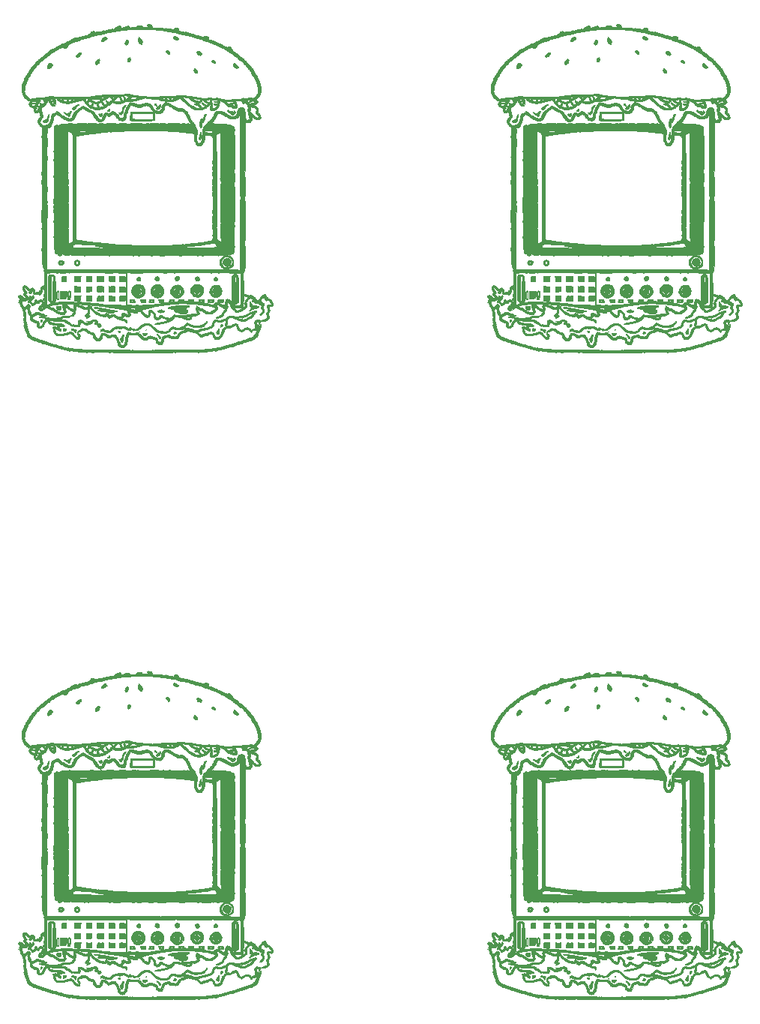
<source format=gbr>
%TF.GenerationSoftware,KiCad,Pcbnew,(5.1.5)-2*%
%TF.CreationDate,2020-06-17T11:39:24+12:00*%
%TF.ProjectId,output.RGB-to-component-panel,6f757470-7574-42e5-9247-422d746f2d63,rev?*%
%TF.SameCoordinates,Original*%
%TF.FileFunction,Legend,Bot*%
%TF.FilePolarity,Positive*%
%FSLAX46Y46*%
G04 Gerber Fmt 4.6, Leading zero omitted, Abs format (unit mm)*
G04 Created by KiCad (PCBNEW (5.1.5)-2) date 2020-06-17 11:39:24*
%MOMM*%
%LPD*%
G04 APERTURE LIST*
%ADD10C,0.010000*%
G04 APERTURE END LIST*
D10*
G36*
X47833711Y-62192213D02*
G01*
X47779554Y-62232114D01*
X47756959Y-62275832D01*
X47764221Y-62315207D01*
X47805948Y-62371814D01*
X47810547Y-62377299D01*
X47856541Y-62438718D01*
X47881004Y-62484558D01*
X47882223Y-62491295D01*
X47855390Y-62505751D01*
X47779678Y-62512944D01*
X47663500Y-62512233D01*
X47541144Y-62507822D01*
X47426114Y-62503668D01*
X47342275Y-62500632D01*
X47338945Y-62500511D01*
X47267200Y-62491834D01*
X47237109Y-62467603D01*
X47233112Y-62441887D01*
X47207252Y-62381531D01*
X47137066Y-62334990D01*
X47033641Y-62305348D01*
X46908065Y-62295689D01*
X46771426Y-62309096D01*
X46762113Y-62310902D01*
X46660279Y-62336921D01*
X46598731Y-62372070D01*
X46561393Y-62428513D01*
X46544589Y-62475499D01*
X46530945Y-62497932D01*
X46499796Y-62512436D01*
X46440834Y-62520658D01*
X46343755Y-62524246D01*
X46235636Y-62524888D01*
X46101615Y-62526664D01*
X45979123Y-62531443D01*
X45885337Y-62538402D01*
X45849362Y-62543405D01*
X45786158Y-62550003D01*
X45773755Y-62534628D01*
X45774894Y-62532611D01*
X45771352Y-62492957D01*
X45738780Y-62434628D01*
X45732755Y-62426700D01*
X45694090Y-62383399D01*
X45654190Y-62363190D01*
X45593775Y-62360996D01*
X45514418Y-62369196D01*
X45409125Y-62387380D01*
X45313999Y-62412834D01*
X45274387Y-62428368D01*
X45209544Y-62456370D01*
X45166570Y-62468434D01*
X45165949Y-62468444D01*
X45127130Y-62484470D01*
X45069858Y-62523201D01*
X45067702Y-62524888D01*
X44967208Y-62571979D01*
X44852379Y-62578890D01*
X44796329Y-62565020D01*
X44767340Y-62532294D01*
X44768034Y-62461185D01*
X44768559Y-62457878D01*
X44765863Y-62372516D01*
X44730968Y-62321376D01*
X44672159Y-62313018D01*
X44640327Y-62325374D01*
X44566285Y-62350531D01*
X44523751Y-62355555D01*
X44463269Y-62372175D01*
X44388736Y-62413386D01*
X44371065Y-62426111D01*
X44302727Y-62470941D01*
X44247085Y-62495236D01*
X44236859Y-62496666D01*
X44195754Y-62516915D01*
X44137393Y-62568527D01*
X44103536Y-62605871D01*
X44044543Y-62670851D01*
X43996649Y-62700738D01*
X43937233Y-62705703D01*
X43890979Y-62701444D01*
X43784864Y-62701835D01*
X43702548Y-62724972D01*
X43702411Y-62725047D01*
X43631465Y-62750346D01*
X43537049Y-62767992D01*
X43507778Y-62770725D01*
X43367235Y-62785572D01*
X43237654Y-62809117D01*
X43132705Y-62838087D01*
X43066055Y-62869205D01*
X43054936Y-62879217D01*
X42993757Y-62917104D01*
X42916090Y-62901714D01*
X42890148Y-62887263D01*
X42843959Y-62871333D01*
X42791677Y-62889336D01*
X42754154Y-62914035D01*
X42684221Y-62951143D01*
X42596287Y-62969080D01*
X42494213Y-62972702D01*
X42375924Y-62978132D01*
X42299310Y-62997698D01*
X42263586Y-63020962D01*
X42212360Y-63053376D01*
X42156757Y-63045546D01*
X42137519Y-63037348D01*
X42048583Y-63026883D01*
X41941838Y-63064643D01*
X41831386Y-63142125D01*
X41793739Y-63170893D01*
X41786506Y-63156936D01*
X41795500Y-63115063D01*
X41795069Y-63034194D01*
X41776097Y-62991233D01*
X41747768Y-62963337D01*
X41706267Y-62952612D01*
X41635276Y-62956972D01*
X41574735Y-62965503D01*
X41480320Y-62982941D01*
X41418940Y-63008289D01*
X41369271Y-63055119D01*
X41313648Y-63131666D01*
X41224047Y-63239254D01*
X41140424Y-63292973D01*
X41133289Y-63295095D01*
X41068834Y-63323495D01*
X41033987Y-63358595D01*
X40996750Y-63387418D01*
X40910921Y-63399306D01*
X40881758Y-63399777D01*
X40798810Y-63404788D01*
X40741826Y-63417522D01*
X40729074Y-63426083D01*
X40694555Y-63445783D01*
X40622035Y-63469582D01*
X40551019Y-63486994D01*
X40458875Y-63509607D01*
X40388944Y-63532072D01*
X40362412Y-63545354D01*
X40320202Y-63559336D01*
X40243479Y-63567874D01*
X40198543Y-63569111D01*
X40106548Y-63574918D01*
X40043900Y-63599567D01*
X39984070Y-63653896D01*
X39979882Y-63658455D01*
X39923926Y-63712979D01*
X39886177Y-63727839D01*
X39856595Y-63713205D01*
X39788033Y-63681253D01*
X39696929Y-63667634D01*
X39607551Y-63673204D01*
X39544165Y-63698817D01*
X39540629Y-63702070D01*
X39446455Y-63779085D01*
X39308441Y-63867862D01*
X39161175Y-63949277D01*
X39047496Y-64007995D01*
X38971988Y-64045286D01*
X38922866Y-64065999D01*
X38888345Y-64074983D01*
X38856641Y-64077088D01*
X38850502Y-64077111D01*
X38787634Y-64090636D01*
X38703288Y-64134078D01*
X38589694Y-64211733D01*
X38540667Y-64248493D01*
X38453516Y-64300814D01*
X38361898Y-64335652D01*
X38343112Y-64339563D01*
X38207231Y-64364645D01*
X38112646Y-64391899D01*
X38044293Y-64426579D01*
X38004445Y-64457677D01*
X37945173Y-64499733D01*
X37852268Y-64553864D01*
X37743865Y-64609644D01*
X37722223Y-64619938D01*
X37615817Y-64673960D01*
X37524288Y-64727864D01*
X37464255Y-64771682D01*
X37456793Y-64779125D01*
X37401302Y-64823518D01*
X37355334Y-64839111D01*
X37301669Y-64858783D01*
X37255655Y-64896550D01*
X37204725Y-64934064D01*
X37165037Y-64939164D01*
X37114257Y-64939260D01*
X37042685Y-64959447D01*
X37036256Y-64962061D01*
X36990833Y-64984301D01*
X36939880Y-65017366D01*
X36875271Y-65067730D01*
X36788885Y-65141866D01*
X36672596Y-65246245D01*
X36623824Y-65290666D01*
X36546811Y-65347793D01*
X36466931Y-65388837D01*
X36464106Y-65389842D01*
X36395446Y-65430490D01*
X36353808Y-65481565D01*
X36313994Y-65530410D01*
X36276457Y-65544666D01*
X36231001Y-65566750D01*
X36178142Y-65621841D01*
X36163204Y-65643095D01*
X36113069Y-65705030D01*
X36065801Y-65739417D01*
X36054430Y-65741872D01*
X36002395Y-65761735D01*
X35959348Y-65797546D01*
X35916159Y-65837079D01*
X35891473Y-65847995D01*
X35846112Y-65857827D01*
X35791448Y-65892969D01*
X35752470Y-65935288D01*
X35746667Y-65953076D01*
X35723973Y-65989811D01*
X35666798Y-66035983D01*
X35636685Y-66054424D01*
X35561012Y-66108123D01*
X35505598Y-66167174D01*
X35495818Y-66184022D01*
X35454206Y-66242401D01*
X35415300Y-66269415D01*
X35333712Y-66315446D01*
X35279658Y-66378455D01*
X35266889Y-66423929D01*
X35244794Y-66468038D01*
X35212367Y-66476000D01*
X35163682Y-66497831D01*
X35107065Y-66550141D01*
X35060286Y-66613156D01*
X35041112Y-66666575D01*
X35021332Y-66696983D01*
X34969172Y-66752441D01*
X34895401Y-66821608D01*
X34885889Y-66830042D01*
X34810110Y-66901275D01*
X34754833Y-66961692D01*
X34730917Y-66999297D01*
X34730667Y-67001485D01*
X34712368Y-67042552D01*
X34666997Y-67100969D01*
X34653033Y-67115884D01*
X34534919Y-67251097D01*
X34449658Y-67377962D01*
X34404125Y-67486037D01*
X34401559Y-67497757D01*
X34360843Y-67590197D01*
X34289116Y-67670443D01*
X34231168Y-67725642D01*
X34197712Y-67769972D01*
X34194445Y-67780668D01*
X34178526Y-67820819D01*
X34138843Y-67883430D01*
X34123889Y-67903730D01*
X34079382Y-67968919D01*
X34054943Y-68018003D01*
X34053334Y-68026545D01*
X34041426Y-68067366D01*
X34010925Y-68138964D01*
X33985978Y-68190706D01*
X33909359Y-68346528D01*
X33842733Y-68488848D01*
X33790108Y-68608547D01*
X33755491Y-68696507D01*
X33742891Y-68743609D01*
X33742889Y-68743839D01*
X33722985Y-68794825D01*
X33704176Y-68815440D01*
X33679160Y-68863318D01*
X33656794Y-68955720D01*
X33637822Y-69080758D01*
X33622992Y-69226544D01*
X33613050Y-69381188D01*
X33608742Y-69532804D01*
X33610815Y-69669502D01*
X33620017Y-69779395D01*
X33637092Y-69850594D01*
X33638929Y-69854478D01*
X33663323Y-69921118D01*
X33665808Y-69969404D01*
X33671373Y-70016076D01*
X33702536Y-70079354D01*
X33704485Y-70082293D01*
X33752587Y-70162579D01*
X33799220Y-70253147D01*
X33801771Y-70258656D01*
X33844122Y-70327992D01*
X33913200Y-70417995D01*
X33994869Y-70510396D01*
X34003810Y-70519711D01*
X34088256Y-70603180D01*
X34150554Y-70652378D01*
X34205008Y-70676132D01*
X34265923Y-70683268D01*
X34269011Y-70683339D01*
X34328707Y-70687780D01*
X34347928Y-70696245D01*
X34342612Y-70699802D01*
X34313658Y-70736320D01*
X34307334Y-70771736D01*
X34314066Y-70808375D01*
X34344647Y-70819661D01*
X34413167Y-70811733D01*
X34502927Y-70794824D01*
X34579803Y-70777350D01*
X34585243Y-70775895D01*
X34630939Y-70767021D01*
X34632393Y-70786301D01*
X34613535Y-70818528D01*
X34568167Y-70870935D01*
X34533181Y-70893020D01*
X34472841Y-70939396D01*
X34429517Y-71023786D01*
X34410258Y-71128645D01*
X34412944Y-71192321D01*
X34435900Y-71281355D01*
X34485934Y-71362885D01*
X34550887Y-71434149D01*
X34621079Y-71498852D01*
X34679516Y-71543039D01*
X34708461Y-71555999D01*
X34754846Y-71566204D01*
X34829646Y-71591901D01*
X34863231Y-71605237D01*
X34936009Y-71639374D01*
X34966765Y-71670269D01*
X34967241Y-71711882D01*
X34964111Y-71725182D01*
X34946197Y-71868901D01*
X34975531Y-71992132D01*
X35024706Y-72072593D01*
X35078760Y-72136079D01*
X35129520Y-72166766D01*
X35201590Y-72176346D01*
X35244188Y-72176888D01*
X35340334Y-72170473D01*
X35407010Y-72144879D01*
X35464266Y-72096742D01*
X35516211Y-72047217D01*
X35543950Y-72034948D01*
X35562820Y-72056916D01*
X35571767Y-72075576D01*
X35595807Y-72139229D01*
X35623376Y-72228319D01*
X35632474Y-72261555D01*
X35660238Y-72363574D01*
X35688175Y-72460731D01*
X35694726Y-72482390D01*
X35708492Y-72541783D01*
X35699647Y-72586942D01*
X35660669Y-72638128D01*
X35622258Y-72677594D01*
X35563753Y-72743228D01*
X35527131Y-72798031D01*
X35520889Y-72817585D01*
X35506712Y-72869893D01*
X35481724Y-72918715D01*
X35427837Y-73054270D01*
X35428665Y-73196059D01*
X35467764Y-73305808D01*
X35512143Y-73379224D01*
X35553399Y-73428726D01*
X35567362Y-73438271D01*
X35598982Y-73475198D01*
X35605556Y-73509175D01*
X35626494Y-73562978D01*
X35680164Y-73633716D01*
X35752855Y-73706252D01*
X35830852Y-73765446D01*
X35845651Y-73774222D01*
X35871637Y-73794494D01*
X35887547Y-73827660D01*
X35895388Y-73885547D01*
X35897169Y-73979986D01*
X35895953Y-74070555D01*
X35891435Y-74223695D01*
X35883985Y-74389361D01*
X35875053Y-74536320D01*
X35873141Y-74561666D01*
X35864803Y-74675913D01*
X35858881Y-74773719D01*
X35856443Y-74836987D01*
X35856467Y-74843888D01*
X35859516Y-74906506D01*
X35866014Y-75002257D01*
X35874390Y-75111178D01*
X35883071Y-75213309D01*
X35890486Y-75288687D01*
X35893142Y-75309555D01*
X35892846Y-75359225D01*
X35885315Y-75443787D01*
X35875771Y-75518885D01*
X35865353Y-75646319D01*
X35877254Y-75724963D01*
X35882007Y-75734135D01*
X35896740Y-75791245D01*
X35901122Y-75890918D01*
X35896821Y-75990471D01*
X35891340Y-76071660D01*
X35887512Y-76149856D01*
X35885249Y-76235180D01*
X35884462Y-76337756D01*
X35885064Y-76467704D01*
X35886967Y-76635147D01*
X35889615Y-76819444D01*
X35888791Y-76932816D01*
X35883522Y-77028667D01*
X35874883Y-77089359D01*
X35872798Y-77095844D01*
X35864768Y-77156406D01*
X35871541Y-77238684D01*
X35873858Y-77251066D01*
X35888549Y-77346992D01*
X35895044Y-77436425D01*
X35895061Y-77440333D01*
X35894418Y-77539976D01*
X35892846Y-77664604D01*
X35890638Y-77798440D01*
X35888085Y-77925706D01*
X35885481Y-78030625D01*
X35883116Y-78097422D01*
X35882778Y-78103555D01*
X35878227Y-78255002D01*
X35881052Y-78414819D01*
X35890519Y-78556776D01*
X35896912Y-78608919D01*
X35901828Y-78715057D01*
X35881560Y-78774270D01*
X35862226Y-78832882D01*
X35856000Y-78946235D01*
X35858781Y-79045018D01*
X35867186Y-79266293D01*
X35869339Y-79475873D01*
X35865377Y-79702342D01*
X35862362Y-79796888D01*
X35860563Y-79917600D01*
X35861610Y-80086273D01*
X35865333Y-80294504D01*
X35871565Y-80533892D01*
X35880134Y-80796033D01*
X35885236Y-80932833D01*
X35886046Y-81015819D01*
X35883898Y-81111104D01*
X35883682Y-81116277D01*
X35884629Y-81202144D01*
X35892119Y-81306978D01*
X35904031Y-81412310D01*
X35918247Y-81499672D01*
X35932645Y-81550593D01*
X35933755Y-81552561D01*
X35939331Y-81589130D01*
X35942929Y-81669656D01*
X35944204Y-81781672D01*
X35943185Y-81893426D01*
X35941284Y-82039935D01*
X35940667Y-82182655D01*
X35941357Y-82301951D01*
X35942589Y-82359733D01*
X35936720Y-82478353D01*
X35915998Y-82600675D01*
X35904566Y-82641956D01*
X35889327Y-82702186D01*
X35878001Y-82781505D01*
X35870160Y-82887682D01*
X35865375Y-83028483D01*
X35863220Y-83211677D01*
X35863105Y-83395222D01*
X35863429Y-83601667D01*
X35863380Y-83811936D01*
X35862989Y-84011439D01*
X35862286Y-84185586D01*
X35861301Y-84319788D01*
X35861153Y-84333622D01*
X35862222Y-84466850D01*
X35867871Y-84583142D01*
X35877134Y-84668514D01*
X35886791Y-84705711D01*
X35904614Y-84766117D01*
X35913833Y-84851503D01*
X35914393Y-84942037D01*
X35906238Y-85017890D01*
X35889314Y-85059231D01*
X35887778Y-85060333D01*
X35868832Y-85099304D01*
X35860675Y-85170856D01*
X35863101Y-85252208D01*
X35875903Y-85320577D01*
X35890393Y-85347992D01*
X35906406Y-85393810D01*
X35891457Y-85434459D01*
X35878506Y-85492772D01*
X35873057Y-85602332D01*
X35875260Y-85758425D01*
X35878645Y-85839655D01*
X35885154Y-85989165D01*
X35890043Y-86131672D01*
X35892808Y-86250239D01*
X35893049Y-86323277D01*
X35891417Y-86427510D01*
X35889907Y-86554726D01*
X35889135Y-86640777D01*
X35888287Y-86750307D01*
X35887467Y-86847895D01*
X35886958Y-86901833D01*
X35885207Y-86963175D01*
X35881177Y-87064173D01*
X35875564Y-87188115D01*
X35871972Y-87261666D01*
X35864283Y-87425420D01*
X35860230Y-87548386D01*
X35859820Y-87646107D01*
X35863061Y-87734122D01*
X35869960Y-87827973D01*
X35872273Y-87854333D01*
X35877640Y-87930610D01*
X35884305Y-88050185D01*
X35891614Y-88199945D01*
X35898914Y-88366777D01*
X35903231Y-88475222D01*
X35911843Y-88700436D01*
X35919057Y-88878168D01*
X35925806Y-89017330D01*
X35933024Y-89126836D01*
X35941644Y-89215599D01*
X35952599Y-89292532D01*
X35966822Y-89366548D01*
X35985247Y-89446562D01*
X36008806Y-89541486D01*
X36019207Y-89582950D01*
X36046380Y-89680706D01*
X36072405Y-89737251D01*
X36106535Y-89766853D01*
X36147836Y-89781228D01*
X36232289Y-89803112D01*
X36160308Y-89841635D01*
X36102540Y-89882457D01*
X36073605Y-89918523D01*
X36069980Y-89980520D01*
X36098201Y-90028799D01*
X36131805Y-90041555D01*
X36152008Y-90052711D01*
X36163675Y-90092566D01*
X36168252Y-90170703D01*
X36167572Y-90278399D01*
X36167217Y-90390112D01*
X36170356Y-90480274D01*
X36176346Y-90533900D01*
X36178808Y-90540974D01*
X36182096Y-90581843D01*
X36171921Y-90655134D01*
X36163703Y-90692185D01*
X36152395Y-90765674D01*
X36142567Y-90881596D01*
X36135075Y-91025945D01*
X36130774Y-91184712D01*
X36130182Y-91241000D01*
X36128990Y-91403533D01*
X36126745Y-91518225D01*
X36122072Y-91593678D01*
X36113593Y-91638493D01*
X36099931Y-91661274D01*
X36079710Y-91670621D01*
X36060922Y-91673776D01*
X35947878Y-91712295D01*
X35848836Y-91785973D01*
X35777338Y-91881030D01*
X35746927Y-91983686D01*
X35746667Y-91993516D01*
X35733964Y-92056347D01*
X35703332Y-92131930D01*
X35702576Y-92133398D01*
X35667887Y-92188356D01*
X35638316Y-92197733D01*
X35617910Y-92184985D01*
X35590967Y-92171237D01*
X35579392Y-92196903D01*
X35577334Y-92251236D01*
X35572520Y-92332406D01*
X35560830Y-92394002D01*
X35559815Y-92396815D01*
X35542528Y-92426055D01*
X35513189Y-92421588D01*
X35473328Y-92397281D01*
X35386235Y-92369367D01*
X35283847Y-92376350D01*
X35193358Y-92415967D01*
X35186617Y-92421145D01*
X35144395Y-92426390D01*
X35099939Y-92392058D01*
X35064736Y-92333326D01*
X35050276Y-92265367D01*
X35052033Y-92243395D01*
X35048072Y-92164799D01*
X35027090Y-92102284D01*
X34979455Y-92038117D01*
X34910447Y-91974023D01*
X34838518Y-91924790D01*
X34782119Y-91905207D01*
X34781199Y-91905222D01*
X34707370Y-91927625D01*
X34630279Y-91979245D01*
X34578302Y-92039994D01*
X34557764Y-92072274D01*
X34534592Y-92077819D01*
X34495125Y-92052967D01*
X34434085Y-92001325D01*
X34291420Y-91878224D01*
X34184007Y-91787650D01*
X34104867Y-91724676D01*
X34047023Y-91684376D01*
X34003499Y-91661823D01*
X33967316Y-91652092D01*
X33936804Y-91650222D01*
X33821143Y-91675949D01*
X33730780Y-91746428D01*
X33677512Y-91851603D01*
X33672409Y-91875557D01*
X33665068Y-91928058D01*
X33665872Y-91973830D01*
X33678824Y-92024238D01*
X33707927Y-92090646D01*
X33757185Y-92184419D01*
X33823227Y-92303702D01*
X33876008Y-92400142D01*
X33902968Y-92457677D01*
X33906483Y-92486298D01*
X33888932Y-92495996D01*
X33869191Y-92496888D01*
X33828524Y-92521354D01*
X33795641Y-92579785D01*
X33780197Y-92649734D01*
X33784788Y-92693074D01*
X33816811Y-92741450D01*
X33874753Y-92795905D01*
X33881677Y-92801153D01*
X33939847Y-92856210D01*
X33991553Y-92924689D01*
X34026868Y-92990400D01*
X34035867Y-93037155D01*
X34031510Y-93045527D01*
X33973246Y-93065840D01*
X33889035Y-93039902D01*
X33782768Y-92969373D01*
X33714196Y-92910204D01*
X33616221Y-92825502D01*
X33538099Y-92774830D01*
X33463707Y-92748726D01*
X33428887Y-92742702D01*
X33327585Y-92738933D01*
X33265188Y-92765945D01*
X33229309Y-92830959D01*
X33220714Y-92864072D01*
X33221451Y-92967242D01*
X33274218Y-93048967D01*
X33331482Y-93088386D01*
X33389606Y-93144394D01*
X33401996Y-93214191D01*
X33367048Y-93279610D01*
X33349643Y-93293917D01*
X33312713Y-93337279D01*
X33320988Y-93373128D01*
X33346079Y-93449192D01*
X33317126Y-93509732D01*
X33273576Y-93537637D01*
X33225615Y-93566056D01*
X33214683Y-93586756D01*
X33246297Y-93584055D01*
X33299462Y-93556547D01*
X33349438Y-93527862D01*
X33372761Y-93536054D01*
X33386192Y-93575459D01*
X33399331Y-93653127D01*
X33403852Y-93724555D01*
X33421979Y-93839969D01*
X33468782Y-93972927D01*
X33534291Y-94099837D01*
X33599673Y-94187968D01*
X33661211Y-94273352D01*
X33686335Y-94352319D01*
X33686445Y-94356895D01*
X33694728Y-94423462D01*
X33710471Y-94459744D01*
X33740893Y-94517395D01*
X33768961Y-94612956D01*
X33793516Y-94734837D01*
X33813403Y-94871448D01*
X33827465Y-95011200D01*
X33834543Y-95142503D01*
X33833483Y-95253767D01*
X33823126Y-95333402D01*
X33802316Y-95369818D01*
X33801350Y-95370179D01*
X33774836Y-95405174D01*
X33776752Y-95472057D01*
X33805449Y-95554950D01*
X33824060Y-95589036D01*
X33856868Y-95653065D01*
X33856882Y-95696627D01*
X33839178Y-95726965D01*
X33816265Y-95775013D01*
X33833449Y-95823384D01*
X33842780Y-95837263D01*
X33875190Y-95909050D01*
X33882318Y-95981990D01*
X33862693Y-96033321D01*
X33855778Y-96038777D01*
X33831848Y-96083723D01*
X33829486Y-96164644D01*
X33846939Y-96266114D01*
X33882454Y-96372707D01*
X33897487Y-96405666D01*
X33937086Y-96499068D01*
X33962637Y-96584029D01*
X33967785Y-96620933D01*
X33982357Y-96689213D01*
X34007479Y-96727299D01*
X34036328Y-96774275D01*
X34060291Y-96851505D01*
X34064910Y-96875950D01*
X34089959Y-96970718D01*
X34127705Y-97054359D01*
X34135194Y-97065917D01*
X34170981Y-97139437D01*
X34199754Y-97237168D01*
X34206734Y-97275113D01*
X34226487Y-97365873D01*
X34260517Y-97422214D01*
X34316361Y-97463088D01*
X34400471Y-97517862D01*
X34476665Y-97576105D01*
X34476667Y-97576107D01*
X34569645Y-97646148D01*
X34684607Y-97718505D01*
X34806464Y-97785192D01*
X34920125Y-97838224D01*
X35010500Y-97869614D01*
X35040758Y-97874627D01*
X35124160Y-97887775D01*
X35230208Y-97915416D01*
X35295112Y-97936923D01*
X35405157Y-97975191D01*
X35538781Y-98018940D01*
X35654945Y-98055009D01*
X35752639Y-98087007D01*
X35824960Y-98115845D01*
X35858625Y-98136103D01*
X35859556Y-98138493D01*
X35884566Y-98161137D01*
X35947749Y-98186187D01*
X36031335Y-98208546D01*
X36117553Y-98223115D01*
X36164554Y-98226000D01*
X36231130Y-98234334D01*
X36268778Y-98254222D01*
X36308750Y-98278278D01*
X36338660Y-98282444D01*
X36393880Y-98293390D01*
X36476710Y-98321321D01*
X36527494Y-98342085D01*
X36613345Y-98377312D01*
X36682337Y-98401573D01*
X36706223Y-98407509D01*
X36761105Y-98422530D01*
X36833223Y-98450395D01*
X36887719Y-98471124D01*
X36958596Y-98491257D01*
X37056510Y-98513261D01*
X37192122Y-98539603D01*
X37314818Y-98561880D01*
X37405609Y-98586241D01*
X37482450Y-98620071D01*
X37493033Y-98626833D01*
X37560224Y-98655395D01*
X37612088Y-98656790D01*
X37677236Y-98662149D01*
X37716095Y-98683472D01*
X37769173Y-98711448D01*
X37856465Y-98741278D01*
X37933889Y-98760804D01*
X38042193Y-98785124D01*
X38141963Y-98809538D01*
X38192107Y-98823160D01*
X38275683Y-98844508D01*
X38379920Y-98866938D01*
X38417885Y-98874141D01*
X38510341Y-98895964D01*
X38632195Y-98931534D01*
X38760295Y-98973985D01*
X38787596Y-98983777D01*
X38901014Y-99023893D01*
X38974215Y-99045088D01*
X39019482Y-99049169D01*
X39049097Y-99037946D01*
X39064544Y-99024535D01*
X39090778Y-99004281D01*
X39126084Y-98995476D01*
X39183152Y-98998280D01*
X39274668Y-99012853D01*
X39355935Y-99028188D01*
X39469101Y-99048845D01*
X39561479Y-99063456D01*
X39618882Y-99069873D01*
X39629320Y-99069569D01*
X39672569Y-99070283D01*
X39743944Y-99080474D01*
X39754223Y-99082417D01*
X39885814Y-99102230D01*
X40059125Y-99119593D01*
X40259446Y-99133271D01*
X40459918Y-99141685D01*
X40586296Y-99149608D01*
X40704668Y-99164295D01*
X40793189Y-99182877D01*
X40806341Y-99187150D01*
X40896981Y-99210209D01*
X40973618Y-99201725D01*
X40998236Y-99193350D01*
X41077855Y-99177005D01*
X41195706Y-99175750D01*
X41329147Y-99186049D01*
X41541884Y-99201044D01*
X41709861Y-99198528D01*
X41829068Y-99178613D01*
X41850069Y-99171220D01*
X41911737Y-99163133D01*
X41990592Y-99171916D01*
X41991180Y-99172051D01*
X42054601Y-99179600D01*
X42162730Y-99185155D01*
X42303866Y-99188730D01*
X42466308Y-99190338D01*
X42638354Y-99189992D01*
X42808304Y-99187707D01*
X42964457Y-99183496D01*
X43095111Y-99177372D01*
X43177416Y-99170670D01*
X43284825Y-99164707D01*
X43357647Y-99173009D01*
X43376377Y-99181903D01*
X43424517Y-99196981D01*
X43503520Y-99200027D01*
X43537407Y-99197432D01*
X43705654Y-99184862D01*
X43836223Y-99187752D01*
X43922473Y-99205714D01*
X43948359Y-99221617D01*
X43984635Y-99224796D01*
X44020419Y-99211294D01*
X44091223Y-99198054D01*
X44169547Y-99217094D01*
X44243669Y-99236699D01*
X44298986Y-99226499D01*
X44333904Y-99206475D01*
X44386613Y-99177525D01*
X44421582Y-99183419D01*
X44449632Y-99208171D01*
X44497682Y-99238895D01*
X44547244Y-99223297D01*
X44613933Y-99207187D01*
X44650114Y-99220742D01*
X44716715Y-99233477D01*
X44754755Y-99217080D01*
X44825971Y-99200208D01*
X44856768Y-99210739D01*
X44927074Y-99220800D01*
X44952919Y-99211088D01*
X45023697Y-99202377D01*
X45072134Y-99218012D01*
X45150178Y-99236778D01*
X45216004Y-99218556D01*
X45285609Y-99200399D01*
X45343004Y-99220815D01*
X45400485Y-99241374D01*
X45455112Y-99220327D01*
X45512430Y-99199227D01*
X45568862Y-99220594D01*
X45617106Y-99241439D01*
X45647009Y-99222110D01*
X45652259Y-99214166D01*
X45684152Y-99187627D01*
X45738364Y-99194699D01*
X45757231Y-99201226D01*
X45837809Y-99215535D01*
X45933670Y-99213122D01*
X45949000Y-99210850D01*
X46027936Y-99204327D01*
X46084552Y-99212090D01*
X46092989Y-99216723D01*
X46130792Y-99225382D01*
X46214463Y-99232575D01*
X46333438Y-99237759D01*
X46477149Y-99240394D01*
X46558656Y-99240576D01*
X46730741Y-99240478D01*
X46902587Y-99241175D01*
X47057191Y-99242548D01*
X47177550Y-99244476D01*
X47204889Y-99245157D01*
X47330424Y-99245293D01*
X47453229Y-99239837D01*
X47543556Y-99230388D01*
X47645425Y-99223422D01*
X47732224Y-99233914D01*
X47745265Y-99238128D01*
X47802736Y-99255286D01*
X47831048Y-99255544D01*
X47862320Y-99250163D01*
X47936666Y-99245103D01*
X48040715Y-99241157D01*
X48095006Y-99239930D01*
X48210470Y-99236295D01*
X48304578Y-99230427D01*
X48362941Y-99223350D01*
X48373571Y-99220127D01*
X48418421Y-99210763D01*
X48501153Y-99206039D01*
X48603416Y-99205726D01*
X48706858Y-99209595D01*
X48793128Y-99217417D01*
X48836077Y-99225914D01*
X48908975Y-99228821D01*
X48941910Y-99212653D01*
X48986804Y-99193310D01*
X49026058Y-99214471D01*
X49075495Y-99235902D01*
X49138947Y-99218532D01*
X49218235Y-99201298D01*
X49279223Y-99218912D01*
X49363299Y-99236096D01*
X49415085Y-99221304D01*
X49497025Y-99207536D01*
X49529452Y-99219003D01*
X49590679Y-99228453D01*
X49621659Y-99210649D01*
X49667243Y-99189023D01*
X49720559Y-99209659D01*
X49721170Y-99210040D01*
X49775409Y-99230968D01*
X49818853Y-99210949D01*
X49863156Y-99191396D01*
X49892841Y-99209329D01*
X49957955Y-99240094D01*
X50027506Y-99223750D01*
X50055925Y-99198954D01*
X50087774Y-99171696D01*
X50121827Y-99184421D01*
X50145070Y-99204254D01*
X50189602Y-99234374D01*
X50239493Y-99234945D01*
X50295316Y-99217586D01*
X50391852Y-99197733D01*
X50443980Y-99210318D01*
X50504195Y-99222980D01*
X50534073Y-99214419D01*
X50588388Y-99200735D01*
X50607309Y-99204201D01*
X50651093Y-99198004D01*
X50660923Y-99187479D01*
X50704576Y-99162222D01*
X50770334Y-99160337D01*
X50829019Y-99181612D01*
X50837465Y-99188753D01*
X50890978Y-99206663D01*
X50986219Y-99201267D01*
X50991276Y-99200472D01*
X51084100Y-99190559D01*
X51209716Y-99183523D01*
X51347541Y-99179830D01*
X51476993Y-99179942D01*
X51577490Y-99184323D01*
X51600500Y-99186746D01*
X51640459Y-99188234D01*
X51725399Y-99189044D01*
X51843858Y-99189138D01*
X51984377Y-99188477D01*
X52023834Y-99188170D01*
X52200286Y-99186901D01*
X52346993Y-99186499D01*
X52483408Y-99187079D01*
X52628984Y-99188755D01*
X52803174Y-99191641D01*
X52891667Y-99193282D01*
X52993103Y-99191642D01*
X53122266Y-99184765D01*
X53248444Y-99174391D01*
X53379284Y-99165433D01*
X53457391Y-99170174D01*
X53482943Y-99183305D01*
X53526666Y-99208730D01*
X53592443Y-99210896D01*
X53650925Y-99189865D01*
X53659108Y-99182936D01*
X53699140Y-99168777D01*
X53781735Y-99155775D01*
X53893016Y-99145771D01*
X53968141Y-99141959D01*
X54211340Y-99130835D01*
X54424716Y-99116531D01*
X54599009Y-99099773D01*
X54712000Y-99083697D01*
X54814207Y-99068872D01*
X54909556Y-99059506D01*
X54991333Y-99050279D01*
X55100888Y-99033108D01*
X55187301Y-99017038D01*
X55288124Y-98998908D01*
X55349827Y-98995296D01*
X55387955Y-99006647D01*
X55408553Y-99023346D01*
X55437686Y-99044580D01*
X55476563Y-99048992D01*
X55540388Y-99035634D01*
X55624698Y-99009897D01*
X55734793Y-98973682D01*
X55838961Y-98937907D01*
X55897334Y-98916763D01*
X55973118Y-98892737D01*
X56082533Y-98863639D01*
X56203811Y-98835201D01*
X56221889Y-98831302D01*
X56430712Y-98784396D01*
X56590594Y-98743113D01*
X56699393Y-98708078D01*
X56754965Y-98679920D01*
X56760389Y-98673871D01*
X56798537Y-98655359D01*
X56852633Y-98653207D01*
X56930874Y-98643113D01*
X57001492Y-98611796D01*
X57084525Y-98573640D01*
X57170825Y-98553816D01*
X57386218Y-98521107D01*
X57605479Y-98461245D01*
X57845925Y-98369307D01*
X57895498Y-98347778D01*
X57991970Y-98313499D01*
X58086683Y-98290743D01*
X58156402Y-98273710D01*
X58197729Y-98253009D01*
X58199796Y-98250418D01*
X58235141Y-98234905D01*
X58304427Y-98226496D01*
X58327267Y-98226000D01*
X58436460Y-98208353D01*
X58566091Y-98159824D01*
X58600768Y-98142805D01*
X58711495Y-98093172D01*
X58848169Y-98042389D01*
X58981579Y-98001292D01*
X58984067Y-98000629D01*
X59104103Y-97966851D01*
X59216119Y-97932067D01*
X59298260Y-97903111D01*
X59306112Y-97899920D01*
X59383590Y-97876194D01*
X59445724Y-97871522D01*
X59453287Y-97873207D01*
X59504152Y-97867483D01*
X59576091Y-97835329D01*
X59605217Y-97817221D01*
X59674393Y-97774070D01*
X59725581Y-97748885D01*
X59736809Y-97746222D01*
X59763195Y-97726262D01*
X59763778Y-97721059D01*
X59787722Y-97696317D01*
X59835445Y-97677909D01*
X59901698Y-97646892D01*
X59976944Y-97592272D01*
X59994853Y-97576072D01*
X60056518Y-97524127D01*
X60105616Y-97494707D01*
X60116368Y-97492222D01*
X60170627Y-97466309D01*
X60219182Y-97397605D01*
X60252950Y-97299661D01*
X60256090Y-97283782D01*
X60284127Y-97182141D01*
X60326192Y-97080836D01*
X60330761Y-97072116D01*
X60372406Y-96975433D01*
X60401056Y-96874830D01*
X60402842Y-96864810D01*
X60423952Y-96786951D01*
X60453647Y-96732275D01*
X60458745Y-96727299D01*
X60490811Y-96674183D01*
X60497556Y-96634626D01*
X60510629Y-96572169D01*
X60543238Y-96490353D01*
X60555782Y-96465527D01*
X60592296Y-96372505D01*
X60617243Y-96261282D01*
X60628245Y-96151301D01*
X60622928Y-96062004D01*
X60609690Y-96024411D01*
X60588011Y-95996622D01*
X60581774Y-96018511D01*
X60581508Y-96024666D01*
X60563206Y-96070722D01*
X60519001Y-96136787D01*
X60496566Y-96164523D01*
X60436903Y-96224740D01*
X60397196Y-96239652D01*
X60382450Y-96231294D01*
X60376926Y-96188821D01*
X60398026Y-96106541D01*
X60442850Y-95992755D01*
X60466934Y-95942497D01*
X60371454Y-95942497D01*
X60350966Y-96061257D01*
X60309949Y-96163896D01*
X60283000Y-96236733D01*
X60260077Y-96333872D01*
X60254102Y-96371331D01*
X60239033Y-96456057D01*
X60225221Y-96487396D01*
X60214609Y-96468399D01*
X60209142Y-96402120D01*
X60210305Y-96302578D01*
X60209945Y-96206102D01*
X60202097Y-96130987D01*
X60191539Y-96099159D01*
X60172403Y-96053359D01*
X60153591Y-95974836D01*
X60146898Y-95934868D01*
X60141858Y-95814188D01*
X60167225Y-95737888D01*
X60221999Y-95707790D01*
X60269078Y-95712802D01*
X60329357Y-95755542D01*
X60363867Y-95836349D01*
X60371454Y-95942497D01*
X60466934Y-95942497D01*
X60508499Y-95855763D01*
X60523939Y-95826184D01*
X60546484Y-95767743D01*
X60565778Y-95696626D01*
X60566355Y-95612888D01*
X60523095Y-95564419D01*
X60435432Y-95550636D01*
X60425000Y-95551097D01*
X60341834Y-95548894D01*
X60243397Y-95537382D01*
X60226251Y-95534418D01*
X60158875Y-95525090D01*
X60110290Y-95533148D01*
X60061661Y-95566708D01*
X59994151Y-95633885D01*
X59993290Y-95634782D01*
X59928169Y-95706049D01*
X59895437Y-95758342D01*
X59886989Y-95812008D01*
X59894180Y-95883555D01*
X59914777Y-95993850D01*
X59942989Y-96104336D01*
X59948963Y-96123444D01*
X59973120Y-96229902D01*
X59980454Y-96338205D01*
X59971648Y-96431817D01*
X59947386Y-96494202D01*
X59933112Y-96506923D01*
X59877619Y-96526481D01*
X59797725Y-96544364D01*
X59786959Y-96546160D01*
X59698943Y-96571253D01*
X59625853Y-96611161D01*
X59580917Y-96656328D01*
X59577368Y-96697199D01*
X59577509Y-96697429D01*
X59613343Y-96712381D01*
X59688647Y-96723045D01*
X59786580Y-96729031D01*
X59890303Y-96729952D01*
X59982974Y-96725419D01*
X60047754Y-96715044D01*
X60062942Y-96708623D01*
X60098544Y-96669551D01*
X60131171Y-96617408D01*
X60161469Y-96572845D01*
X60177516Y-96575100D01*
X60178787Y-96616242D01*
X60164754Y-96688340D01*
X60141042Y-96766196D01*
X60098172Y-96874039D01*
X60047995Y-96979051D01*
X60025570Y-97018939D01*
X59985599Y-97091790D01*
X59962452Y-97148137D01*
X59960247Y-97160050D01*
X59937562Y-97197175D01*
X59882906Y-97243306D01*
X59868524Y-97252777D01*
X59806215Y-97306373D01*
X59770757Y-97364227D01*
X59768871Y-97372721D01*
X59740703Y-97425496D01*
X59704988Y-97435777D01*
X59631695Y-97449129D01*
X59601118Y-97461627D01*
X59502595Y-97509163D01*
X59405962Y-97548590D01*
X59329822Y-97572726D01*
X59302568Y-97576888D01*
X59254684Y-97590993D01*
X59243762Y-97601722D01*
X59210230Y-97623631D01*
X59140235Y-97653643D01*
X59079818Y-97674980D01*
X58965176Y-97715699D01*
X58847612Y-97762497D01*
X58804223Y-97781495D01*
X58711951Y-97816561D01*
X58626918Y-97837437D01*
X58599612Y-97839941D01*
X58543273Y-97848531D01*
X58522000Y-97866834D01*
X58501281Y-97881676D01*
X58479667Y-97877127D01*
X58443161Y-97873165D01*
X58437334Y-97881169D01*
X58412453Y-97898777D01*
X58347381Y-97925054D01*
X58260945Y-97952869D01*
X58080897Y-98006113D01*
X57947085Y-98047685D01*
X57851198Y-98080424D01*
X57784923Y-98107167D01*
X57739950Y-98130754D01*
X57739827Y-98130830D01*
X57669102Y-98161176D01*
X57620185Y-98169555D01*
X57562435Y-98179328D01*
X57475711Y-98204410D01*
X57414581Y-98225985D01*
X57313343Y-98258270D01*
X57217957Y-98278699D01*
X57176055Y-98282430D01*
X57108283Y-98290482D01*
X57069054Y-98309912D01*
X57068556Y-98310666D01*
X57030325Y-98331157D01*
X56969726Y-98338888D01*
X56889395Y-98353212D01*
X56802598Y-98388119D01*
X56795003Y-98392324D01*
X56714630Y-98426705D01*
X56606515Y-98458646D01*
X56529585Y-98474822D01*
X56410886Y-98501080D01*
X56292724Y-98536961D01*
X56233251Y-98560361D01*
X56134414Y-98599416D01*
X56036952Y-98629024D01*
X56010223Y-98634850D01*
X55918014Y-98656145D01*
X55836394Y-98681683D01*
X55749000Y-98694968D01*
X55704052Y-98679842D01*
X55647876Y-98664700D01*
X55629270Y-98677479D01*
X55592567Y-98694904D01*
X55521329Y-98704870D01*
X55490298Y-98705777D01*
X55361274Y-98714751D01*
X55197196Y-98739782D01*
X55016199Y-98778033D01*
X54994223Y-98783372D01*
X54915345Y-98794209D01*
X54824889Y-98795833D01*
X54732885Y-98799011D01*
X54626312Y-98813019D01*
X54599112Y-98818378D01*
X54517020Y-98830849D01*
X54396964Y-98842560D01*
X54257417Y-98851919D01*
X54160897Y-98856125D01*
X54027777Y-98863304D01*
X53910521Y-98874706D01*
X53823773Y-98888616D01*
X53786952Y-98899969D01*
X53713400Y-98918475D01*
X53669274Y-98904133D01*
X53649218Y-98893525D01*
X53628954Y-98885544D01*
X53601226Y-98880044D01*
X53558775Y-98876874D01*
X53494343Y-98875886D01*
X53400675Y-98876932D01*
X53270511Y-98879861D01*
X53096594Y-98884526D01*
X52934000Y-98889048D01*
X52762443Y-98893662D01*
X52609786Y-98897473D01*
X52485175Y-98900276D01*
X52397757Y-98901866D01*
X52356676Y-98902041D01*
X52355445Y-98901971D01*
X52320148Y-98900942D01*
X52236440Y-98899350D01*
X52112352Y-98897303D01*
X51955913Y-98894912D01*
X51775154Y-98892288D01*
X51578105Y-98889540D01*
X51372796Y-98886779D01*
X51167257Y-98884115D01*
X50969517Y-98881658D01*
X50787607Y-98879519D01*
X50629558Y-98877808D01*
X50521000Y-98876781D01*
X50363123Y-98877267D01*
X50196876Y-98880761D01*
X50047881Y-98886610D01*
X49984778Y-98890434D01*
X49883053Y-98895939D01*
X49738699Y-98901255D01*
X49565534Y-98905998D01*
X49377373Y-98909786D01*
X49203960Y-98912087D01*
X49032200Y-98914766D01*
X48879877Y-98919080D01*
X48755952Y-98924619D01*
X48669382Y-98930970D01*
X48629126Y-98937720D01*
X48627756Y-98938611D01*
X48572754Y-98958656D01*
X48496242Y-98947862D01*
X48445423Y-98924500D01*
X48397145Y-98903583D01*
X48368191Y-98922098D01*
X48364928Y-98927091D01*
X48347034Y-98938657D01*
X48305712Y-98947820D01*
X48235490Y-98954845D01*
X48130897Y-98959999D01*
X47986461Y-98963549D01*
X47796713Y-98965761D01*
X47556180Y-98966902D01*
X47547197Y-98966925D01*
X47340919Y-98966804D01*
X47153276Y-98965484D01*
X46991615Y-98963114D01*
X46863278Y-98959843D01*
X46775611Y-98955820D01*
X46735958Y-98951193D01*
X46734617Y-98950467D01*
X46700709Y-98949589D01*
X46679556Y-98962452D01*
X46629034Y-98977470D01*
X46606577Y-98970399D01*
X46561983Y-98960065D01*
X46478198Y-98953700D01*
X46372412Y-98952532D01*
X46359986Y-98952778D01*
X46246246Y-98951089D01*
X46158253Y-98941535D01*
X46111672Y-98926026D01*
X46067732Y-98909663D01*
X46040938Y-98927107D01*
X45980852Y-98954497D01*
X45901999Y-98956376D01*
X45835875Y-98932919D01*
X45827645Y-98925911D01*
X45788412Y-98906954D01*
X45761233Y-98924590D01*
X45709193Y-98941665D01*
X45683621Y-98933466D01*
X45640790Y-98925560D01*
X45552486Y-98919399D01*
X45429664Y-98915416D01*
X45283279Y-98914039D01*
X45201112Y-98914501D01*
X45046340Y-98914695D01*
X44908986Y-98912121D01*
X44800143Y-98907194D01*
X44730902Y-98900334D01*
X44714278Y-98896165D01*
X44647877Y-98890133D01*
X44608445Y-98903333D01*
X44537358Y-98918088D01*
X44493532Y-98902249D01*
X44439515Y-98889197D01*
X44337866Y-98879629D01*
X44197319Y-98874120D01*
X44049032Y-98873081D01*
X43937541Y-98873719D01*
X43777764Y-98874668D01*
X43577857Y-98875878D01*
X43345977Y-98877298D01*
X43090281Y-98878880D01*
X42818924Y-98880572D01*
X42540065Y-98882325D01*
X42393000Y-98883255D01*
X42127029Y-98884477D01*
X41875618Y-98884743D01*
X41644994Y-98884110D01*
X41441383Y-98882635D01*
X41271009Y-98880376D01*
X41140097Y-98877390D01*
X41054874Y-98873733D01*
X41025141Y-98870685D01*
X40900645Y-98870532D01*
X40837153Y-98892833D01*
X40768873Y-98919215D01*
X40715982Y-98915964D01*
X40664800Y-98893082D01*
X40596155Y-98870634D01*
X40489188Y-98856510D01*
X40336348Y-98849870D01*
X40270148Y-98849156D01*
X40134835Y-98845972D01*
X40013466Y-98838461D01*
X39921444Y-98827840D01*
X39880656Y-98818451D01*
X39803763Y-98800877D01*
X39704949Y-98792462D01*
X39673074Y-98792435D01*
X39593830Y-98792864D01*
X39523596Y-98787919D01*
X39443905Y-98775042D01*
X39336287Y-98751672D01*
X39274445Y-98737197D01*
X39160701Y-98717483D01*
X39041115Y-98706961D01*
X39019034Y-98706467D01*
X38934739Y-98699731D01*
X38873258Y-98683575D01*
X38860083Y-98675238D01*
X38817538Y-98660785D01*
X38771514Y-98680939D01*
X38707820Y-98702669D01*
X38648242Y-98685287D01*
X38576772Y-98659696D01*
X38485503Y-98638063D01*
X38470112Y-98635428D01*
X38367974Y-98610543D01*
X38261513Y-98572343D01*
X38244334Y-98564661D01*
X38160696Y-98533216D01*
X38044807Y-98499251D01*
X37920089Y-98469548D01*
X37905667Y-98466597D01*
X37796798Y-98441078D01*
X37708801Y-98413634D01*
X37657052Y-98389258D01*
X37651392Y-98383990D01*
X37605715Y-98354146D01*
X37532459Y-98331315D01*
X37524392Y-98329832D01*
X37347178Y-98298060D01*
X37213654Y-98270207D01*
X37111474Y-98243423D01*
X37030778Y-98215823D01*
X36944542Y-98187625D01*
X36870278Y-98171876D01*
X36856055Y-98170794D01*
X36800303Y-98159991D01*
X36779314Y-98145435D01*
X36745673Y-98124567D01*
X36672473Y-98094135D01*
X36574649Y-98059282D01*
X36467137Y-98025151D01*
X36364874Y-97996885D01*
X36314119Y-97985259D01*
X36220447Y-97959634D01*
X36122734Y-97923856D01*
X36116563Y-97921194D01*
X36048314Y-97891796D01*
X36005283Y-97874130D01*
X36000667Y-97872499D01*
X35964897Y-97859875D01*
X35944223Y-97852060D01*
X35887928Y-97836089D01*
X35809486Y-97819688D01*
X35805246Y-97818941D01*
X35724142Y-97796943D01*
X35621682Y-97758942D01*
X35560049Y-97731832D01*
X35469781Y-97693200D01*
X35393644Y-97667674D01*
X35359583Y-97661555D01*
X35294912Y-97646042D01*
X35252002Y-97623718D01*
X35194549Y-97593699D01*
X35106320Y-97556947D01*
X35041112Y-97533358D01*
X34952038Y-97501022D01*
X34884370Y-97472459D01*
X34859078Y-97458306D01*
X34809485Y-97438622D01*
X34781467Y-97435777D01*
X34738863Y-97417681D01*
X34730667Y-97396181D01*
X34710486Y-97355087D01*
X34659749Y-97298640D01*
X34634623Y-97276237D01*
X34564501Y-97203018D01*
X34494868Y-97106895D01*
X34436303Y-97005414D01*
X34399384Y-96916123D01*
X34392000Y-96873787D01*
X34371543Y-96812080D01*
X34350414Y-96787286D01*
X34318126Y-96737452D01*
X34293809Y-96660871D01*
X34291771Y-96649775D01*
X34276218Y-96569357D01*
X34260766Y-96509052D01*
X34259172Y-96504444D01*
X34241891Y-96440057D01*
X34235768Y-96405666D01*
X34221244Y-96328990D01*
X34199553Y-96242254D01*
X34176419Y-96165897D01*
X34157570Y-96120355D01*
X34154824Y-96116749D01*
X34155135Y-96084401D01*
X34165863Y-96067433D01*
X34175830Y-96017224D01*
X34160938Y-95933487D01*
X34124506Y-95831603D01*
X34106733Y-95793396D01*
X34095694Y-95746497D01*
X34084426Y-95657195D01*
X34074441Y-95539502D01*
X34068684Y-95440619D01*
X34061057Y-95297318D01*
X34052150Y-95158661D01*
X34043305Y-95044407D01*
X34038445Y-94994555D01*
X34026416Y-94883093D01*
X34015288Y-94772617D01*
X34012275Y-94740555D01*
X33995940Y-94611440D01*
X33974016Y-94508084D01*
X33949447Y-94442690D01*
X33936800Y-94427858D01*
X33911531Y-94389929D01*
X33939272Y-94342967D01*
X34017868Y-94289885D01*
X34051427Y-94273019D01*
X34135842Y-94223874D01*
X34199759Y-94170328D01*
X34220155Y-94142131D01*
X34253737Y-94093898D01*
X34287797Y-94076978D01*
X34306733Y-94097738D01*
X34307334Y-94106548D01*
X34293028Y-94149742D01*
X34262568Y-94204085D01*
X34235797Y-94268562D01*
X34240556Y-94308925D01*
X34257849Y-94356910D01*
X34276272Y-94437934D01*
X34284567Y-94486555D01*
X34307556Y-94633162D01*
X34327304Y-94736054D01*
X34347958Y-94807474D01*
X34373664Y-94859667D01*
X34408570Y-94904876D01*
X34436231Y-94934336D01*
X34493138Y-94998433D01*
X34518040Y-95052169D01*
X34519701Y-95121952D01*
X34514622Y-95170549D01*
X34518343Y-95314507D01*
X34567349Y-95446948D01*
X34664690Y-95572275D01*
X34813414Y-95694888D01*
X34929586Y-95769584D01*
X34999961Y-95797789D01*
X35095886Y-95820347D01*
X35135668Y-95826028D01*
X35272558Y-95841222D01*
X35284281Y-95996444D01*
X35296691Y-96103821D01*
X35315159Y-96203394D01*
X35325811Y-96242914D01*
X35382453Y-96339511D01*
X35471900Y-96412219D01*
X35575088Y-96446588D01*
X35595802Y-96447589D01*
X35691649Y-96434448D01*
X35804577Y-96401573D01*
X35910055Y-96357575D01*
X35982785Y-96311759D01*
X36051412Y-96237220D01*
X36117188Y-96144540D01*
X36169187Y-96051581D01*
X36196484Y-95976206D01*
X36198223Y-95959537D01*
X36214596Y-95891485D01*
X36240556Y-95855333D01*
X36276609Y-95803390D01*
X36282889Y-95774082D01*
X36309797Y-95732884D01*
X36385290Y-95696124D01*
X36395334Y-95692871D01*
X36487997Y-95666491D01*
X36539565Y-95661099D01*
X36561719Y-95677673D01*
X36566112Y-95707166D01*
X36595673Y-95810209D01*
X36677780Y-95902906D01*
X36809087Y-95982809D01*
X36986251Y-96047475D01*
X37056004Y-96065476D01*
X37177767Y-96091414D01*
X37258300Y-96100931D01*
X37310093Y-96094922D01*
X37331171Y-96085125D01*
X37373656Y-96068830D01*
X37383556Y-96080871D01*
X37407946Y-96102163D01*
X37461167Y-96111316D01*
X37542973Y-96120139D01*
X37601843Y-96138535D01*
X37625402Y-96161228D01*
X37614516Y-96176686D01*
X37584827Y-96220188D01*
X37580679Y-96245054D01*
X37565391Y-96311701D01*
X37554180Y-96333988D01*
X37528796Y-96358603D01*
X37494662Y-96343825D01*
X37471968Y-96324389D01*
X37403689Y-96288718D01*
X37350301Y-96295067D01*
X37270177Y-96309782D01*
X37206474Y-96311220D01*
X37135458Y-96325283D01*
X37105457Y-96374483D01*
X37120944Y-96450938D01*
X37123775Y-96456959D01*
X37151714Y-96535986D01*
X37175129Y-96637947D01*
X37188740Y-96735692D01*
X37189032Y-96792530D01*
X37199797Y-96860537D01*
X37239902Y-96947300D01*
X37300041Y-97040984D01*
X37370908Y-97129756D01*
X37443198Y-97201783D01*
X37507605Y-97245233D01*
X37549411Y-97250784D01*
X37601907Y-97255542D01*
X37629777Y-97271699D01*
X37681858Y-97289706D01*
X37776141Y-97300261D01*
X37898959Y-97303952D01*
X38036646Y-97301369D01*
X38175534Y-97293104D01*
X38301957Y-97279745D01*
X38402248Y-97261882D01*
X38462740Y-97240106D01*
X38468701Y-97235486D01*
X38514985Y-97216405D01*
X38572868Y-97210000D01*
X38636389Y-97200027D01*
X38668856Y-97179853D01*
X38707259Y-97161841D01*
X38729637Y-97165881D01*
X38778669Y-97164571D01*
X38855764Y-97143004D01*
X38899703Y-97125472D01*
X38989881Y-97091616D01*
X39070068Y-97071401D01*
X39095797Y-97068888D01*
X39156540Y-97089631D01*
X39236904Y-97143644D01*
X39323237Y-97218602D01*
X39401887Y-97302181D01*
X39459201Y-97382056D01*
X39472625Y-97409063D01*
X39531592Y-97495614D01*
X39625256Y-97572780D01*
X39739920Y-97635183D01*
X39861886Y-97677442D01*
X39977454Y-97694178D01*
X40072926Y-97680012D01*
X40109463Y-97659157D01*
X40132845Y-97619185D01*
X40159954Y-97543487D01*
X40176272Y-97483464D01*
X40195525Y-97389079D01*
X40196292Y-97324687D01*
X40177495Y-97266583D01*
X40165253Y-97241718D01*
X40116698Y-97162455D01*
X40064615Y-97097074D01*
X40063166Y-97095610D01*
X40010235Y-97018991D01*
X40011097Y-96951520D01*
X40063568Y-96895102D01*
X40165461Y-96851647D01*
X40314593Y-96823060D01*
X40382892Y-96816514D01*
X40386289Y-96793833D01*
X40366051Y-96740300D01*
X40361000Y-96730222D01*
X40334836Y-96672518D01*
X40338008Y-96648998D01*
X40357256Y-96645555D01*
X40401478Y-96668333D01*
X40413540Y-96687888D01*
X40441515Y-96713670D01*
X40506922Y-96726996D01*
X40599508Y-96730222D01*
X40693536Y-96732574D01*
X40758021Y-96745712D01*
X40814419Y-96778763D01*
X40884185Y-96840851D01*
X40903783Y-96859625D01*
X40990734Y-96932541D01*
X41097389Y-97006680D01*
X41209158Y-97073546D01*
X41311450Y-97124642D01*
X41389675Y-97151471D01*
X41408502Y-97153555D01*
X41466509Y-97166398D01*
X41497328Y-97179929D01*
X41557553Y-97208814D01*
X41635412Y-97242195D01*
X41638056Y-97243263D01*
X41699832Y-97269747D01*
X41724328Y-97295607D01*
X41720222Y-97341158D01*
X41704232Y-97398226D01*
X41701356Y-97502975D01*
X41754460Y-97602896D01*
X41797795Y-97647444D01*
X41834788Y-97690350D01*
X41878984Y-97753277D01*
X41924114Y-97807053D01*
X41965293Y-97830827D01*
X41966862Y-97830888D01*
X42016294Y-97850751D01*
X42038427Y-97871058D01*
X42085676Y-97896343D01*
X42176589Y-97905877D01*
X42241621Y-97905088D01*
X42339666Y-97898770D01*
X42403270Y-97882202D01*
X42454430Y-97845671D01*
X42508353Y-97787308D01*
X42584442Y-97686580D01*
X42650793Y-97575526D01*
X42698357Y-97471366D01*
X42718086Y-97391321D01*
X42718184Y-97387937D01*
X42735218Y-97329109D01*
X42770586Y-97269666D01*
X42822360Y-97202332D01*
X42918125Y-97269394D01*
X42992122Y-97324082D01*
X43086129Y-97397354D01*
X43160791Y-97457773D01*
X43243479Y-97523017D01*
X43304133Y-97558143D01*
X43362641Y-97570823D01*
X43438893Y-97568731D01*
X43446795Y-97568121D01*
X43570811Y-97543223D01*
X43697121Y-97494265D01*
X43719726Y-97482353D01*
X43808014Y-97439623D01*
X43886709Y-97412547D01*
X43919140Y-97407555D01*
X43974981Y-97421993D01*
X44051114Y-97458481D01*
X44131186Y-97506778D01*
X44198840Y-97556642D01*
X44237722Y-97597834D01*
X44241556Y-97609435D01*
X44252380Y-97647312D01*
X44281051Y-97721850D01*
X44321865Y-97818413D01*
X44331511Y-97840269D01*
X44376220Y-97949420D01*
X44410739Y-98049755D01*
X44428332Y-98121449D01*
X44428990Y-98127222D01*
X44450953Y-98267816D01*
X44493871Y-98375779D01*
X44567129Y-98473723D01*
X44577382Y-98484792D01*
X44646171Y-98546691D01*
X44709901Y-98585786D01*
X44737106Y-98592842D01*
X44805932Y-98609667D01*
X44849995Y-98634324D01*
X44927510Y-98670587D01*
X45018772Y-98665771D01*
X45120443Y-98627426D01*
X45184334Y-98586369D01*
X45258445Y-98523191D01*
X45331958Y-98449532D01*
X45394057Y-98377030D01*
X45433924Y-98317324D01*
X45441027Y-98282486D01*
X45444156Y-98244761D01*
X45470518Y-98181424D01*
X45479608Y-98164666D01*
X45515397Y-98073176D01*
X45535188Y-97968023D01*
X45536238Y-97949240D01*
X45543860Y-97861748D01*
X45558861Y-97792767D01*
X45564147Y-97779907D01*
X45577634Y-97727662D01*
X45588116Y-97639404D01*
X45592830Y-97548666D01*
X45605357Y-97410161D01*
X45633819Y-97298398D01*
X45645932Y-97271207D01*
X45683242Y-97210128D01*
X45722299Y-97189085D01*
X45786977Y-97196186D01*
X45793778Y-97197574D01*
X45840459Y-97206470D01*
X45886370Y-97212437D01*
X45941688Y-97215629D01*
X46016588Y-97216199D01*
X46121247Y-97214300D01*
X46265840Y-97210084D01*
X46379751Y-97206382D01*
X46697612Y-97195888D01*
X46793881Y-97300948D01*
X46853707Y-97372296D01*
X46896642Y-97434537D01*
X46907202Y-97456171D01*
X46965527Y-97552871D01*
X47062736Y-97636347D01*
X47106112Y-97660811D01*
X47189442Y-97707162D01*
X47257595Y-97752149D01*
X47311550Y-97783754D01*
X47345300Y-97788988D01*
X47384020Y-97787439D01*
X47451378Y-97800621D01*
X47461750Y-97803487D01*
X47581415Y-97812843D01*
X47714802Y-97784785D01*
X47840420Y-97726012D01*
X47922262Y-97659913D01*
X47984239Y-97603085D01*
X48040671Y-97582594D01*
X48105706Y-97586216D01*
X48269486Y-97615951D01*
X48378838Y-97651094D01*
X48418445Y-97674482D01*
X48472127Y-97703729D01*
X48552319Y-97734008D01*
X48573667Y-97740463D01*
X48676279Y-97797000D01*
X48744356Y-97893648D01*
X48771969Y-98021857D01*
X48772122Y-98026553D01*
X48783733Y-98082693D01*
X48802132Y-98104599D01*
X48839522Y-98124280D01*
X48907230Y-98165527D01*
X48970081Y-98206003D01*
X49077911Y-98266797D01*
X49180221Y-98296498D01*
X49269196Y-98304657D01*
X49361147Y-98306356D01*
X49415501Y-98296710D01*
X49450976Y-98268207D01*
X49483048Y-98218841D01*
X49549473Y-98082636D01*
X49615626Y-97902631D01*
X49663180Y-97742863D01*
X49694760Y-97654453D01*
X49740998Y-97598628D01*
X49813459Y-97555355D01*
X49931968Y-97496698D01*
X50011368Y-97460331D01*
X50063293Y-97443823D01*
X50099378Y-97444743D01*
X50131255Y-97460657D01*
X50161590Y-97482583D01*
X50252605Y-97531649D01*
X50384755Y-97573672D01*
X50562492Y-97609675D01*
X50790267Y-97640680D01*
X50900133Y-97652282D01*
X51000363Y-97654602D01*
X51102581Y-97645028D01*
X51191459Y-97626558D01*
X51251665Y-97602191D01*
X51268889Y-97580145D01*
X51285730Y-97545788D01*
X51327348Y-97489708D01*
X51338547Y-97476380D01*
X51391145Y-97397428D01*
X51424755Y-97315205D01*
X51425999Y-97309713D01*
X51457396Y-97240218D01*
X51518308Y-97158069D01*
X51560953Y-97113515D01*
X51645204Y-97043478D01*
X51726948Y-97003723D01*
X51834728Y-96980693D01*
X51843145Y-96979476D01*
X51951481Y-96959297D01*
X52051132Y-96932858D01*
X52097145Y-96915927D01*
X52178898Y-96882137D01*
X52249612Y-96857564D01*
X52301692Y-96821109D01*
X52313112Y-96784764D01*
X52334108Y-96742886D01*
X52379509Y-96729569D01*
X52422933Y-96748743D01*
X52433982Y-96766759D01*
X52466920Y-96789865D01*
X52540093Y-96815803D01*
X52637908Y-96839087D01*
X52641613Y-96839791D01*
X52755135Y-96864586D01*
X52859204Y-96893059D01*
X52924692Y-96916398D01*
X53012910Y-96948938D01*
X53094025Y-96969184D01*
X53178341Y-96982503D01*
X53274145Y-96997557D01*
X53279723Y-96998430D01*
X53359149Y-97022105D01*
X53385556Y-97058755D01*
X53411077Y-97135600D01*
X53482887Y-97223007D01*
X53593854Y-97313309D01*
X53664533Y-97358785D01*
X53787292Y-97429086D01*
X53873414Y-97469686D01*
X53932638Y-97483060D01*
X53974704Y-97471677D01*
X54003827Y-97444890D01*
X54065057Y-97398734D01*
X54159604Y-97354795D01*
X54265724Y-97320473D01*
X54361673Y-97303170D01*
X54413079Y-97305606D01*
X54499953Y-97304277D01*
X54598554Y-97270870D01*
X54683569Y-97215898D01*
X54715560Y-97179987D01*
X54750967Y-97142873D01*
X54804873Y-97124366D01*
X54894983Y-97118871D01*
X54909132Y-97118820D01*
X55005103Y-97123146D01*
X55066339Y-97141054D01*
X55114208Y-97179941D01*
X55126934Y-97194206D01*
X55171813Y-97266206D01*
X55191721Y-97337364D01*
X55191778Y-97340429D01*
X55209553Y-97436901D01*
X55267151Y-97535166D01*
X55349666Y-97626277D01*
X55407972Y-97678020D01*
X55462402Y-97705566D01*
X55534672Y-97716380D01*
X55616503Y-97718000D01*
X55729274Y-97710728D01*
X55831586Y-97691894D01*
X55880250Y-97675185D01*
X55995743Y-97601451D01*
X56106851Y-97497996D01*
X56200771Y-97379978D01*
X56264703Y-97262556D01*
X56283514Y-97197657D01*
X56309462Y-97116099D01*
X56350387Y-97053480D01*
X56352386Y-97051613D01*
X56393424Y-96997838D01*
X56405357Y-96958681D01*
X56414863Y-96907643D01*
X56439146Y-96826481D01*
X56458190Y-96772555D01*
X56516701Y-96657435D01*
X56605518Y-96560157D01*
X56648667Y-96524780D01*
X56727640Y-96466789D01*
X56789703Y-96435588D01*
X56858385Y-96423888D01*
X56957215Y-96424401D01*
X56971098Y-96424896D01*
X57080501Y-96425400D01*
X57160098Y-96412727D01*
X57236144Y-96380245D01*
X57303133Y-96341060D01*
X57385480Y-96293044D01*
X57450067Y-96260191D01*
X57478585Y-96250444D01*
X57524732Y-96238709D01*
X57562828Y-96222222D01*
X57637572Y-96184595D01*
X57674951Y-96165777D01*
X57760215Y-96135566D01*
X57815401Y-96150968D01*
X57847834Y-96215865D01*
X57856957Y-96262247D01*
X57877542Y-96346673D01*
X57906824Y-96409384D01*
X57917890Y-96421991D01*
X57945786Y-96470270D01*
X57943852Y-96499450D01*
X57952107Y-96544123D01*
X57990355Y-96604172D01*
X58043238Y-96661368D01*
X58095397Y-96697483D01*
X58114511Y-96702000D01*
X58153099Y-96719816D01*
X58214947Y-96765357D01*
X58255857Y-96800777D01*
X58358147Y-96875531D01*
X58450997Y-96897505D01*
X58544740Y-96866789D01*
X58627753Y-96803947D01*
X58756332Y-96704771D01*
X58891293Y-96629347D01*
X59016768Y-96585587D01*
X59081158Y-96577822D01*
X59150863Y-96587551D01*
X59211113Y-96624446D01*
X59272709Y-96689300D01*
X59363052Y-96794679D01*
X59425758Y-96863719D01*
X59469188Y-96903556D01*
X59501702Y-96921328D01*
X59531658Y-96924172D01*
X59545921Y-96922571D01*
X59600952Y-96892874D01*
X59622200Y-96837796D01*
X59608802Y-96777806D01*
X59559899Y-96733372D01*
X59553985Y-96730934D01*
X59500143Y-96694118D01*
X59480683Y-96653309D01*
X59458943Y-96609578D01*
X59403910Y-96550166D01*
X59353423Y-96508003D01*
X59205870Y-96423148D01*
X59058505Y-96393539D01*
X58906025Y-96418909D01*
X58776000Y-96479071D01*
X58721694Y-96507285D01*
X58647269Y-96542509D01*
X58641945Y-96544916D01*
X58581231Y-96578028D01*
X58550983Y-96605821D01*
X58550223Y-96609104D01*
X58528976Y-96639947D01*
X58491491Y-96668656D01*
X58454990Y-96684799D01*
X58416299Y-96679708D01*
X58361482Y-96648141D01*
X58284058Y-96590612D01*
X58191177Y-96510815D01*
X58132655Y-96435335D01*
X58092503Y-96342974D01*
X58088790Y-96331704D01*
X58062000Y-96237384D01*
X58045165Y-96156243D01*
X58042223Y-96125483D01*
X58016960Y-96048262D01*
X57952211Y-95977909D01*
X57864533Y-95928001D01*
X57781639Y-95911777D01*
X57702848Y-95921650D01*
X57645827Y-95945778D01*
X57641792Y-95949350D01*
X57586990Y-95984098D01*
X57524482Y-96006936D01*
X57449008Y-96042114D01*
X57377874Y-96099114D01*
X57376713Y-96100357D01*
X57274664Y-96190134D01*
X57179412Y-96228397D01*
X57083260Y-96218184D01*
X57080606Y-96217274D01*
X56989566Y-96200532D01*
X56897439Y-96202933D01*
X56825041Y-96206929D01*
X56784111Y-96183533D01*
X56770304Y-96162192D01*
X56755098Y-96100988D01*
X56771340Y-96068064D01*
X56785074Y-96025539D01*
X56797708Y-95940098D01*
X56807615Y-95825268D01*
X56812290Y-95727609D01*
X56814343Y-95663447D01*
X56651573Y-95663447D01*
X56648887Y-95678805D01*
X56638097Y-95729490D01*
X56622605Y-95818497D01*
X56605438Y-95928235D01*
X56602325Y-95949367D01*
X56587256Y-96063227D01*
X56583170Y-96135946D01*
X56590864Y-96181902D01*
X56611137Y-96215472D01*
X56617483Y-96222755D01*
X56647347Y-96264445D01*
X56644825Y-96298649D01*
X56603554Y-96334713D01*
X56517170Y-96381983D01*
X56504866Y-96388156D01*
X56386424Y-96469332D01*
X56305224Y-96562999D01*
X56266607Y-96636262D01*
X56221171Y-96740020D01*
X56175041Y-96857840D01*
X56134343Y-96973286D01*
X56105203Y-97069924D01*
X56093769Y-97130309D01*
X56072662Y-97178109D01*
X56020586Y-97245485D01*
X55951403Y-97318560D01*
X55878976Y-97383461D01*
X55817166Y-97426312D01*
X55788583Y-97435777D01*
X55733530Y-97448201D01*
X55713889Y-97464000D01*
X55666854Y-97492897D01*
X55596188Y-97487622D01*
X55519778Y-97452243D01*
X55469477Y-97408417D01*
X55414064Y-97322510D01*
X55377948Y-97225946D01*
X55376316Y-97217917D01*
X55329376Y-97100118D01*
X55240760Y-96991147D01*
X55129037Y-96910814D01*
X55020162Y-96881943D01*
X54887533Y-96888210D01*
X54748349Y-96925913D01*
X54619813Y-96991351D01*
X54566574Y-97031852D01*
X54503059Y-97058610D01*
X54391762Y-97073024D01*
X54332764Y-97075058D01*
X54235752Y-97079275D01*
X54163503Y-97088002D01*
X54132312Y-97098944D01*
X54100989Y-97122855D01*
X54036071Y-97159719D01*
X53992742Y-97181580D01*
X53866463Y-97242711D01*
X53745954Y-97161884D01*
X53663908Y-97091606D01*
X53591333Y-97003464D01*
X53541790Y-96915975D01*
X53528023Y-96864277D01*
X53551938Y-96850430D01*
X53612663Y-96843349D01*
X53627797Y-96843111D01*
X53699595Y-96834845D01*
X53717899Y-96810190D01*
X53717432Y-96808627D01*
X53736844Y-96784668D01*
X53801889Y-96755698D01*
X53902325Y-96724727D01*
X54027913Y-96694766D01*
X54168413Y-96668826D01*
X54218112Y-96661408D01*
X54329367Y-96641974D01*
X54458351Y-96613482D01*
X54592396Y-96579485D01*
X54718832Y-96543536D01*
X54824994Y-96509188D01*
X54898211Y-96479996D01*
X54924070Y-96463391D01*
X54970122Y-96432516D01*
X55042236Y-96407538D01*
X55045707Y-96406756D01*
X55129013Y-96368593D01*
X55163087Y-96322234D01*
X55199499Y-96265105D01*
X55231950Y-96241068D01*
X55266564Y-96198992D01*
X55276445Y-96129612D01*
X55290347Y-96042584D01*
X55326200Y-95938755D01*
X55375228Y-95836747D01*
X55428652Y-95755188D01*
X55471597Y-95715508D01*
X55546810Y-95700964D01*
X55605894Y-95716082D01*
X55759869Y-95751417D01*
X55944930Y-95757320D01*
X56145046Y-95735438D01*
X56344185Y-95687419D01*
X56509263Y-95623246D01*
X56579825Y-95606105D01*
X56632443Y-95621568D01*
X56651573Y-95663447D01*
X56814343Y-95663447D01*
X56821983Y-95424816D01*
X56952242Y-95343741D01*
X57091359Y-95278800D01*
X57192232Y-95262666D01*
X57287620Y-95272187D01*
X57402762Y-95296834D01*
X57516843Y-95330731D01*
X57609045Y-95368004D01*
X57647112Y-95391041D01*
X57700503Y-95421142D01*
X57780302Y-95453480D01*
X57802334Y-95460831D01*
X57964253Y-95519126D01*
X58129480Y-95589928D01*
X58160935Y-95604955D01*
X58248886Y-95631805D01*
X58387827Y-95652500D01*
X58572564Y-95666308D01*
X58606667Y-95667856D01*
X58730429Y-95667102D01*
X58826886Y-95649156D01*
X58923083Y-95609260D01*
X59001645Y-95566750D01*
X59057514Y-95530297D01*
X59072915Y-95515726D01*
X59112411Y-95492322D01*
X59141099Y-95488444D01*
X59202327Y-95468014D01*
X59226626Y-95447231D01*
X59268584Y-95414241D01*
X59344998Y-95368111D01*
X59434693Y-95321161D01*
X59572497Y-95244530D01*
X59683463Y-95164324D01*
X59759231Y-95087736D01*
X59791442Y-95021958D01*
X59792001Y-95013713D01*
X59812563Y-94949891D01*
X59834334Y-94924000D01*
X59869965Y-94880450D01*
X59876667Y-94858588D01*
X59896571Y-94815815D01*
X59909976Y-94799714D01*
X59672176Y-94799714D01*
X59661052Y-94838842D01*
X59644223Y-94860326D01*
X59604030Y-94924267D01*
X59590143Y-94965158D01*
X59558692Y-95010294D01*
X59483949Y-95068976D01*
X59375414Y-95134771D01*
X59242585Y-95201250D01*
X59238991Y-95202885D01*
X59172062Y-95241792D01*
X59139402Y-95267358D01*
X59094273Y-95299522D01*
X59016300Y-95346432D01*
X58930411Y-95393619D01*
X58825790Y-95443914D01*
X58741180Y-95469061D01*
X58649752Y-95475402D01*
X58592556Y-95473474D01*
X58474195Y-95462890D01*
X58356598Y-95445399D01*
X58300314Y-95433435D01*
X58200002Y-95401912D01*
X58106092Y-95363154D01*
X58088647Y-95354286D01*
X57999889Y-95306411D01*
X58225667Y-95287221D01*
X58349065Y-95280584D01*
X58439384Y-95283568D01*
X58485089Y-95295671D01*
X58540573Y-95304928D01*
X58612089Y-95281217D01*
X58704059Y-95244141D01*
X58806116Y-95208874D01*
X58818334Y-95205118D01*
X58900386Y-95177783D01*
X58963504Y-95152269D01*
X58973556Y-95147113D01*
X59026672Y-95118547D01*
X59100623Y-95080400D01*
X59110203Y-95075556D01*
X59176148Y-95034640D01*
X59216301Y-94995545D01*
X59219056Y-94990110D01*
X59256433Y-94956072D01*
X59276853Y-94952222D01*
X59328350Y-94931322D01*
X59353716Y-94906265D01*
X59407777Y-94864932D01*
X59441494Y-94855315D01*
X59506364Y-94839283D01*
X59573398Y-94812021D01*
X59640723Y-94789250D01*
X59672176Y-94799714D01*
X59909976Y-94799714D01*
X59944302Y-94758487D01*
X60001893Y-94704742D01*
X60051377Y-94672719D01*
X60063490Y-94670000D01*
X60099136Y-94646334D01*
X60121227Y-94593287D01*
X60120180Y-94537779D01*
X60114762Y-94525985D01*
X60075092Y-94510053D01*
X59996404Y-94510379D01*
X59892770Y-94524049D01*
X59778260Y-94548149D01*
X59666945Y-94579768D01*
X59572897Y-94615992D01*
X59514479Y-94650258D01*
X59453579Y-94679364D01*
X59425584Y-94684596D01*
X59378078Y-94700824D01*
X59299102Y-94740312D01*
X59204236Y-94795139D01*
X59186420Y-94806186D01*
X59093958Y-94861963D01*
X59018471Y-94903476D01*
X58973656Y-94923290D01*
X58969322Y-94924000D01*
X58928477Y-94940104D01*
X58870218Y-94978996D01*
X58868368Y-94980444D01*
X58793743Y-95021231D01*
X58722806Y-95037062D01*
X58640278Y-95050717D01*
X58577090Y-95074765D01*
X58517490Y-95093218D01*
X58418586Y-95110975D01*
X58297476Y-95125252D01*
X58238423Y-95129923D01*
X58109281Y-95141287D01*
X57990933Y-95156668D01*
X57902139Y-95173440D01*
X57877673Y-95180441D01*
X57831155Y-95195587D01*
X57792380Y-95200449D01*
X57747663Y-95191839D01*
X57683318Y-95166566D01*
X57585660Y-95121443D01*
X57547932Y-95103612D01*
X57457486Y-95077080D01*
X57340723Y-95064769D01*
X57214061Y-95065735D01*
X57093921Y-95079038D01*
X56996723Y-95103735D01*
X56939181Y-95138527D01*
X56886219Y-95172977D01*
X56858949Y-95178000D01*
X56811870Y-95196339D01*
X56746362Y-95241875D01*
X56678791Y-95300384D01*
X56625523Y-95357644D01*
X56602924Y-95399430D01*
X56602889Y-95400528D01*
X56578216Y-95422115D01*
X56518116Y-95432482D01*
X56511167Y-95432619D01*
X56429024Y-95445048D01*
X56330132Y-95475609D01*
X56292445Y-95491300D01*
X56153178Y-95543596D01*
X56017414Y-95574602D01*
X55899436Y-95582376D01*
X55813529Y-95564974D01*
X55801174Y-95558120D01*
X55734386Y-95528894D01*
X55641985Y-95504802D01*
X55607867Y-95499120D01*
X55528788Y-95492281D01*
X55468200Y-95502717D01*
X55403398Y-95537431D01*
X55341589Y-95581238D01*
X55251764Y-95657792D01*
X55190125Y-95741751D01*
X55140755Y-95851232D01*
X55108154Y-95945170D01*
X55087916Y-96021079D01*
X55084285Y-96058938D01*
X55071096Y-96117736D01*
X55015269Y-96185193D01*
X54928120Y-96253387D01*
X54820966Y-96314398D01*
X54705123Y-96360302D01*
X54627334Y-96378818D01*
X54502792Y-96402022D01*
X54378167Y-96430015D01*
X54273490Y-96457995D01*
X54218112Y-96476916D01*
X54147722Y-96499060D01*
X54077000Y-96514045D01*
X53974355Y-96534242D01*
X53847142Y-96564584D01*
X53718052Y-96599151D01*
X53609778Y-96632023D01*
X53568929Y-96646601D01*
X53477926Y-96673039D01*
X53385556Y-96688280D01*
X53311032Y-96695935D01*
X53261224Y-96703254D01*
X53258556Y-96703869D01*
X53211108Y-96700550D01*
X53173889Y-96689723D01*
X53105426Y-96664906D01*
X53032778Y-96639569D01*
X52954320Y-96609742D01*
X52857291Y-96568985D01*
X52821112Y-96552857D01*
X52722527Y-96516416D01*
X52625329Y-96493351D01*
X52595334Y-96490070D01*
X52504569Y-96477377D01*
X52426000Y-96454072D01*
X52358325Y-96433603D01*
X52260581Y-96414445D01*
X52193167Y-96405280D01*
X52106288Y-96392736D01*
X52047772Y-96378497D01*
X52031828Y-96368358D01*
X52053820Y-96326889D01*
X52110314Y-96262486D01*
X52190946Y-96186464D01*
X52224656Y-96157795D01*
X52287458Y-96110914D01*
X52325306Y-96099788D01*
X52351656Y-96118485D01*
X52391152Y-96143507D01*
X52471838Y-96179722D01*
X52580741Y-96222446D01*
X52704884Y-96266990D01*
X52831296Y-96308669D01*
X52947001Y-96342796D01*
X53026214Y-96362153D01*
X53188217Y-96384522D01*
X53366177Y-96390360D01*
X53550439Y-96381387D01*
X53731345Y-96359325D01*
X53899239Y-96325892D01*
X54044464Y-96282811D01*
X54157363Y-96231800D01*
X54228280Y-96174580D01*
X54244683Y-96145084D01*
X54276717Y-96099640D01*
X54338580Y-96042325D01*
X54371936Y-96017073D01*
X54456856Y-95942306D01*
X54520717Y-95858176D01*
X54554359Y-95779239D01*
X54553155Y-95729068D01*
X54514322Y-95681314D01*
X54461765Y-95683424D01*
X54409115Y-95732844D01*
X54348123Y-95809691D01*
X54270265Y-95891332D01*
X54188129Y-95966440D01*
X54114304Y-96023689D01*
X54061376Y-96051753D01*
X54053427Y-96052888D01*
X54002374Y-96071209D01*
X53987318Y-96083304D01*
X53930293Y-96114155D01*
X53830971Y-96143146D01*
X53703501Y-96168416D01*
X53562030Y-96188108D01*
X53420706Y-96200362D01*
X53293677Y-96203317D01*
X53195092Y-96195115D01*
X53173430Y-96190271D01*
X53081849Y-96167987D01*
X52998429Y-96152190D01*
X52997405Y-96152043D01*
X52916299Y-96133900D01*
X52816056Y-96102663D01*
X52715337Y-96065239D01*
X52632800Y-96028535D01*
X52588150Y-96000549D01*
X52538138Y-95971403D01*
X52519134Y-95968222D01*
X52485326Y-95952949D01*
X52482445Y-95943290D01*
X52458603Y-95918683D01*
X52418945Y-95904585D01*
X52347871Y-95885246D01*
X52311976Y-95872326D01*
X52266895Y-95878948D01*
X52204091Y-95915068D01*
X52141628Y-95966532D01*
X52097567Y-96019187D01*
X52087334Y-96048350D01*
X52064805Y-96078007D01*
X52048246Y-96081111D01*
X52005999Y-96102722D01*
X51962929Y-96151666D01*
X51917592Y-96202377D01*
X51877182Y-96222222D01*
X51830680Y-96239287D01*
X51767882Y-96281197D01*
X51757649Y-96289550D01*
X51596795Y-96389559D01*
X51414466Y-96442661D01*
X51221965Y-96447898D01*
X51030598Y-96404314D01*
X50930641Y-96359570D01*
X50849415Y-96329036D01*
X50754547Y-96311344D01*
X50664662Y-96307784D01*
X50598387Y-96319646D01*
X50577445Y-96335111D01*
X50537275Y-96359591D01*
X50510313Y-96363333D01*
X50457551Y-96383382D01*
X50402232Y-96430489D01*
X50352994Y-96481056D01*
X50316859Y-96508100D01*
X50287026Y-96538766D01*
X50251811Y-96598663D01*
X50250217Y-96601981D01*
X50201416Y-96670530D01*
X50127885Y-96740051D01*
X50103107Y-96758257D01*
X50055536Y-96788435D01*
X50010116Y-96808731D01*
X49954731Y-96820938D01*
X49877268Y-96826853D01*
X49765614Y-96828272D01*
X49637259Y-96827310D01*
X49446959Y-96822355D01*
X49299434Y-96809628D01*
X49181167Y-96785463D01*
X49078639Y-96746198D01*
X48978330Y-96688168D01*
X48888837Y-96624451D01*
X48801025Y-96560892D01*
X48725766Y-96510601D01*
X48678645Y-96483964D01*
X48677171Y-96483388D01*
X48633462Y-96453546D01*
X48569842Y-96394806D01*
X48519661Y-96341536D01*
X48451529Y-96272105D01*
X48365614Y-96194583D01*
X48273979Y-96118622D01*
X48188686Y-96053871D01*
X48121798Y-96009979D01*
X48088039Y-95996270D01*
X48049470Y-95984184D01*
X47987359Y-95955251D01*
X47985505Y-95954287D01*
X47886997Y-95923667D01*
X47753247Y-95910208D01*
X47603048Y-95914754D01*
X47484184Y-95931818D01*
X47333568Y-95979948D01*
X47178122Y-96066600D01*
X47011061Y-96196201D01*
X46858067Y-96340213D01*
X46740307Y-96452271D01*
X46648589Y-96526428D01*
X46586692Y-96559722D01*
X46575844Y-96561321D01*
X46505758Y-96573290D01*
X46471944Y-96587999D01*
X46417378Y-96593801D01*
X46337172Y-96556600D01*
X46267004Y-96523002D01*
X46211340Y-96512767D01*
X46203218Y-96514567D01*
X46156119Y-96516089D01*
X46081998Y-96503179D01*
X45999470Y-96481143D01*
X45927151Y-96455289D01*
X45883655Y-96430924D01*
X45878445Y-96421976D01*
X45854972Y-96396520D01*
X45822000Y-96383378D01*
X45781331Y-96382412D01*
X45766665Y-96418242D01*
X45765556Y-96448976D01*
X45755375Y-96515735D01*
X45730861Y-96549961D01*
X45701058Y-96540992D01*
X45694819Y-96532372D01*
X45662788Y-96507816D01*
X45591968Y-96466374D01*
X45494710Y-96415044D01*
X45437298Y-96386527D01*
X45351291Y-96345081D01*
X45280475Y-96314258D01*
X45214698Y-96292813D01*
X45143810Y-96279501D01*
X45057656Y-96273076D01*
X44946085Y-96272291D01*
X44798945Y-96275902D01*
X44606083Y-96282662D01*
X44594334Y-96283086D01*
X44456735Y-96290405D01*
X44335857Y-96301160D01*
X44245162Y-96313876D01*
X44199223Y-96326426D01*
X44139039Y-96355854D01*
X44053316Y-96393662D01*
X44015778Y-96409275D01*
X43917186Y-96462286D01*
X43816863Y-96535554D01*
X43781854Y-96567394D01*
X43717401Y-96627083D01*
X43667156Y-96665682D01*
X43649201Y-96673777D01*
X43615308Y-96695309D01*
X43598006Y-96719283D01*
X43565322Y-96748099D01*
X43502536Y-96755461D01*
X43448437Y-96751433D01*
X43282593Y-96728313D01*
X43134447Y-96697740D01*
X43016016Y-96662786D01*
X42939314Y-96626523D01*
X42929223Y-96618666D01*
X42822308Y-96558743D01*
X42696256Y-96551153D01*
X42615097Y-96571100D01*
X42548610Y-96597616D01*
X42516669Y-96629331D01*
X42506618Y-96685891D01*
X42505831Y-96740722D01*
X42508030Y-96817113D01*
X42516773Y-96844983D01*
X42535142Y-96832148D01*
X42539565Y-96826314D01*
X42602145Y-96787470D01*
X42704476Y-96783621D01*
X42842232Y-96814503D01*
X42943334Y-96850897D01*
X43074861Y-96896631D01*
X43222117Y-96937270D01*
X43317569Y-96957442D01*
X43429224Y-96973612D01*
X43508578Y-96975067D01*
X43578099Y-96960745D01*
X43628014Y-96942725D01*
X43712104Y-96899515D01*
X43798361Y-96839775D01*
X43872644Y-96775311D01*
X43920813Y-96717928D01*
X43931435Y-96689408D01*
X43955250Y-96661413D01*
X44015170Y-96624676D01*
X44051380Y-96607488D01*
X44146440Y-96565862D01*
X44235744Y-96526508D01*
X44255667Y-96517673D01*
X44345033Y-96488366D01*
X44442724Y-96470058D01*
X44444411Y-96469889D01*
X44518039Y-96469290D01*
X44553441Y-96490253D01*
X44561713Y-96510316D01*
X44596542Y-96544539D01*
X44665417Y-96560741D01*
X44748614Y-96558072D01*
X44826407Y-96535676D01*
X44849110Y-96522745D01*
X44909051Y-96497432D01*
X44999449Y-96475618D01*
X45052327Y-96467703D01*
X45144967Y-96460972D01*
X45199585Y-96469665D01*
X45233222Y-96496803D01*
X45235772Y-96500211D01*
X45285564Y-96543740D01*
X45360080Y-96585116D01*
X45370445Y-96589485D01*
X45452702Y-96630367D01*
X45519874Y-96676170D01*
X45523933Y-96679787D01*
X45583491Y-96720007D01*
X45631399Y-96727938D01*
X45652575Y-96701399D01*
X45652667Y-96698392D01*
X45677227Y-96679567D01*
X45752002Y-96682618D01*
X45768710Y-96685119D01*
X45876203Y-96687514D01*
X45941346Y-96654010D01*
X45963112Y-96585655D01*
X45979344Y-96541590D01*
X46016479Y-96536552D01*
X46057173Y-96568055D01*
X46075439Y-96601746D01*
X46119106Y-96669389D01*
X46171358Y-96716464D01*
X46219964Y-96741302D01*
X46274890Y-96748402D01*
X46355789Y-96738861D01*
X46405451Y-96729521D01*
X46514388Y-96709019D01*
X46616497Y-96691567D01*
X46665026Y-96684317D01*
X46816727Y-96640299D01*
X46932725Y-96552842D01*
X46977881Y-96492324D01*
X47093341Y-96355378D01*
X47248634Y-96243431D01*
X47430355Y-96162731D01*
X47625096Y-96119527D01*
X47784363Y-96116404D01*
X47864352Y-96124742D01*
X47930971Y-96139208D01*
X47993864Y-96165623D01*
X48062678Y-96209813D01*
X48147060Y-96277598D01*
X48256655Y-96374803D01*
X48342521Y-96453338D01*
X48435326Y-96538584D01*
X48522440Y-96618520D01*
X48587531Y-96678163D01*
X48596288Y-96686172D01*
X48655097Y-96733305D01*
X48699530Y-96757566D01*
X48705115Y-96758444D01*
X48742118Y-96778650D01*
X48788440Y-96826538D01*
X48868475Y-96886622D01*
X48961462Y-96914814D01*
X49071336Y-96939401D01*
X49182260Y-96972876D01*
X49194183Y-96977197D01*
X49292526Y-97000271D01*
X49428304Y-97014217D01*
X49586065Y-97019366D01*
X49750357Y-97016047D01*
X49905729Y-97004592D01*
X50036727Y-96985329D01*
X50127899Y-96958590D01*
X50130896Y-96957178D01*
X50225157Y-96902239D01*
X50313310Y-96835050D01*
X50382353Y-96767285D01*
X50419288Y-96710617D01*
X50422223Y-96695596D01*
X50447758Y-96635333D01*
X50513630Y-96580601D01*
X50603740Y-96537874D01*
X50701989Y-96513628D01*
X50792277Y-96514338D01*
X50835676Y-96529296D01*
X50971162Y-96597398D01*
X51087543Y-96636277D01*
X51209729Y-96652043D01*
X51335358Y-96651887D01*
X51476603Y-96640338D01*
X51627756Y-96617815D01*
X51747118Y-96591437D01*
X51872441Y-96563726D01*
X51977837Y-96553593D01*
X52052705Y-96561010D01*
X52086446Y-96585944D01*
X52087334Y-96592401D01*
X52065761Y-96616629D01*
X52059112Y-96617333D01*
X52033327Y-96639848D01*
X52030889Y-96655199D01*
X52006456Y-96683965D01*
X51945859Y-96716856D01*
X51868151Y-96746288D01*
X51792385Y-96764681D01*
X51750242Y-96766882D01*
X51686542Y-96780844D01*
X51598632Y-96825772D01*
X51498433Y-96892230D01*
X51397868Y-96970784D01*
X51308858Y-97051999D01*
X51243324Y-97126439D01*
X51213190Y-97184671D01*
X51212445Y-97192489D01*
X51189487Y-97248060D01*
X51130621Y-97307229D01*
X51050863Y-97361476D01*
X50965225Y-97402278D01*
X50888723Y-97421114D01*
X50836370Y-97409463D01*
X50833994Y-97407282D01*
X50792101Y-97391925D01*
X50713547Y-97381773D01*
X50645812Y-97379333D01*
X50530646Y-97371740D01*
X50462937Y-97347905D01*
X50448901Y-97335139D01*
X50348227Y-97255353D01*
X50214763Y-97220114D01*
X50086676Y-97223228D01*
X49935594Y-97248134D01*
X49804838Y-97282930D01*
X49710275Y-97323133D01*
X49692653Y-97334593D01*
X49632198Y-97363996D01*
X49610619Y-97369192D01*
X49537846Y-97406058D01*
X49478724Y-97484501D01*
X49444303Y-97589713D01*
X49443835Y-97592687D01*
X49423640Y-97675820D01*
X49395529Y-97739054D01*
X49389637Y-97746959D01*
X49361780Y-97801308D01*
X49338149Y-97883659D01*
X49333404Y-97909237D01*
X49314139Y-97986157D01*
X49280890Y-98022663D01*
X49223431Y-98021600D01*
X49131533Y-97985813D01*
X49104397Y-97972944D01*
X49026079Y-97926077D01*
X48985794Y-97871940D01*
X48971162Y-97819559D01*
X48940234Y-97733767D01*
X48886582Y-97649487D01*
X48823210Y-97582806D01*
X48763124Y-97549810D01*
X48752155Y-97548666D01*
X48690292Y-97537625D01*
X48623226Y-97511300D01*
X48572974Y-97479886D01*
X48559556Y-97459469D01*
X48535155Y-97442359D01*
X48480857Y-97435777D01*
X48405411Y-97422820D01*
X48315101Y-97390587D01*
X48291445Y-97379333D01*
X48202965Y-97343448D01*
X48119855Y-97324022D01*
X48101931Y-97322888D01*
X48025778Y-97336379D01*
X47936801Y-97369768D01*
X47917816Y-97379333D01*
X47845749Y-97414684D01*
X47793217Y-97434652D01*
X47783863Y-97436265D01*
X47746549Y-97455390D01*
X47694057Y-97501325D01*
X47688920Y-97506655D01*
X47617870Y-97558436D01*
X47554864Y-97562612D01*
X47470894Y-97545387D01*
X47422349Y-97535471D01*
X47379405Y-97512275D01*
X47312341Y-97461057D01*
X47233242Y-97392955D01*
X47154194Y-97319108D01*
X47087283Y-97250657D01*
X47044593Y-97198740D01*
X47035556Y-97178963D01*
X47015086Y-97152181D01*
X46963306Y-97105997D01*
X46932720Y-97081818D01*
X46802610Y-97010020D01*
X46659956Y-96976161D01*
X46525443Y-96984953D01*
X46517246Y-96987179D01*
X46432043Y-97002390D01*
X46317017Y-97011037D01*
X46189043Y-97013277D01*
X46064997Y-97009270D01*
X45961755Y-96999173D01*
X45896192Y-96983144D01*
X45892556Y-96981329D01*
X45849832Y-96963926D01*
X45776056Y-96938437D01*
X45744373Y-96928253D01*
X45629767Y-96906506D01*
X45545251Y-96927859D01*
X45481898Y-96997012D01*
X45441121Y-97088035D01*
X45408065Y-97179120D01*
X45379184Y-97255696D01*
X45369286Y-97280555D01*
X45353826Y-97341707D01*
X45337359Y-97447477D01*
X45321309Y-97586091D01*
X45307102Y-97745774D01*
X45299297Y-97859111D01*
X45280104Y-97962060D01*
X45240327Y-98075658D01*
X45218135Y-98121660D01*
X45176893Y-98204481D01*
X45150238Y-98270932D01*
X45144667Y-98295981D01*
X45120320Y-98338926D01*
X45062463Y-98375820D01*
X44993873Y-98396401D01*
X44937328Y-98390403D01*
X44936339Y-98389865D01*
X44883579Y-98376372D01*
X44861433Y-98381847D01*
X44823282Y-98376561D01*
X44777781Y-98331732D01*
X44735325Y-98261399D01*
X44706313Y-98179601D01*
X44704205Y-98169555D01*
X44680401Y-98085198D01*
X44641319Y-97982183D01*
X44618606Y-97931440D01*
X44581281Y-97847122D01*
X44557112Y-97780557D01*
X44552000Y-97756052D01*
X44535956Y-97698400D01*
X44494571Y-97613844D01*
X44437969Y-97519390D01*
X44376273Y-97432048D01*
X44323804Y-97372675D01*
X44271560Y-97318073D01*
X44243232Y-97277656D01*
X44241556Y-97271216D01*
X44216338Y-97219938D01*
X44148067Y-97185080D01*
X44047815Y-97167053D01*
X43926654Y-97166267D01*
X43795658Y-97183132D01*
X43665898Y-97218059D01*
X43594521Y-97247247D01*
X43441375Y-97319744D01*
X43336460Y-97236649D01*
X43268367Y-97187347D01*
X43215958Y-97157564D01*
X43201782Y-97153555D01*
X43163007Y-97135846D01*
X43106180Y-97092297D01*
X43095889Y-97083000D01*
X43018247Y-97029157D01*
X42949358Y-97013463D01*
X42902271Y-97038726D01*
X42900785Y-97041016D01*
X42864932Y-97054489D01*
X42842280Y-97046729D01*
X42787462Y-97034157D01*
X42709725Y-97034623D01*
X42703987Y-97035246D01*
X42636471Y-97052331D01*
X42584975Y-97094212D01*
X42535048Y-97168615D01*
X42493201Y-97248529D01*
X42467464Y-97314073D01*
X42463556Y-97335277D01*
X42452061Y-97386034D01*
X42422887Y-97464152D01*
X42404004Y-97506640D01*
X42364592Y-97582683D01*
X42328053Y-97620041D01*
X42276019Y-97632329D01*
X42233079Y-97633333D01*
X42147181Y-97622998D01*
X42079636Y-97583199D01*
X42038632Y-97542377D01*
X41986706Y-97472095D01*
X41957732Y-97406806D01*
X41955556Y-97390610D01*
X41936948Y-97324874D01*
X41913223Y-97294666D01*
X41877751Y-97254034D01*
X41870889Y-97234981D01*
X41853942Y-97198835D01*
X41812617Y-97143492D01*
X41807389Y-97137397D01*
X41764063Y-97078634D01*
X41744049Y-97033873D01*
X41743889Y-97031349D01*
X41719070Y-97001587D01*
X41656822Y-96970049D01*
X41575462Y-96943822D01*
X41493308Y-96929988D01*
X41480230Y-96929370D01*
X41410795Y-96910956D01*
X41342368Y-96871333D01*
X41281892Y-96831769D01*
X41235904Y-96814896D01*
X41235329Y-96814888D01*
X41195318Y-96793423D01*
X41156655Y-96748662D01*
X41098944Y-96690111D01*
X41026409Y-96646461D01*
X40967320Y-96615321D01*
X40939810Y-96587691D01*
X40939556Y-96585687D01*
X40915533Y-96566571D01*
X40873704Y-96560888D01*
X40813720Y-96552970D01*
X40787524Y-96540560D01*
X40747969Y-96528927D01*
X40678942Y-96527895D01*
X40671813Y-96528449D01*
X40586017Y-96524487D01*
X40514577Y-96503563D01*
X40452292Y-96485131D01*
X40384427Y-96505646D01*
X40378639Y-96508574D01*
X40320737Y-96541471D01*
X40290445Y-96563961D01*
X40257868Y-96587382D01*
X40196707Y-96621967D01*
X40187285Y-96626848D01*
X40110482Y-96673206D01*
X40049179Y-96721524D01*
X40048369Y-96722329D01*
X39983382Y-96774967D01*
X39939862Y-96801284D01*
X39902770Y-96832390D01*
X39882186Y-96889241D01*
X39872613Y-96980143D01*
X39874386Y-97087888D01*
X39892052Y-97160710D01*
X39899956Y-97173236D01*
X39935102Y-97230300D01*
X39968254Y-97305000D01*
X39997487Y-97382585D01*
X40021542Y-97442833D01*
X40026508Y-97478721D01*
X39991062Y-97491447D01*
X39965184Y-97492222D01*
X39897324Y-97478265D01*
X39813682Y-97443557D01*
X39734960Y-97398836D01*
X39681856Y-97354842D01*
X39672653Y-97340436D01*
X39646735Y-97304579D01*
X39596156Y-97249523D01*
X39580930Y-97234352D01*
X39529802Y-97179984D01*
X39501942Y-97141825D01*
X39500223Y-97136191D01*
X39479607Y-97101101D01*
X39427193Y-97045925D01*
X39357127Y-96983361D01*
X39283560Y-96926105D01*
X39224703Y-96888910D01*
X39176672Y-96867208D01*
X39131845Y-96859867D01*
X39073950Y-96868121D01*
X38986713Y-96893205D01*
X38930837Y-96911195D01*
X38764712Y-96963596D01*
X38638544Y-96999036D01*
X38539637Y-97020893D01*
X38489163Y-97028756D01*
X38419628Y-97049173D01*
X38384565Y-97069618D01*
X38339891Y-97090103D01*
X38321623Y-97087161D01*
X38281188Y-97083944D01*
X38209945Y-97094151D01*
X38186332Y-97099448D01*
X38026936Y-97124485D01*
X37861899Y-97127171D01*
X37709968Y-97108625D01*
X37589892Y-97069966D01*
X37576790Y-97063068D01*
X37490072Y-96998693D01*
X37430021Y-96912235D01*
X37389951Y-96791242D01*
X37370038Y-96678088D01*
X37360881Y-96591452D01*
X37365605Y-96547332D01*
X37386241Y-96533059D01*
X37393353Y-96532666D01*
X37442534Y-96548870D01*
X37454112Y-96560888D01*
X37494163Y-96585115D01*
X37522877Y-96589111D01*
X37584024Y-96609540D01*
X37608589Y-96630546D01*
X37664060Y-96678351D01*
X37746673Y-96729672D01*
X37837268Y-96774748D01*
X37916687Y-96803815D01*
X37958881Y-96809046D01*
X38010260Y-96776399D01*
X38038930Y-96709164D01*
X38040200Y-96626246D01*
X38019714Y-96563909D01*
X37967824Y-96489111D01*
X37895011Y-96411402D01*
X37820430Y-96349652D01*
X37778667Y-96326474D01*
X37774498Y-96316647D01*
X37816674Y-96311679D01*
X37835112Y-96311519D01*
X37960151Y-96309977D01*
X38091159Y-96304346D01*
X38214085Y-96295705D01*
X38314883Y-96285134D01*
X38379504Y-96273712D01*
X38392903Y-96268667D01*
X38428639Y-96222647D01*
X38418466Y-96165045D01*
X38385594Y-96123444D01*
X37919778Y-96123444D01*
X37905667Y-96137555D01*
X37891556Y-96123444D01*
X37905667Y-96109333D01*
X37919778Y-96123444D01*
X38385594Y-96123444D01*
X38369635Y-96103249D01*
X38289400Y-96044644D01*
X38185011Y-95996618D01*
X38103223Y-95973621D01*
X37953574Y-95946510D01*
X37819349Y-95930629D01*
X37712716Y-95926855D01*
X37645845Y-95936068D01*
X37637534Y-95940013D01*
X37579940Y-95947671D01*
X37544361Y-95935435D01*
X37483678Y-95917586D01*
X37395137Y-95906956D01*
X37359395Y-95905757D01*
X37207812Y-95891424D01*
X37029891Y-95853234D01*
X36859080Y-95799979D01*
X36772024Y-95739887D01*
X36724161Y-95667996D01*
X36676275Y-95567577D01*
X36825304Y-95586814D01*
X36926269Y-95601393D01*
X37057121Y-95622372D01*
X37192290Y-95645624D01*
X37214223Y-95649572D01*
X37379451Y-95671645D01*
X37585052Y-95684678D01*
X37837605Y-95689024D01*
X37938728Y-95688555D01*
X38115663Y-95687342D01*
X38244204Y-95688013D01*
X38332392Y-95691302D01*
X38388265Y-95697947D01*
X38419863Y-95708683D01*
X38435225Y-95724245D01*
X38439437Y-95734397D01*
X38472271Y-95774647D01*
X38539157Y-95826248D01*
X38622297Y-95878238D01*
X38703895Y-95919658D01*
X38766153Y-95939547D01*
X38773286Y-95940000D01*
X38821668Y-95959441D01*
X38865223Y-95996444D01*
X38916100Y-96038853D01*
X38952861Y-96052888D01*
X38998208Y-96074447D01*
X39011987Y-96091550D01*
X39051787Y-96128282D01*
X39123591Y-96173442D01*
X39206453Y-96215899D01*
X39279431Y-96244523D01*
X39310975Y-96250444D01*
X39329863Y-96239102D01*
X39322776Y-96198308D01*
X39293639Y-96129427D01*
X39258099Y-96066944D01*
X39207624Y-96007957D01*
X39133993Y-95945804D01*
X39028984Y-95873827D01*
X38884375Y-95785366D01*
X38828125Y-95752331D01*
X38763783Y-95706776D01*
X38727254Y-95665351D01*
X38724112Y-95654451D01*
X38699791Y-95615408D01*
X38638280Y-95570314D01*
X38556755Y-95528296D01*
X38504765Y-95509919D01*
X37597093Y-95509919D01*
X37569352Y-95514438D01*
X37532748Y-95509249D01*
X37532311Y-95499615D01*
X37570083Y-95492878D01*
X37586403Y-95497387D01*
X37597093Y-95509919D01*
X38504765Y-95509919D01*
X38472391Y-95498476D01*
X38413667Y-95489530D01*
X38343166Y-95488611D01*
X38238438Y-95486667D01*
X38121683Y-95484110D01*
X38117334Y-95484007D01*
X37997736Y-95483561D01*
X37886570Y-95487205D01*
X37807650Y-95494151D01*
X37806889Y-95494268D01*
X37757522Y-95500904D01*
X37754473Y-95498864D01*
X37764556Y-95496297D01*
X37825172Y-95474481D01*
X37827764Y-95472925D01*
X36586877Y-95472925D01*
X36580220Y-95489926D01*
X36518827Y-95502968D01*
X36445908Y-95507654D01*
X36292756Y-95527813D01*
X36181038Y-95580133D01*
X36103625Y-95668005D01*
X36101627Y-95671455D01*
X36069456Y-95726148D01*
X36021515Y-95805984D01*
X35993612Y-95851953D01*
X35949397Y-95931572D01*
X35921290Y-95995802D01*
X35916000Y-96018779D01*
X35894787Y-96083688D01*
X35843395Y-96155395D01*
X35780197Y-96211909D01*
X35739034Y-96230602D01*
X35660520Y-96243569D01*
X35616875Y-96241067D01*
X35588009Y-96220482D01*
X35578680Y-96209733D01*
X35559786Y-96161561D01*
X35544076Y-96076406D01*
X35535747Y-95984640D01*
X35527223Y-95878155D01*
X35509940Y-95807839D01*
X35476788Y-95753442D01*
X35440969Y-95714626D01*
X35339146Y-95642179D01*
X35225676Y-95611221D01*
X35145306Y-95595784D01*
X35091383Y-95577209D01*
X35081009Y-95569169D01*
X35043957Y-95549918D01*
X35001897Y-95544888D01*
X34945303Y-95521171D01*
X34880693Y-95460692D01*
X34820082Y-95379460D01*
X34775485Y-95293483D01*
X34758889Y-95221109D01*
X34766152Y-95171454D01*
X34782080Y-95160778D01*
X34820890Y-95159075D01*
X34882391Y-95135094D01*
X34884083Y-95134222D01*
X34956312Y-95104729D01*
X35012660Y-95093333D01*
X35072051Y-95072967D01*
X35097556Y-95051000D01*
X35139617Y-95015449D01*
X35160060Y-95008666D01*
X35199891Y-94992632D01*
X35255822Y-94954870D01*
X35301053Y-94924672D01*
X35346362Y-94914959D01*
X35412393Y-94924162D01*
X35471940Y-94938464D01*
X35602866Y-94972316D01*
X35690646Y-94997369D01*
X35747104Y-95017649D01*
X35784061Y-95037184D01*
X35803112Y-95051297D01*
X35861740Y-95089520D01*
X35887778Y-95101533D01*
X35888517Y-95110908D01*
X35843493Y-95117579D01*
X35801450Y-95119327D01*
X35707267Y-95130166D01*
X35632205Y-95155159D01*
X35587849Y-95188205D01*
X35585786Y-95223205D01*
X35591445Y-95229880D01*
X35636979Y-95250376D01*
X35720869Y-95270526D01*
X35825070Y-95287704D01*
X35931539Y-95299279D01*
X36022233Y-95302622D01*
X36065330Y-95298922D01*
X36123065Y-95297502D01*
X36141778Y-95315096D01*
X36167364Y-95353523D01*
X36234225Y-95391648D01*
X36327519Y-95423108D01*
X36432405Y-95441540D01*
X36437831Y-95442017D01*
X36539261Y-95455707D01*
X36586877Y-95472925D01*
X37827764Y-95472925D01*
X37849223Y-95460043D01*
X37893445Y-95440589D01*
X37968198Y-95420864D01*
X37990334Y-95416504D01*
X38085957Y-95388661D01*
X38171848Y-95347459D01*
X38180947Y-95341420D01*
X38266186Y-95291884D01*
X38362990Y-95259142D01*
X38484420Y-95240574D01*
X38643538Y-95233558D01*
X38719352Y-95233391D01*
X38848584Y-95233084D01*
X38933857Y-95228783D01*
X38987630Y-95218162D01*
X39022363Y-95198901D01*
X39047717Y-95172165D01*
X39097948Y-95129513D01*
X39168468Y-95114019D01*
X39219299Y-95114114D01*
X39348290Y-95098322D01*
X39420526Y-95061572D01*
X39493922Y-94990802D01*
X39558135Y-94898102D01*
X39597545Y-94807413D01*
X39602348Y-94782888D01*
X39612063Y-94730927D01*
X39630912Y-94649761D01*
X39640065Y-94613555D01*
X39641701Y-94606562D01*
X39467912Y-94606562D01*
X39446293Y-94675002D01*
X39416624Y-94740555D01*
X39315983Y-94898677D01*
X39190372Y-95006598D01*
X39040980Y-95063651D01*
X38869000Y-95069171D01*
X38837000Y-95064842D01*
X38707579Y-95051111D01*
X38566746Y-95047020D01*
X38428648Y-95051729D01*
X38307433Y-95064399D01*
X38217248Y-95084192D01*
X38177652Y-95103938D01*
X38126886Y-95139759D01*
X38097401Y-95149777D01*
X38055732Y-95169243D01*
X38035134Y-95189138D01*
X37986865Y-95219653D01*
X37910836Y-95243371D01*
X37897623Y-95245814D01*
X37757298Y-95267529D01*
X37611787Y-95287588D01*
X37472609Y-95304696D01*
X37351285Y-95317555D01*
X37259336Y-95324870D01*
X37208281Y-95325345D01*
X37202730Y-95323997D01*
X37160263Y-95316485D01*
X37086019Y-95314647D01*
X37061619Y-95315407D01*
X36972830Y-95321032D01*
X36900192Y-95328437D01*
X36889667Y-95330025D01*
X36819587Y-95327539D01*
X36762667Y-95312995D01*
X36695309Y-95295977D01*
X36597377Y-95280524D01*
X36526684Y-95273150D01*
X36432886Y-95259524D01*
X36347859Y-95237007D01*
X36281617Y-95210252D01*
X36244175Y-95183909D01*
X36245548Y-95162628D01*
X36270193Y-95154033D01*
X36340402Y-95124650D01*
X36398529Y-95074047D01*
X36423955Y-95020404D01*
X36424000Y-95018403D01*
X36399120Y-94989381D01*
X36346389Y-94980338D01*
X36269635Y-94965408D01*
X36185207Y-94929080D01*
X36176374Y-94923894D01*
X36098482Y-94885913D01*
X36028749Y-94866703D01*
X36021152Y-94866199D01*
X35955288Y-94852004D01*
X35873985Y-94818793D01*
X35859556Y-94811291D01*
X35746935Y-94753334D01*
X35656296Y-94717686D01*
X35563674Y-94697639D01*
X35445104Y-94686487D01*
X35405137Y-94684108D01*
X35293659Y-94678935D01*
X35219684Y-94682002D01*
X35164363Y-94698339D01*
X35108847Y-94732975D01*
X35049354Y-94779033D01*
X34972776Y-94834016D01*
X34910793Y-94868595D01*
X34881227Y-94875408D01*
X34838513Y-94884869D01*
X34830366Y-94894288D01*
X34785315Y-94922576D01*
X34720687Y-94903936D01*
X34659113Y-94855011D01*
X34612810Y-94790760D01*
X34607374Y-94741071D01*
X34603824Y-94686685D01*
X34580258Y-94647096D01*
X34555370Y-94598403D01*
X34529930Y-94516452D01*
X34507923Y-94420243D01*
X34493332Y-94328777D01*
X34490140Y-94261053D01*
X34494974Y-94240315D01*
X34506327Y-94193943D01*
X34513364Y-94111871D01*
X34515979Y-94012814D01*
X34514068Y-93915490D01*
X34507525Y-93838613D01*
X34497429Y-93802166D01*
X34453945Y-93780380D01*
X34378034Y-93767978D01*
X34346936Y-93766888D01*
X34264877Y-93772333D01*
X34217306Y-93795474D01*
X34183809Y-93844500D01*
X34141885Y-93902716D01*
X34080948Y-93962299D01*
X34012844Y-94015094D01*
X33949420Y-94052946D01*
X33902524Y-94067700D01*
X33884002Y-94051202D01*
X33884000Y-94050867D01*
X33861599Y-94036794D01*
X33829544Y-94040413D01*
X33778941Y-94026908D01*
X33729612Y-93967079D01*
X33686182Y-93870951D01*
X33653278Y-93748546D01*
X33636307Y-93621743D01*
X33622849Y-93434264D01*
X33726409Y-93385121D01*
X33825480Y-93352753D01*
X33938814Y-93349564D01*
X33975530Y-93353218D01*
X34063680Y-93360834D01*
X34119810Y-93351679D01*
X34167688Y-93317568D01*
X34211208Y-93272073D01*
X34285916Y-93205525D01*
X34341205Y-93189467D01*
X34346663Y-93191085D01*
X34382257Y-93216059D01*
X34387404Y-93259539D01*
X34361469Y-93332628D01*
X34335556Y-93385888D01*
X34300380Y-93465958D01*
X34280654Y-93532348D01*
X34279112Y-93547078D01*
X34297557Y-93588463D01*
X34340201Y-93595403D01*
X34388002Y-93569737D01*
X34414000Y-93534055D01*
X34436679Y-93491256D01*
X34444838Y-93498147D01*
X34446535Y-93527884D01*
X34469011Y-93585210D01*
X34524751Y-93661323D01*
X34600566Y-93742943D01*
X34683270Y-93816789D01*
X34759675Y-93869581D01*
X34803176Y-93887058D01*
X34889012Y-93880554D01*
X34988658Y-93841374D01*
X35081102Y-93781264D01*
X35145331Y-93711971D01*
X35156603Y-93689487D01*
X35188045Y-93640130D01*
X35231873Y-93639748D01*
X35232004Y-93639800D01*
X35292201Y-93656905D01*
X35375460Y-93672905D01*
X35387639Y-93674715D01*
X35452547Y-93679419D01*
X35501956Y-93665011D01*
X35554849Y-93622391D01*
X35604073Y-93570939D01*
X35679635Y-93498857D01*
X35739252Y-93473926D01*
X35797539Y-93495841D01*
X35869109Y-93564297D01*
X35870092Y-93565382D01*
X35899578Y-93602354D01*
X35906613Y-93636747D01*
X35890184Y-93687610D01*
X35860203Y-93751441D01*
X35818307Y-93825056D01*
X35779849Y-93871478D01*
X35763701Y-93879777D01*
X35717096Y-93898012D01*
X35654767Y-93942282D01*
X35594845Y-93996936D01*
X35555460Y-94046322D01*
X35549112Y-94065028D01*
X35535885Y-94112905D01*
X35503828Y-94179844D01*
X35501616Y-94183737D01*
X35471753Y-94249153D01*
X35473567Y-94306458D01*
X35492367Y-94358829D01*
X35558904Y-94450225D01*
X35622283Y-94489467D01*
X35679197Y-94508887D01*
X35729658Y-94509312D01*
X35794007Y-94487879D01*
X35864366Y-94455378D01*
X36039315Y-94368360D01*
X36169808Y-94296476D01*
X36264149Y-94234797D01*
X36330408Y-94178622D01*
X36384220Y-94135224D01*
X36424138Y-94120969D01*
X36428645Y-94122536D01*
X36469410Y-94120638D01*
X36494556Y-94105555D01*
X36546583Y-94086929D01*
X36582168Y-94112682D01*
X36584770Y-94163478D01*
X36598126Y-94214642D01*
X36654461Y-94269318D01*
X36741463Y-94319652D01*
X36846824Y-94357791D01*
X36910114Y-94371025D01*
X37057216Y-94418656D01*
X37158516Y-94487171D01*
X37245014Y-94547283D01*
X37334005Y-94590776D01*
X37370914Y-94601582D01*
X37437231Y-94624073D01*
X37467826Y-94655050D01*
X37468223Y-94658807D01*
X37491198Y-94694998D01*
X37548740Y-94738753D01*
X37574056Y-94753127D01*
X37715615Y-94825880D01*
X37821827Y-94875573D01*
X37906710Y-94906514D01*
X37984283Y-94923010D01*
X38068564Y-94929370D01*
X38149776Y-94930058D01*
X38299617Y-94922008D01*
X38406035Y-94895502D01*
X38480676Y-94844467D01*
X38535188Y-94762829D01*
X38554449Y-94719037D01*
X38575372Y-94659125D01*
X38584728Y-94602404D01*
X38581274Y-94536259D01*
X38563768Y-94448075D01*
X38530968Y-94325238D01*
X38507692Y-94244295D01*
X38490615Y-94164724D01*
X38487381Y-94102529D01*
X38488307Y-94096808D01*
X38501358Y-94067158D01*
X38532022Y-94071317D01*
X38568889Y-94091017D01*
X38636348Y-94128371D01*
X38681778Y-94151758D01*
X38724321Y-94179713D01*
X38793744Y-94232832D01*
X38868265Y-94293976D01*
X38951215Y-94356830D01*
X39025960Y-94400882D01*
X39072877Y-94416000D01*
X39120876Y-94426888D01*
X39133334Y-94443648D01*
X39157395Y-94475454D01*
X39216951Y-94513401D01*
X39293063Y-94548699D01*
X39366793Y-94572563D01*
X39419078Y-94576234D01*
X39458811Y-94575628D01*
X39467912Y-94606562D01*
X39641701Y-94606562D01*
X39660143Y-94527780D01*
X39672091Y-94460678D01*
X39673488Y-94444222D01*
X39685744Y-94386335D01*
X39704630Y-94338629D01*
X39720345Y-94263510D01*
X39702418Y-94203246D01*
X39673983Y-94111215D01*
X39671543Y-94029197D01*
X39694018Y-93973142D01*
X39718945Y-93958620D01*
X39793444Y-93963552D01*
X39906419Y-93997836D01*
X40049801Y-94058890D01*
X40084471Y-94075582D01*
X40172151Y-94111340D01*
X40251173Y-94131861D01*
X40272805Y-94133777D01*
X40341552Y-94151551D01*
X40415769Y-94194872D01*
X40422335Y-94200151D01*
X40504239Y-94254936D01*
X40600862Y-94289660D01*
X40726947Y-94308197D01*
X40854889Y-94313909D01*
X40959256Y-94319502D01*
X41024973Y-94339135D01*
X41062846Y-94383983D01*
X41083677Y-94465223D01*
X41095190Y-94562488D01*
X41097068Y-94615713D01*
X41085293Y-94660467D01*
X41052142Y-94709105D01*
X40989892Y-94773980D01*
X40923779Y-94836689D01*
X40842095Y-94917377D01*
X40779432Y-94987417D01*
X40745424Y-95035684D01*
X40742000Y-95046578D01*
X40768217Y-95105710D01*
X40842844Y-95146236D01*
X40930081Y-95162473D01*
X41007535Y-95169713D01*
X41060842Y-95175101D01*
X41066556Y-95175764D01*
X41069027Y-95190916D01*
X41038716Y-95222158D01*
X40991601Y-95257143D01*
X40943659Y-95283526D01*
X40918389Y-95290261D01*
X40885598Y-95309889D01*
X40883112Y-95321012D01*
X40904820Y-95333573D01*
X40961150Y-95322318D01*
X41038905Y-95293427D01*
X41124892Y-95253078D01*
X41205916Y-95207450D01*
X41268782Y-95162722D01*
X41300034Y-95125776D01*
X41290805Y-95080756D01*
X41244044Y-95032985D01*
X41176495Y-94995212D01*
X41108889Y-94980213D01*
X41062431Y-94976252D01*
X41067351Y-94962698D01*
X41087723Y-94949961D01*
X41128456Y-94913999D01*
X41137112Y-94893143D01*
X41154781Y-94855570D01*
X41198245Y-94799412D01*
X41207667Y-94789001D01*
X41253918Y-94724462D01*
X41274639Y-94647367D01*
X41278223Y-94569849D01*
X41269717Y-94469223D01*
X41247629Y-94390811D01*
X41236787Y-94372005D01*
X41201014Y-94287485D01*
X41199845Y-94192684D01*
X41222210Y-94133777D01*
X41248777Y-94105634D01*
X41274026Y-94128130D01*
X41277791Y-94133777D01*
X41302672Y-94194764D01*
X41306013Y-94219555D01*
X41326615Y-94267681D01*
X41381071Y-94341029D01*
X41459311Y-94429370D01*
X41551267Y-94522474D01*
X41646870Y-94610111D01*
X41736051Y-94682052D01*
X41804402Y-94725905D01*
X41889090Y-94774748D01*
X41955637Y-94823008D01*
X41978323Y-94845849D01*
X42031056Y-94886639D01*
X42068380Y-94895777D01*
X42121123Y-94908203D01*
X42137875Y-94922178D01*
X42180813Y-94956962D01*
X42263682Y-94999171D01*
X42371552Y-95042948D01*
X42489495Y-95082437D01*
X42602581Y-95111780D01*
X42638667Y-95118639D01*
X42813499Y-95146144D01*
X42942024Y-95161579D01*
X43033115Y-95164756D01*
X43095647Y-95155483D01*
X43138493Y-95133573D01*
X43164077Y-95107435D01*
X43208775Y-95063495D01*
X43242609Y-95066100D01*
X43249617Y-95072239D01*
X43279013Y-95128324D01*
X43282000Y-95150502D01*
X43306781Y-95214289D01*
X43368752Y-95272652D01*
X43449364Y-95311307D01*
X43500971Y-95319111D01*
X43588686Y-95298131D01*
X43684667Y-95231309D01*
X43696708Y-95220468D01*
X43808741Y-95142462D01*
X43914420Y-95120432D01*
X44014375Y-95154344D01*
X44070228Y-95199885D01*
X44164345Y-95275527D01*
X44286785Y-95348826D01*
X44419830Y-95411495D01*
X44545766Y-95455245D01*
X44646877Y-95471789D01*
X44651372Y-95471745D01*
X44731704Y-95476194D01*
X44779896Y-95501646D01*
X44813792Y-95549356D01*
X44844378Y-95594238D01*
X44881727Y-95618290D01*
X44943109Y-95627921D01*
X45029952Y-95629555D01*
X45129843Y-95632679D01*
X45196074Y-95647462D01*
X45251319Y-95682018D01*
X45299376Y-95725980D01*
X45357341Y-95788061D01*
X45393112Y-95837524D01*
X45398667Y-95852980D01*
X45417353Y-95882274D01*
X45424834Y-95883555D01*
X45439740Y-95859308D01*
X45440439Y-95800433D01*
X45439840Y-95795362D01*
X45440642Y-95714909D01*
X45457152Y-95653965D01*
X45467907Y-95608838D01*
X45441429Y-95562192D01*
X45409803Y-95530492D01*
X45336795Y-95481345D01*
X45243204Y-95457248D01*
X45113715Y-95454655D01*
X45088223Y-95456025D01*
X45006923Y-95451450D01*
X44971367Y-95420737D01*
X44978307Y-95357712D01*
X45004182Y-95296258D01*
X45042843Y-95226171D01*
X45075492Y-95183767D01*
X45085822Y-95178000D01*
X45110169Y-95154089D01*
X45128034Y-95107444D01*
X45149517Y-95057230D01*
X45187559Y-95040537D01*
X45253212Y-95056437D01*
X45329866Y-95090463D01*
X45436680Y-95134970D01*
X45527998Y-95151105D01*
X45633697Y-95142875D01*
X45672083Y-95136363D01*
X45797563Y-95096358D01*
X45873913Y-95029992D01*
X45901731Y-94935892D01*
X45893433Y-94885070D01*
X45635701Y-94885070D01*
X45611441Y-94920436D01*
X45547080Y-94918092D01*
X45440469Y-94880572D01*
X45419526Y-94871552D01*
X45293388Y-94817155D01*
X45206451Y-94782513D01*
X45146751Y-94763544D01*
X45102328Y-94756161D01*
X45079839Y-94755564D01*
X44992410Y-94782710D01*
X44919994Y-94852222D01*
X44873585Y-94950168D01*
X44862445Y-95031111D01*
X44841039Y-95130546D01*
X44779966Y-95193364D01*
X44721334Y-95211684D01*
X44628174Y-95214435D01*
X44528571Y-95202851D01*
X44441687Y-95180766D01*
X44386680Y-95152017D01*
X44379588Y-95143273D01*
X44337767Y-95102767D01*
X44271823Y-95065958D01*
X44197588Y-95020549D01*
X44146051Y-94967366D01*
X44078873Y-94911859D01*
X43977658Y-94882329D01*
X43859246Y-94880314D01*
X43740478Y-94907349D01*
X43697078Y-94926416D01*
X43615068Y-94968488D01*
X43548048Y-95002626D01*
X43530596Y-95011423D01*
X43486915Y-95016470D01*
X43466161Y-94982700D01*
X43433170Y-94933871D01*
X43368930Y-94871048D01*
X43289814Y-94807158D01*
X43212193Y-94755126D01*
X43152438Y-94727876D01*
X43141579Y-94726444D01*
X43082378Y-94746785D01*
X43023709Y-94795315D01*
X42984158Y-94853291D01*
X42978131Y-94891289D01*
X43005579Y-94925482D01*
X43073942Y-94931465D01*
X43075575Y-94931342D01*
X43146159Y-94937811D01*
X43177853Y-94962517D01*
X43176458Y-94983786D01*
X43142020Y-94987814D01*
X43064005Y-94975737D01*
X43060818Y-94975125D01*
X42951205Y-94956306D01*
X42841420Y-94940849D01*
X42816334Y-94937996D01*
X42632610Y-94912833D01*
X42492847Y-94880845D01*
X42402333Y-94843355D01*
X42383856Y-94829716D01*
X42335733Y-94793631D01*
X42309482Y-94782888D01*
X42275977Y-94767584D01*
X42212633Y-94727978D01*
X42152794Y-94686577D01*
X42061349Y-94623997D01*
X41973119Y-94568590D01*
X41931382Y-94545093D01*
X41858220Y-94496377D01*
X41769210Y-94421600D01*
X41676111Y-94332697D01*
X41590685Y-94241599D01*
X41524689Y-94160239D01*
X41489885Y-94100550D01*
X41488415Y-94095617D01*
X41452817Y-94019908D01*
X41416796Y-93976258D01*
X41365485Y-93915249D01*
X41366023Y-93875003D01*
X41416699Y-93858452D01*
X41482834Y-93862792D01*
X41612245Y-93879752D01*
X41754655Y-93895068D01*
X41897613Y-93907805D01*
X42028669Y-93917031D01*
X42135374Y-93921812D01*
X42205277Y-93921217D01*
X42223426Y-93918298D01*
X42276858Y-93920525D01*
X42334339Y-93946285D01*
X42415000Y-93979443D01*
X42482287Y-93988267D01*
X42583030Y-93989582D01*
X42707643Y-93997646D01*
X42841816Y-94010732D01*
X42971240Y-94027112D01*
X43081605Y-94045059D01*
X43158602Y-94062847D01*
X43183008Y-94072839D01*
X43213736Y-94085404D01*
X43269279Y-94095747D01*
X43359193Y-94105052D01*
X43493031Y-94114503D01*
X43544516Y-94117623D01*
X43635825Y-94125624D01*
X43702458Y-94136310D01*
X43725608Y-94144644D01*
X43763709Y-94157112D01*
X43826708Y-94162000D01*
X43913610Y-94169353D01*
X44008761Y-94187143D01*
X44012504Y-94188085D01*
X44205864Y-94233078D01*
X44347464Y-94255963D01*
X44437470Y-94256763D01*
X44462687Y-94249153D01*
X44533012Y-94242865D01*
X44580687Y-94262312D01*
X44659283Y-94290267D01*
X44749556Y-94302932D01*
X44827498Y-94311537D01*
X44935494Y-94332283D01*
X45045889Y-94359555D01*
X45161890Y-94387667D01*
X45272518Y-94407721D01*
X45350164Y-94415178D01*
X45431619Y-94425658D01*
X45470173Y-94458360D01*
X45472893Y-94465388D01*
X45492766Y-94515249D01*
X45529204Y-94597715D01*
X45572508Y-94691074D01*
X45622008Y-94809461D01*
X45635701Y-94885070D01*
X45893433Y-94885070D01*
X45881613Y-94812687D01*
X45849101Y-94729297D01*
X45818582Y-94654889D01*
X45803941Y-94604441D01*
X45804653Y-94593273D01*
X45834424Y-94597774D01*
X45896108Y-94622823D01*
X45931030Y-94639808D01*
X46026109Y-94676865D01*
X46121450Y-94697005D01*
X46143766Y-94698222D01*
X46213796Y-94704727D01*
X46255361Y-94720640D01*
X46257406Y-94723145D01*
X46291840Y-94740052D01*
X46364476Y-94757481D01*
X46430681Y-94767794D01*
X46561847Y-94769629D01*
X46649302Y-94737229D01*
X46692272Y-94670991D01*
X46696889Y-94630198D01*
X46715484Y-94581217D01*
X46778142Y-94545883D01*
X46796439Y-94539763D01*
X46858448Y-94523832D01*
X46900533Y-94530859D01*
X46942883Y-94569183D01*
X46981040Y-94615989D01*
X47043006Y-94683715D01*
X47101527Y-94731020D01*
X47121788Y-94741052D01*
X47160305Y-94764570D01*
X47162783Y-94782520D01*
X47171387Y-94817755D01*
X47215485Y-94876303D01*
X47284800Y-94948454D01*
X47369053Y-95024496D01*
X47457965Y-95094716D01*
X47541258Y-95149403D01*
X47563785Y-95161413D01*
X47712295Y-95220013D01*
X47833735Y-95232852D01*
X47934354Y-95199730D01*
X47997186Y-95147556D01*
X48051201Y-95073853D01*
X48095042Y-94986389D01*
X48121494Y-94903551D01*
X48123341Y-94843725D01*
X48119685Y-94835406D01*
X48114047Y-94793879D01*
X48121337Y-94728802D01*
X48136864Y-94663107D01*
X48155940Y-94619722D01*
X48165053Y-94613555D01*
X48203424Y-94628324D01*
X48265316Y-94664684D01*
X48333299Y-94710720D01*
X48389943Y-94754515D01*
X48417819Y-94784151D01*
X48418445Y-94786802D01*
X48437064Y-94820246D01*
X48477323Y-94863765D01*
X48516761Y-94912740D01*
X48513366Y-94959570D01*
X48504812Y-94977266D01*
X48489649Y-95030337D01*
X48496976Y-95103786D01*
X48518504Y-95184568D01*
X48554957Y-95298150D01*
X48585066Y-95370165D01*
X48616194Y-95413800D01*
X48655705Y-95442243D01*
X48665150Y-95447212D01*
X48733759Y-95488627D01*
X48767903Y-95513911D01*
X48841378Y-95538988D01*
X48946276Y-95521424D01*
X49078474Y-95462426D01*
X49198535Y-95387975D01*
X49302189Y-95319132D01*
X49372919Y-95280516D01*
X49423168Y-95268778D01*
X49465382Y-95280566D01*
X49503339Y-95305897D01*
X49570850Y-95339194D01*
X49616228Y-95347438D01*
X49677211Y-95361874D01*
X49755085Y-95397495D01*
X49773112Y-95407988D01*
X49897554Y-95457281D01*
X50062389Y-95482230D01*
X50157775Y-95492170D01*
X50226111Y-95505073D01*
X50252878Y-95518182D01*
X50252889Y-95518431D01*
X50228533Y-95539793D01*
X50166589Y-95570299D01*
X50083749Y-95603599D01*
X49996701Y-95633343D01*
X49922136Y-95653183D01*
X49886607Y-95657777D01*
X49834112Y-95669382D01*
X49817458Y-95682743D01*
X49782555Y-95701055D01*
X49711409Y-95719272D01*
X49667625Y-95726641D01*
X49580637Y-95741540D01*
X49458795Y-95765800D01*
X49322067Y-95795349D01*
X49251000Y-95811619D01*
X49111920Y-95842622D01*
X48974727Y-95870585D01*
X48860569Y-95891302D01*
X48818604Y-95897646D01*
X48721339Y-95919784D01*
X48658735Y-95952617D01*
X48639113Y-95990402D01*
X48651383Y-96013012D01*
X48698505Y-96030165D01*
X48785663Y-96038182D01*
X48897292Y-96037641D01*
X49017826Y-96029120D01*
X49131700Y-96013198D01*
X49219017Y-95991915D01*
X49307448Y-95965117D01*
X49372141Y-95950071D01*
X49396898Y-95949490D01*
X49428661Y-95949274D01*
X49495619Y-95934892D01*
X49539201Y-95922677D01*
X49633853Y-95898761D01*
X49718356Y-95884823D01*
X49742319Y-95883381D01*
X49821177Y-95869907D01*
X49896282Y-95841048D01*
X49965026Y-95811254D01*
X50016609Y-95798888D01*
X50074866Y-95786641D01*
X50105106Y-95774112D01*
X50191782Y-95733250D01*
X50281685Y-95695373D01*
X50356484Y-95667789D01*
X50396841Y-95657777D01*
X50454674Y-95637423D01*
X50533900Y-95584362D01*
X50621464Y-95510603D01*
X50704308Y-95428150D01*
X50769375Y-95349010D01*
X50803608Y-95285189D01*
X50804112Y-95283283D01*
X50823575Y-95224416D01*
X50853298Y-95187469D01*
X50903493Y-95169920D01*
X50984368Y-95169248D01*
X51106134Y-95182934D01*
X51172217Y-95192399D01*
X51422412Y-95233622D01*
X51626264Y-95276425D01*
X51781196Y-95320091D01*
X51884626Y-95363905D01*
X51931847Y-95403350D01*
X51969840Y-95423264D01*
X52037339Y-95431984D01*
X52040386Y-95432000D01*
X52123222Y-95443839D01*
X52186888Y-95470206D01*
X52297978Y-95516124D01*
X52430650Y-95526060D01*
X52562541Y-95499455D01*
X52605796Y-95480685D01*
X52693566Y-95431444D01*
X52743688Y-95387428D01*
X52770851Y-95332727D01*
X52781843Y-95289978D01*
X52811159Y-95213037D01*
X52834852Y-95173709D01*
X52611251Y-95173709D01*
X52607033Y-95189667D01*
X52557326Y-95269281D01*
X52472572Y-95312760D01*
X52363776Y-95316606D01*
X52279162Y-95293827D01*
X52210860Y-95269713D01*
X52120298Y-95240684D01*
X52093542Y-95232586D01*
X52026365Y-95207352D01*
X51993919Y-95184418D01*
X51994764Y-95176347D01*
X52030472Y-95166945D01*
X52109956Y-95157284D01*
X52220568Y-95148644D01*
X52320605Y-95143423D01*
X52454206Y-95138295D01*
X52540747Y-95137255D01*
X52589551Y-95141807D01*
X52609945Y-95153456D01*
X52611251Y-95173709D01*
X52834852Y-95173709D01*
X52849015Y-95150200D01*
X52892030Y-95104349D01*
X52934919Y-95100148D01*
X52974060Y-95115384D01*
X53053734Y-95128659D01*
X53162330Y-95118129D01*
X53279962Y-95088344D01*
X53386748Y-95043852D01*
X53442000Y-95008341D01*
X53514379Y-94957957D01*
X53576562Y-94924255D01*
X53634538Y-94877763D01*
X53669193Y-94821500D01*
X53681944Y-94763982D01*
X53666462Y-94707816D01*
X53626354Y-94643089D01*
X53582211Y-94569099D01*
X53557090Y-94507043D01*
X53554889Y-94492094D01*
X53573316Y-94452301D01*
X53612251Y-94447979D01*
X53647180Y-94480560D01*
X53649762Y-94486555D01*
X53681623Y-94522805D01*
X53739810Y-94520468D01*
X53820193Y-94485851D01*
X53881121Y-94459529D01*
X53922827Y-94464977D01*
X53961304Y-94493081D01*
X54014308Y-94543466D01*
X54043125Y-94578277D01*
X54085294Y-94610555D01*
X54101706Y-94613555D01*
X54144169Y-94632618D01*
X54199125Y-94679021D01*
X54204000Y-94684111D01*
X54258289Y-94732161D01*
X54301525Y-94754470D01*
X54304242Y-94754666D01*
X54348829Y-94774392D01*
X54374962Y-94798962D01*
X54428033Y-94829717D01*
X54463056Y-94829833D01*
X54513564Y-94830595D01*
X54530626Y-94842682D01*
X54566603Y-94854843D01*
X54644878Y-94858112D01*
X54752101Y-94853049D01*
X54874920Y-94840210D01*
X54980112Y-94823874D01*
X55068505Y-94795168D01*
X55170936Y-94744190D01*
X55227121Y-94708471D01*
X55302914Y-94657158D01*
X55360316Y-94622549D01*
X55382344Y-94613203D01*
X55412974Y-94595237D01*
X55470051Y-94549209D01*
X55521189Y-94503478D01*
X55626831Y-94375912D01*
X55679442Y-94241475D01*
X55678744Y-94171424D01*
X55453742Y-94171424D01*
X55444470Y-94236316D01*
X55416290Y-94298408D01*
X55362382Y-94362602D01*
X55302204Y-94402368D01*
X55299559Y-94403251D01*
X55227965Y-94436379D01*
X55165751Y-94477156D01*
X55079865Y-94532335D01*
X54974210Y-94584153D01*
X54869987Y-94623557D01*
X54788391Y-94641494D01*
X54780296Y-94641777D01*
X54699404Y-94631096D01*
X54649828Y-94616494D01*
X54581213Y-94592274D01*
X54490835Y-94563343D01*
X54465963Y-94555832D01*
X54372771Y-94514579D01*
X54291639Y-94456886D01*
X54277676Y-94442732D01*
X54206810Y-94384137D01*
X54129043Y-94347665D01*
X54124474Y-94346573D01*
X54045078Y-94314128D01*
X53989679Y-94271955D01*
X53949542Y-94238738D01*
X53897408Y-94226559D01*
X53813434Y-94231531D01*
X53794774Y-94233777D01*
X53700426Y-94240875D01*
X53644024Y-94230838D01*
X53613454Y-94206888D01*
X53593117Y-94173231D01*
X53618658Y-94162543D01*
X53641197Y-94162000D01*
X53668501Y-94156656D01*
X53661578Y-94136585D01*
X53615780Y-94095726D01*
X53554285Y-94048659D01*
X53473206Y-93992566D01*
X53407802Y-93955289D01*
X53372799Y-93944946D01*
X53338880Y-93981318D01*
X53309545Y-94055980D01*
X53287502Y-94151725D01*
X53275459Y-94251348D01*
X53276123Y-94337641D01*
X53292202Y-94393400D01*
X53300889Y-94401888D01*
X53320260Y-94439559D01*
X53329062Y-94507419D01*
X53329112Y-94512987D01*
X53341181Y-94588329D01*
X53370331Y-94640820D01*
X53371445Y-94641777D01*
X53408768Y-94703316D01*
X53406653Y-94775443D01*
X53367069Y-94833082D01*
X53355864Y-94840120D01*
X53304100Y-94853263D01*
X53211837Y-94864091D01*
X53095002Y-94871774D01*
X52969518Y-94875483D01*
X52851313Y-94874390D01*
X52779324Y-94870133D01*
X52717572Y-94885955D01*
X52691546Y-94908625D01*
X52653422Y-94934416D01*
X52579501Y-94948454D01*
X52465223Y-94952728D01*
X52344926Y-94957662D01*
X52195964Y-94970341D01*
X52045193Y-94988336D01*
X52002667Y-94994555D01*
X51736051Y-95026725D01*
X51515211Y-95033593D01*
X51335519Y-95015265D01*
X51311223Y-95010213D01*
X51220677Y-94993498D01*
X51103392Y-94976459D01*
X51013857Y-94965927D01*
X50829379Y-94946936D01*
X50675190Y-95096046D01*
X50553057Y-95205203D01*
X50447045Y-95273672D01*
X50340527Y-95306740D01*
X50216877Y-95309696D01*
X50067573Y-95289280D01*
X49945755Y-95264081D01*
X49820625Y-95229875D01*
X49673528Y-95181214D01*
X49570109Y-95143967D01*
X49504775Y-95097055D01*
X49485442Y-95041186D01*
X49479767Y-95003867D01*
X49465671Y-94982194D01*
X49431590Y-94973657D01*
X49365953Y-94975744D01*
X49257195Y-94985944D01*
X49239237Y-94987740D01*
X49181396Y-95008851D01*
X49154785Y-95047032D01*
X49169347Y-95085580D01*
X49177474Y-95091497D01*
X49178763Y-95119984D01*
X49133097Y-95170959D01*
X49103303Y-95195964D01*
X48988325Y-95275823D01*
X48898578Y-95307622D01*
X48827254Y-95289771D01*
X48767550Y-95220684D01*
X48715110Y-95105384D01*
X48680779Y-95002216D01*
X48670469Y-94935310D01*
X48682172Y-94890848D01*
X48683584Y-94888506D01*
X48696022Y-94848341D01*
X48675331Y-94803177D01*
X48629980Y-94751826D01*
X48517814Y-94638245D01*
X48432897Y-94558192D01*
X48364758Y-94503203D01*
X48302924Y-94464817D01*
X48237863Y-94434952D01*
X48118958Y-94404114D01*
X48026910Y-94420289D01*
X47960433Y-94484746D01*
X47918240Y-94598751D01*
X47899043Y-94763572D01*
X47898830Y-94768777D01*
X47887583Y-94892237D01*
X47863323Y-94966326D01*
X47822583Y-94997303D01*
X47773728Y-94994748D01*
X47699535Y-94965605D01*
X47654223Y-94935912D01*
X47590864Y-94902204D01*
X47553142Y-94895777D01*
X47498281Y-94869249D01*
X47430385Y-94791685D01*
X47405181Y-94754666D01*
X47352337Y-94679391D01*
X47308616Y-94628197D01*
X47287539Y-94613555D01*
X47243970Y-94592377D01*
X47193533Y-94543422D01*
X47156221Y-94488559D01*
X47148445Y-94461397D01*
X47173345Y-94426649D01*
X47236549Y-94389177D01*
X47320812Y-94356273D01*
X47408889Y-94335231D01*
X47456005Y-94331333D01*
X47527457Y-94317314D01*
X47569682Y-94290339D01*
X46770297Y-94290339D01*
X46765491Y-94345947D01*
X46749836Y-94385460D01*
X46720361Y-94445501D01*
X46702944Y-94453193D01*
X46690306Y-94406955D01*
X46688677Y-94396578D01*
X46489168Y-94396578D01*
X46488078Y-94418952D01*
X46446958Y-94416283D01*
X46359936Y-94390624D01*
X46345333Y-94385834D01*
X46234136Y-94354874D01*
X46098669Y-94325084D01*
X45985500Y-94305596D01*
X45820769Y-94281492D01*
X45703811Y-94262778D01*
X45626402Y-94247756D01*
X45580316Y-94234729D01*
X45557330Y-94221999D01*
X45552534Y-94216250D01*
X45517117Y-94203598D01*
X45459492Y-94207690D01*
X45380935Y-94205161D01*
X45347540Y-94182517D01*
X45337195Y-94161791D01*
X45355585Y-94150754D01*
X45411800Y-94147740D01*
X45514931Y-94151089D01*
X45518454Y-94151252D01*
X45632292Y-94155194D01*
X45781333Y-94158461D01*
X45944333Y-94160662D01*
X46068945Y-94161390D01*
X46213372Y-94161993D01*
X46310663Y-94164380D01*
X46370130Y-94170322D01*
X46401079Y-94181590D01*
X46412822Y-94199955D01*
X46414667Y-94227161D01*
X46431744Y-94302367D01*
X46456103Y-94347105D01*
X46489168Y-94396578D01*
X46688677Y-94396578D01*
X46684708Y-94371310D01*
X46668640Y-94286357D01*
X46653198Y-94225500D01*
X46648700Y-94174480D01*
X46671957Y-94164342D01*
X46712595Y-94194348D01*
X46741293Y-94231753D01*
X46770297Y-94290339D01*
X47569682Y-94290339D01*
X47571778Y-94289000D01*
X47624196Y-94259887D01*
X47706988Y-94246808D01*
X47716728Y-94246666D01*
X47801573Y-94240103D01*
X47868114Y-94223961D01*
X47875550Y-94220504D01*
X47981419Y-94176111D01*
X47176667Y-94176111D01*
X47162556Y-94190222D01*
X47035556Y-94190222D01*
X47014080Y-94217624D01*
X47007334Y-94218444D01*
X46979932Y-94196968D01*
X46979112Y-94190222D01*
X47000588Y-94162820D01*
X47007334Y-94162000D01*
X47034736Y-94183476D01*
X47035556Y-94190222D01*
X47162556Y-94190222D01*
X47148445Y-94176111D01*
X47162556Y-94162000D01*
X47176667Y-94176111D01*
X47981419Y-94176111D01*
X47995254Y-94170310D01*
X48130170Y-94145356D01*
X48148409Y-94143642D01*
X48240248Y-94127658D01*
X48351376Y-94097595D01*
X48410524Y-94077441D01*
X48511058Y-94045434D01*
X48604239Y-94024935D01*
X48646471Y-94020888D01*
X48716338Y-94015169D01*
X48819456Y-94000141D01*
X48934034Y-93979001D01*
X48938898Y-93978001D01*
X49061479Y-93954201D01*
X49150045Y-93938854D01*
X47753596Y-93938854D01*
X47722722Y-93958206D01*
X47680168Y-93965213D01*
X47656593Y-93955213D01*
X47656445Y-93953624D01*
X47679716Y-93938801D01*
X47712928Y-93928034D01*
X47751124Y-93926176D01*
X47753596Y-93938854D01*
X49150045Y-93938854D01*
X49181059Y-93933480D01*
X49269319Y-93920645D01*
X49364126Y-93908208D01*
X49446891Y-93895314D01*
X49462667Y-93892412D01*
X49524115Y-93882670D01*
X49622318Y-93869448D01*
X49737914Y-93855329D01*
X49759000Y-93852900D01*
X49905342Y-93835156D01*
X50065959Y-93814085D01*
X50196445Y-93795648D01*
X50409180Y-93766153D01*
X50596140Y-93744515D01*
X50749482Y-93731436D01*
X50861362Y-93727613D01*
X50915023Y-93731551D01*
X50982782Y-93732047D01*
X51022107Y-93717345D01*
X51062353Y-93707274D01*
X51149794Y-93698751D01*
X51275199Y-93691889D01*
X51429337Y-93686802D01*
X51602975Y-93683604D01*
X51786884Y-93682408D01*
X51971832Y-93683328D01*
X52148588Y-93686479D01*
X52307919Y-93691972D01*
X52440112Y-93699885D01*
X52598924Y-93711949D01*
X52712992Y-93718927D01*
X52793781Y-93720881D01*
X52852755Y-93717876D01*
X52901381Y-93709974D01*
X52931441Y-93702623D01*
X53001781Y-93690257D01*
X53040046Y-93704540D01*
X53053214Y-93722748D01*
X53101874Y-93757628D01*
X53168662Y-93767168D01*
X53275402Y-93768310D01*
X53403143Y-93773596D01*
X53539112Y-93781998D01*
X53670536Y-93792489D01*
X53784644Y-93804044D01*
X53868661Y-93815634D01*
X53909815Y-93826233D01*
X53910647Y-93826818D01*
X53956736Y-93842937D01*
X54045930Y-93858278D01*
X54164895Y-93871382D01*
X54300294Y-93880793D01*
X54438794Y-93885054D01*
X54443889Y-93885095D01*
X54551016Y-93896102D01*
X54653143Y-93922595D01*
X54683778Y-93935511D01*
X54758650Y-93962994D01*
X54868678Y-93991581D01*
X54992937Y-94016012D01*
X55022445Y-94020657D01*
X55138246Y-94041840D01*
X55236316Y-94066929D01*
X55300139Y-94091461D01*
X55310672Y-94098501D01*
X55365303Y-94125864D01*
X55399613Y-94125042D01*
X55438323Y-94129487D01*
X55453742Y-94171424D01*
X55678744Y-94171424D01*
X55678082Y-94105159D01*
X55621806Y-93971951D01*
X55621647Y-93971705D01*
X55597459Y-93903880D01*
X55600120Y-93833907D01*
X55625869Y-93781946D01*
X55659866Y-93766888D01*
X55708925Y-93783113D01*
X55776853Y-93823465D01*
X55796047Y-93837444D01*
X55858862Y-93881704D01*
X55902992Y-93906247D01*
X55910048Y-93908000D01*
X55943246Y-93924124D01*
X56002535Y-93964930D01*
X56034384Y-93989332D01*
X56116770Y-94048151D01*
X56216719Y-94110364D01*
X56321777Y-94169396D01*
X56419490Y-94218667D01*
X56497403Y-94251600D01*
X56543063Y-94261618D01*
X56547320Y-94260237D01*
X56571921Y-94254642D01*
X56567298Y-94282056D01*
X56540137Y-94331941D01*
X56497123Y-94393757D01*
X56444942Y-94456966D01*
X56390281Y-94511029D01*
X56385840Y-94514777D01*
X56355633Y-94554372D01*
X56313407Y-94625930D01*
X56268659Y-94711053D01*
X56230886Y-94791347D01*
X56209585Y-94848415D01*
X56207778Y-94859679D01*
X56187035Y-94899603D01*
X56138514Y-94950098D01*
X56082777Y-94992595D01*
X56042796Y-95008666D01*
X56003709Y-95031334D01*
X55992206Y-95051000D01*
X55954348Y-95088545D01*
X55932490Y-95093333D01*
X55873178Y-95104049D01*
X55785741Y-95131354D01*
X55688808Y-95167980D01*
X55601008Y-95206659D01*
X55540971Y-95240127D01*
X55528470Y-95250934D01*
X55510023Y-95296923D01*
X55514285Y-95315796D01*
X55549436Y-95327877D01*
X55620845Y-95330689D01*
X55709361Y-95325716D01*
X55795833Y-95314443D01*
X55861110Y-95298354D01*
X55881812Y-95287308D01*
X55929661Y-95267382D01*
X55971921Y-95262666D01*
X56066864Y-95238247D01*
X56170031Y-95172922D01*
X56269707Y-95078595D01*
X56354177Y-94967165D01*
X56411727Y-94850534D01*
X56425200Y-94802144D01*
X56459698Y-94727543D01*
X56505927Y-94680326D01*
X56558346Y-94630271D01*
X56626171Y-94544130D01*
X56699728Y-94436383D01*
X56769345Y-94321511D01*
X56825347Y-94213994D01*
X56840376Y-94179720D01*
X56876588Y-94059332D01*
X56881867Y-93958442D01*
X56855675Y-93890059D01*
X56852521Y-93886698D01*
X56832508Y-93843983D01*
X56817155Y-93771535D01*
X56807884Y-93687283D01*
X56806112Y-93609158D01*
X56813261Y-93555090D01*
X56825159Y-93541111D01*
X56865234Y-93561714D01*
X56871000Y-93569333D01*
X56910190Y-93591765D01*
X56952564Y-93597555D01*
X57018016Y-93622986D01*
X57047134Y-93661055D01*
X57081212Y-93735519D01*
X57128142Y-93842339D01*
X57179301Y-93961674D01*
X57219314Y-94057262D01*
X57257784Y-94123558D01*
X57319854Y-94204025D01*
X57393597Y-94286054D01*
X57467087Y-94357034D01*
X57528398Y-94404352D01*
X57559251Y-94416728D01*
X57598367Y-94440781D01*
X57641546Y-94500143D01*
X57654828Y-94526134D01*
X57700991Y-94603150D01*
X57763404Y-94647391D01*
X57824529Y-94668312D01*
X57911550Y-94686720D01*
X57975914Y-94680508D01*
X58028480Y-94657858D01*
X58099714Y-94627172D01*
X58155373Y-94613751D01*
X58156627Y-94613729D01*
X58204370Y-94601119D01*
X58285252Y-94567957D01*
X58386189Y-94520924D01*
X58494095Y-94466700D01*
X58595887Y-94411967D01*
X58678479Y-94363405D01*
X58728787Y-94327696D01*
X58737631Y-94317070D01*
X58772222Y-94279792D01*
X58827417Y-94248215D01*
X58890177Y-94205575D01*
X58958093Y-94136263D01*
X58980612Y-94107067D01*
X59031219Y-94020522D01*
X59054060Y-93930970D01*
X59058223Y-93843433D01*
X59054140Y-93747892D01*
X59038071Y-93690569D01*
X59004283Y-93653587D01*
X58995347Y-93647358D01*
X58932471Y-93605610D01*
X59057879Y-93439305D01*
X59137209Y-93338735D01*
X59220275Y-93240663D01*
X59283033Y-93172643D01*
X59359033Y-93108542D01*
X59426014Y-93088146D01*
X59498367Y-93111835D01*
X59590481Y-93179988D01*
X59591404Y-93180771D01*
X59682240Y-93257877D01*
X59634345Y-93358807D01*
X59606473Y-93445721D01*
X59619933Y-93497149D01*
X59672765Y-93510111D01*
X59725285Y-93497221D01*
X59774227Y-93486466D01*
X59818137Y-93500051D01*
X59874037Y-93545559D01*
X59907603Y-93578437D01*
X59972642Y-93639558D01*
X60025895Y-93670891D01*
X60090796Y-93681175D01*
X60179032Y-93679633D01*
X60275855Y-93678682D01*
X60338728Y-93690555D01*
X60389867Y-93722506D01*
X60432133Y-93762252D01*
X60496159Y-93816907D01*
X60551273Y-93848469D01*
X60565941Y-93851555D01*
X60604871Y-93866143D01*
X60610445Y-93879777D01*
X60630263Y-93905512D01*
X60675606Y-93902954D01*
X60725303Y-93875522D01*
X60741458Y-93858611D01*
X60768939Y-93826099D01*
X60768884Y-93841146D01*
X60760933Y-93865666D01*
X60729462Y-93930317D01*
X60690308Y-93989417D01*
X60645477Y-94087486D01*
X60641782Y-94196186D01*
X60678137Y-94294377D01*
X60707759Y-94329958D01*
X60764555Y-94403708D01*
X60796399Y-94485733D01*
X60798728Y-94558143D01*
X60775952Y-94597381D01*
X60714916Y-94654144D01*
X60645691Y-94731643D01*
X60579320Y-94815647D01*
X60526843Y-94891924D01*
X60499304Y-94946241D01*
X60497556Y-94956195D01*
X60510338Y-94998994D01*
X60552121Y-95002666D01*
X60628055Y-94967120D01*
X60650793Y-94953448D01*
X60762054Y-94865134D01*
X60859915Y-94751994D01*
X60933887Y-94629512D01*
X60973476Y-94513170D01*
X60977334Y-94471598D01*
X60965857Y-94398870D01*
X60937391Y-94319967D01*
X60900883Y-94253926D01*
X60865280Y-94219784D01*
X60858360Y-94218444D01*
X60836850Y-94197349D01*
X60846442Y-94140558D01*
X60884749Y-94057810D01*
X60906778Y-94020888D01*
X60951321Y-93924128D01*
X60975194Y-93818286D01*
X60975346Y-93781000D01*
X60779778Y-93781000D01*
X60765667Y-93795111D01*
X60751556Y-93781000D01*
X60765667Y-93766888D01*
X60779778Y-93781000D01*
X60975346Y-93781000D01*
X60975580Y-93723687D01*
X60955735Y-93667846D01*
X60906858Y-93623157D01*
X60825930Y-93568750D01*
X60733095Y-93516391D01*
X60648497Y-93477849D01*
X60610897Y-93466412D01*
X60528004Y-93449833D01*
X60586511Y-93333194D01*
X60640791Y-93242461D01*
X60703433Y-93161056D01*
X60719454Y-93144301D01*
X60779937Y-93079647D01*
X60825885Y-93020609D01*
X60827995Y-93017301D01*
X60849526Y-92990085D01*
X60873614Y-92989233D01*
X60911550Y-93020285D01*
X60974626Y-93088778D01*
X60975320Y-93089555D01*
X61035960Y-93162826D01*
X61077381Y-93222897D01*
X61089381Y-93251182D01*
X61111524Y-93290042D01*
X61161501Y-93332513D01*
X61215324Y-93362510D01*
X61251881Y-93358197D01*
X61286479Y-93330620D01*
X61357407Y-93300592D01*
X61443627Y-93323065D01*
X61543246Y-93396772D01*
X61654374Y-93520449D01*
X61733839Y-93629917D01*
X61785966Y-93719182D01*
X61796168Y-93776980D01*
X61761242Y-93807187D01*
X61677989Y-93813677D01*
X61588327Y-93806078D01*
X61447609Y-93804761D01*
X61350746Y-93838919D01*
X61297830Y-93908380D01*
X61288951Y-94012972D01*
X61324203Y-94152523D01*
X61359185Y-94237061D01*
X61398448Y-94329356D01*
X61414258Y-94393109D01*
X61409629Y-94449636D01*
X61395846Y-94496308D01*
X61352746Y-94585741D01*
X61290592Y-94675173D01*
X61277064Y-94690656D01*
X61225283Y-94754040D01*
X61209815Y-94800346D01*
X61222436Y-94845878D01*
X61255534Y-94927411D01*
X61290177Y-95027179D01*
X61320349Y-95125925D01*
X61340035Y-95204389D01*
X61344362Y-95236219D01*
X61317069Y-95307745D01*
X61239962Y-95379367D01*
X61119530Y-95447220D01*
X60962265Y-95507440D01*
X60826287Y-95544745D01*
X60710847Y-95582647D01*
X60648937Y-95624590D01*
X60639412Y-95663324D01*
X60681129Y-95691598D01*
X60772942Y-95702163D01*
X60850334Y-95697132D01*
X61081831Y-95656175D01*
X61262783Y-95592257D01*
X61394413Y-95504914D01*
X61417093Y-95482271D01*
X61489739Y-95388267D01*
X61526865Y-95293343D01*
X61531134Y-95182120D01*
X61505209Y-95039223D01*
X61498445Y-95012423D01*
X61472976Y-94910276D01*
X61462456Y-94845696D01*
X61467224Y-94801730D01*
X61487617Y-94761425D01*
X61503934Y-94737121D01*
X61548953Y-94654827D01*
X61587857Y-94556892D01*
X61593007Y-94540039D01*
X61609482Y-94464241D01*
X61607900Y-94394363D01*
X61586376Y-94306672D01*
X61570600Y-94257817D01*
X61529213Y-94118098D01*
X61514848Y-94025957D01*
X61527452Y-93979444D01*
X61562945Y-93975313D01*
X61702776Y-94009616D01*
X61803949Y-94014666D01*
X61877109Y-93988692D01*
X61932900Y-93929924D01*
X61944229Y-93911862D01*
X61988848Y-93785038D01*
X61979407Y-93655093D01*
X61922778Y-93541111D01*
X61878510Y-93473121D01*
X61853971Y-93419915D01*
X61852223Y-93409621D01*
X61829812Y-93370445D01*
X61788723Y-93340069D01*
X61723023Y-93292105D01*
X61688080Y-93254032D01*
X61639386Y-93207752D01*
X61565068Y-93158445D01*
X61545081Y-93147684D01*
X61468736Y-93102767D01*
X61411191Y-93058591D01*
X61402379Y-93049284D01*
X61350403Y-93012091D01*
X61319208Y-93004888D01*
X61282424Y-92980036D01*
X61235944Y-92913789D01*
X61186956Y-92818614D01*
X61142647Y-92706977D01*
X61136139Y-92687388D01*
X61097347Y-92646576D01*
X61027322Y-92633898D01*
X60941214Y-92645323D01*
X60854171Y-92676817D01*
X60781344Y-92724350D01*
X60737880Y-92783887D01*
X60734664Y-92794254D01*
X60705795Y-92846389D01*
X60645496Y-92920225D01*
X60565753Y-93001386D01*
X60549380Y-93016460D01*
X60432084Y-93136146D01*
X60365578Y-93237397D01*
X60353688Y-93269942D01*
X60323529Y-93343533D01*
X60282433Y-93367107D01*
X60222428Y-93341998D01*
X60170066Y-93300687D01*
X60078414Y-93218877D01*
X60017622Y-93156999D01*
X59974591Y-93099572D01*
X59936227Y-93031117D01*
X59927698Y-93014212D01*
X59913110Y-92991834D01*
X59151676Y-92991834D01*
X59131047Y-93035498D01*
X59072731Y-93102243D01*
X59067456Y-93107704D01*
X58935595Y-93261901D01*
X58810657Y-93440222D01*
X58739236Y-93562770D01*
X58708086Y-93629883D01*
X58705445Y-93674782D01*
X58730306Y-93723366D01*
X58732831Y-93727240D01*
X58773732Y-93776474D01*
X58804873Y-93795111D01*
X58822445Y-93820078D01*
X58831914Y-93882143D01*
X58832445Y-93903246D01*
X58827609Y-93968883D01*
X58805091Y-94015777D01*
X58752873Y-94061377D01*
X58698389Y-94097894D01*
X58593606Y-94162196D01*
X58482138Y-94225729D01*
X58437334Y-94249549D01*
X58362588Y-94291112D01*
X58312275Y-94325145D01*
X58300926Y-94337124D01*
X58268585Y-94356264D01*
X58240882Y-94359555D01*
X58180689Y-94379956D01*
X58155112Y-94401888D01*
X58099142Y-94437270D01*
X58059934Y-94444654D01*
X57989832Y-94457655D01*
X57957556Y-94472444D01*
X57914461Y-94496061D01*
X57882286Y-94489443D01*
X57839834Y-94453959D01*
X57799066Y-94400262D01*
X57787325Y-94362237D01*
X57760527Y-94285091D01*
X57695493Y-94229136D01*
X57648216Y-94214131D01*
X57592740Y-94196133D01*
X57571716Y-94176111D01*
X57595218Y-94164687D01*
X57672210Y-94156168D01*
X57799804Y-94150729D01*
X57975112Y-94148549D01*
X58021061Y-94148526D01*
X58218172Y-94148668D01*
X58365712Y-94147478D01*
X58470553Y-94143465D01*
X58539567Y-94135141D01*
X58579628Y-94121014D01*
X58597608Y-94099595D01*
X58600379Y-94069394D01*
X58594814Y-94028920D01*
X58594071Y-94024297D01*
X58590105Y-93936352D01*
X58598178Y-93826014D01*
X58604686Y-93783671D01*
X58334780Y-93783671D01*
X58294855Y-93844252D01*
X58209531Y-93873720D01*
X58194575Y-93875086D01*
X58122167Y-93882628D01*
X58078425Y-93892177D01*
X58074628Y-93894409D01*
X58043782Y-93894155D01*
X58036436Y-93890312D01*
X57998808Y-93882857D01*
X57917848Y-93875488D01*
X57806661Y-93869200D01*
X57715324Y-93865904D01*
X57559174Y-93858498D01*
X57451301Y-93844531D01*
X57383650Y-93821015D01*
X57348166Y-93784965D01*
X57336794Y-93733391D01*
X57336667Y-93725473D01*
X57316491Y-93659246D01*
X57280223Y-93611666D01*
X57234584Y-93536971D01*
X57223778Y-93469166D01*
X57202474Y-93374564D01*
X57147589Y-93290564D01*
X57072668Y-93231001D01*
X56991254Y-93209706D01*
X56971904Y-93211897D01*
X56904139Y-93214057D01*
X56873679Y-93185137D01*
X56835124Y-93153415D01*
X56795664Y-93151076D01*
X56742666Y-93183438D01*
X56686514Y-93256078D01*
X56634856Y-93353871D01*
X56595339Y-93461694D01*
X56575611Y-93564423D01*
X56574667Y-93588104D01*
X56567992Y-93682920D01*
X56551502Y-93766201D01*
X56547143Y-93779162D01*
X56521875Y-93824953D01*
X56479906Y-93846104D01*
X56402322Y-93851533D01*
X56393587Y-93851555D01*
X56313145Y-93845150D01*
X56258432Y-93829016D01*
X56248389Y-93820546D01*
X56210168Y-93786726D01*
X56155001Y-93755698D01*
X56049382Y-93701961D01*
X55959790Y-93646276D01*
X55900114Y-93597854D01*
X55884550Y-93576388D01*
X55902310Y-93555993D01*
X55969044Y-93542266D01*
X56077604Y-93535856D01*
X56220843Y-93537409D01*
X56283648Y-93540264D01*
X56339716Y-93540064D01*
X56365693Y-93521339D01*
X56373091Y-93469072D01*
X56373416Y-93423178D01*
X56373178Y-93407135D01*
X56148159Y-93407135D01*
X56131329Y-93438820D01*
X56081560Y-93455363D01*
X56025450Y-93436565D01*
X55989811Y-93392767D01*
X55987694Y-93383419D01*
X55997352Y-93318627D01*
X56036169Y-93278046D01*
X56087807Y-93274651D01*
X56109000Y-93287111D01*
X56144771Y-93343009D01*
X56148159Y-93407135D01*
X56373178Y-93407135D01*
X56372010Y-93328599D01*
X56361432Y-93267352D01*
X56331538Y-93231891D01*
X56272188Y-93214668D01*
X56173237Y-93208133D01*
X56081623Y-93206016D01*
X55957146Y-93204150D01*
X55876469Y-93206664D01*
X55826970Y-93216315D01*
X55796026Y-93235855D01*
X55771018Y-93268041D01*
X55766573Y-93274778D01*
X55735527Y-93337685D01*
X55742533Y-93387103D01*
X55750705Y-93401652D01*
X55773877Y-93468942D01*
X55746136Y-93513008D01*
X55668594Y-93532524D01*
X55640297Y-93533414D01*
X55536912Y-93549351D01*
X55452890Y-93604880D01*
X55449795Y-93607818D01*
X55390917Y-93656354D01*
X55344565Y-93681324D01*
X55338401Y-93682222D01*
X55313956Y-93706548D01*
X55304667Y-93760036D01*
X55301312Y-93806623D01*
X55281363Y-93827889D01*
X55229995Y-93831264D01*
X55170612Y-93827214D01*
X55077663Y-93812690D01*
X55001078Y-93788609D01*
X54980888Y-93777621D01*
X54910154Y-93747966D01*
X54844977Y-93738666D01*
X54762807Y-93727519D01*
X54706410Y-93707452D01*
X54647223Y-93690348D01*
X54554578Y-93678450D01*
X54475432Y-93674878D01*
X54373130Y-93668557D01*
X54287130Y-93653613D01*
X54246334Y-93638525D01*
X54188144Y-93615694D01*
X54096701Y-93593212D01*
X54020556Y-93580204D01*
X53884469Y-93561456D01*
X53784080Y-93561456D01*
X53776801Y-93574136D01*
X53725387Y-93574209D01*
X53703030Y-93571565D01*
X53639061Y-93561713D01*
X53627666Y-93555161D01*
X53665381Y-93548444D01*
X53678272Y-93546807D01*
X53745133Y-93547280D01*
X53784080Y-93561456D01*
X53884469Y-93561456D01*
X53851223Y-93556876D01*
X54017301Y-93541938D01*
X54183380Y-93527000D01*
X50394000Y-93527000D01*
X50379889Y-93541111D01*
X50365778Y-93527000D01*
X50379889Y-93512888D01*
X50394000Y-93527000D01*
X54183380Y-93527000D01*
X54194814Y-93382585D01*
X54195778Y-93366255D01*
X53947753Y-93366255D01*
X53939795Y-93414111D01*
X53902067Y-93450663D01*
X53848189Y-93451291D01*
X53803435Y-93418412D01*
X53794858Y-93400252D01*
X53790371Y-93329459D01*
X53830400Y-93292177D01*
X53867885Y-93287111D01*
X53924205Y-93309960D01*
X53947753Y-93366255D01*
X54195778Y-93366255D01*
X54199835Y-93297556D01*
X54192244Y-93252631D01*
X54164302Y-93231681D01*
X54116930Y-93220308D01*
X54021355Y-93207633D01*
X53908745Y-93202072D01*
X53794289Y-93203128D01*
X53693179Y-93210302D01*
X53620606Y-93223094D01*
X53592995Y-93237507D01*
X53578753Y-93286899D01*
X53570706Y-93365206D01*
X53570163Y-93385674D01*
X53569000Y-93498777D01*
X53442000Y-93494394D01*
X53357809Y-93491985D01*
X53236972Y-93489149D01*
X53099283Y-93486331D01*
X53025511Y-93484986D01*
X52907328Y-93480772D01*
X52815400Y-93473332D01*
X52760736Y-93463822D01*
X52750763Y-93456110D01*
X52739152Y-93434547D01*
X52701874Y-93423184D01*
X52645463Y-93395306D01*
X52630660Y-93346964D01*
X52661359Y-93298619D01*
X52676338Y-93289071D01*
X52737058Y-93281008D01*
X52786741Y-93311006D01*
X52806695Y-93363996D01*
X52801522Y-93389988D01*
X52796090Y-93419167D01*
X52823305Y-93413402D01*
X52845374Y-93402119D01*
X52906544Y-93378226D01*
X52941375Y-93373957D01*
X53008571Y-93373026D01*
X53034858Y-93340457D01*
X53034815Y-93294166D01*
X53026591Y-93216555D01*
X52727751Y-93208559D01*
X52428911Y-93200564D01*
X52410547Y-93298450D01*
X52403765Y-93373879D01*
X52411696Y-93427440D01*
X52413453Y-93430751D01*
X52418768Y-93452428D01*
X52408296Y-93448833D01*
X52369036Y-93440040D01*
X52289227Y-93431642D01*
X52184752Y-93425229D01*
X52164047Y-93424390D01*
X52049334Y-93417740D01*
X51981001Y-93406755D01*
X51949019Y-93389095D01*
X51942967Y-93372861D01*
X51939589Y-93345265D01*
X51711765Y-93345265D01*
X51702833Y-93384834D01*
X51666257Y-93420924D01*
X51614695Y-93419865D01*
X51570468Y-93386867D01*
X51556204Y-93350611D01*
X51560218Y-93302830D01*
X51601257Y-93287555D01*
X51618039Y-93287111D01*
X51688980Y-93301570D01*
X51711765Y-93345265D01*
X51939589Y-93345265D01*
X51935960Y-93315622D01*
X51933155Y-93301222D01*
X51923780Y-93247536D01*
X51922299Y-93235916D01*
X51906962Y-93218740D01*
X51860407Y-93208771D01*
X51774501Y-93205226D01*
X51641109Y-93207323D01*
X51628723Y-93207694D01*
X51339445Y-93216555D01*
X51342664Y-93322388D01*
X51337288Y-93392418D01*
X51319505Y-93429149D01*
X51314442Y-93430903D01*
X51269498Y-93433885D01*
X51190439Y-93438462D01*
X51141889Y-93441107D01*
X51041018Y-93449980D01*
X50950910Y-93463601D01*
X50923167Y-93469938D01*
X50875700Y-93479988D01*
X50853067Y-93467112D01*
X50846073Y-93418625D01*
X50845771Y-93385944D01*
X50615312Y-93385944D01*
X50596236Y-93432257D01*
X50551872Y-93452180D01*
X50542577Y-93451150D01*
X50495476Y-93418605D01*
X50483961Y-93392535D01*
X50496872Y-93345025D01*
X50540407Y-93320760D01*
X50589900Y-93331641D01*
X50597201Y-93337911D01*
X50615312Y-93385944D01*
X50845771Y-93385944D01*
X50845556Y-93362858D01*
X50839955Y-93277523D01*
X50819975Y-93234216D01*
X50796167Y-93221945D01*
X50709885Y-93209599D01*
X50597346Y-93205598D01*
X50480461Y-93209404D01*
X50381146Y-93220478D01*
X50331002Y-93233381D01*
X50281215Y-93261482D01*
X50258553Y-93303918D01*
X50252909Y-93380799D01*
X50252889Y-93388775D01*
X50253235Y-93442528D01*
X50248191Y-93479535D01*
X50228635Y-93504650D01*
X50185444Y-93522724D01*
X50109497Y-93538613D01*
X49991670Y-93557170D01*
X49914223Y-93568962D01*
X49800815Y-93586948D01*
X49701019Y-93603768D01*
X49635145Y-93615988D01*
X49632000Y-93616654D01*
X49556196Y-93627787D01*
X49462365Y-93635279D01*
X49448556Y-93635860D01*
X49356923Y-93648095D01*
X49278521Y-93672918D01*
X49269282Y-93677703D01*
X49197602Y-93701176D01*
X49144552Y-93700261D01*
X49089535Y-93698442D01*
X48998010Y-93707696D01*
X48888387Y-93726056D01*
X48872270Y-93729319D01*
X48752158Y-93752509D01*
X48638699Y-93771567D01*
X48555478Y-93782548D01*
X48552292Y-93782836D01*
X48473432Y-93794270D01*
X48417239Y-93810429D01*
X48411986Y-93813213D01*
X48364445Y-93824870D01*
X48264743Y-93834944D01*
X48117145Y-93843244D01*
X47925918Y-93849582D01*
X47695328Y-93853766D01*
X47463763Y-93855513D01*
X47315765Y-93857791D01*
X47181205Y-93863131D01*
X47073808Y-93870768D01*
X47007297Y-93879937D01*
X47002251Y-93881235D01*
X46900761Y-93888714D01*
X46799822Y-93862658D01*
X46692038Y-93824084D01*
X46622285Y-93803632D01*
X46576016Y-93798890D01*
X46538686Y-93807447D01*
X46518646Y-93816042D01*
X46406760Y-93864615D01*
X46329762Y-93888654D01*
X46273449Y-93891483D01*
X46236962Y-93881959D01*
X46158301Y-93868191D01*
X46095577Y-93871825D01*
X46026461Y-93874019D01*
X45999965Y-93865666D01*
X45963112Y-93865666D01*
X45949000Y-93879777D01*
X45934889Y-93865666D01*
X45949000Y-93851555D01*
X45963112Y-93865666D01*
X45999965Y-93865666D01*
X45984116Y-93860670D01*
X45941199Y-93849467D01*
X45857401Y-93842018D01*
X45748223Y-93839479D01*
X45707175Y-93839960D01*
X45465350Y-93845000D01*
X45487744Y-93681250D01*
X45490994Y-93628993D01*
X45493735Y-93527641D01*
X45495982Y-93383337D01*
X45497748Y-93202227D01*
X45499049Y-92990453D01*
X45499900Y-92754161D01*
X45500314Y-92499493D01*
X45500306Y-92232595D01*
X45499891Y-91959609D01*
X45499083Y-91686681D01*
X45497897Y-91419955D01*
X45496348Y-91165573D01*
X45495650Y-91078760D01*
X45379910Y-91078760D01*
X45379767Y-91341261D01*
X45379040Y-91651966D01*
X45377805Y-92014809D01*
X45377665Y-92051870D01*
X45370774Y-93864636D01*
X44322261Y-93858127D01*
X44056157Y-93855757D01*
X43819289Y-93852211D01*
X43616444Y-93847640D01*
X43452407Y-93842191D01*
X43331963Y-93836016D01*
X43259900Y-93829262D01*
X43240928Y-93824379D01*
X43214207Y-93815806D01*
X41147051Y-93815806D01*
X41143732Y-93838269D01*
X41136439Y-93852812D01*
X41094516Y-93897186D01*
X41062271Y-93908000D01*
X41030217Y-93925889D01*
X41032393Y-93964416D01*
X41030626Y-94019377D01*
X41014518Y-94042027D01*
X40967063Y-94065714D01*
X40894577Y-94096064D01*
X40825487Y-94121626D01*
X40795064Y-94130410D01*
X40763779Y-94119685D01*
X40695322Y-94088168D01*
X40602255Y-94041761D01*
X40561978Y-94020888D01*
X40454216Y-93968803D01*
X40356976Y-93929431D01*
X40286963Y-93909308D01*
X40273379Y-93908000D01*
X40193139Y-93894226D01*
X40125466Y-93867523D01*
X40041006Y-93830874D01*
X39972945Y-93810541D01*
X39916764Y-93790914D01*
X39895334Y-93769410D01*
X39919822Y-93741605D01*
X39966876Y-93729691D01*
X39538679Y-93729691D01*
X39477118Y-93816146D01*
X39426952Y-93921337D01*
X39419524Y-94043208D01*
X39443595Y-94161361D01*
X39457735Y-94237937D01*
X39442851Y-94286190D01*
X39431723Y-94299039D01*
X39397922Y-94321282D01*
X39358724Y-94310023D01*
X39315211Y-94278698D01*
X39247553Y-94237072D01*
X39188232Y-94218507D01*
X39185715Y-94218444D01*
X39132001Y-94199898D01*
X39065836Y-94153997D01*
X39051230Y-94140833D01*
X38973462Y-94075472D01*
X38880608Y-94008585D01*
X38855838Y-93992666D01*
X38785618Y-93942112D01*
X38739102Y-93895519D01*
X38730478Y-93879671D01*
X38697948Y-93852761D01*
X38625105Y-93825792D01*
X38527984Y-93801989D01*
X38422623Y-93784576D01*
X38325056Y-93776778D01*
X38251321Y-93781819D01*
X38247879Y-93782632D01*
X38180538Y-93824131D01*
X38152063Y-93898364D01*
X38165392Y-93994531D01*
X38180315Y-94031035D01*
X38217363Y-94125164D01*
X38244173Y-94218557D01*
X38270036Y-94302824D01*
X38303034Y-94370909D01*
X38304384Y-94372890D01*
X38329197Y-94436354D01*
X38342434Y-94524374D01*
X38343112Y-94547491D01*
X38339983Y-94622744D01*
X38322430Y-94658664D01*
X38278198Y-94672320D01*
X38251389Y-94675267D01*
X38068833Y-94680538D01*
X37924453Y-94658478D01*
X37831495Y-94615344D01*
X37769869Y-94575817D01*
X37724921Y-94557302D01*
X37722185Y-94557111D01*
X37681420Y-94539321D01*
X37629320Y-94498465D01*
X37559260Y-94446679D01*
X37473823Y-94400614D01*
X37468223Y-94398205D01*
X37378885Y-94346676D01*
X37298947Y-94279415D01*
X37296533Y-94276809D01*
X37241654Y-94229264D01*
X37169712Y-94195652D01*
X37063829Y-94168906D01*
X37018553Y-94160380D01*
X36892250Y-94132224D01*
X36819972Y-94102245D01*
X36800127Y-94079366D01*
X36781718Y-94032169D01*
X36156580Y-94032169D01*
X36152185Y-94059657D01*
X36112706Y-94093818D01*
X36045718Y-94125118D01*
X36032009Y-94129508D01*
X35948867Y-94164316D01*
X35883548Y-94208197D01*
X35876658Y-94215139D01*
X35827732Y-94245678D01*
X35770610Y-94254399D01*
X35727852Y-94240628D01*
X35718445Y-94219856D01*
X35737161Y-94189404D01*
X35783776Y-94138467D01*
X35800760Y-94122018D01*
X35894497Y-94031553D01*
X35963819Y-93958458D01*
X36027049Y-93883235D01*
X36037554Y-93870042D01*
X36079653Y-93819218D01*
X36098359Y-93810344D01*
X36104934Y-93840817D01*
X36105997Y-93854220D01*
X36087720Y-93921877D01*
X36055760Y-93957278D01*
X36012306Y-94005666D01*
X36000667Y-94042244D01*
X36008389Y-94072103D01*
X36034534Y-94054755D01*
X36091339Y-94024760D01*
X36118315Y-94020888D01*
X36156580Y-94032169D01*
X36781718Y-94032169D01*
X36774910Y-94014717D01*
X36762149Y-93988462D01*
X36755607Y-93955811D01*
X36787000Y-93935220D01*
X36841820Y-93922437D01*
X36921116Y-93901403D01*
X36978973Y-93875351D01*
X36983967Y-93871657D01*
X37036484Y-93852134D01*
X37113507Y-93846631D01*
X37120888Y-93847037D01*
X37199034Y-93842814D01*
X37256008Y-93823561D01*
X37259056Y-93821258D01*
X37315281Y-93802705D01*
X37370136Y-93806873D01*
X37442964Y-93810672D01*
X37535393Y-93797827D01*
X37561002Y-93791402D01*
X37752990Y-93752938D01*
X37972847Y-93735471D01*
X37976223Y-93735387D01*
X38041698Y-93725320D01*
X38075074Y-93710291D01*
X38117215Y-93701676D01*
X38193435Y-93705581D01*
X38244407Y-93713318D01*
X38355593Y-93724569D01*
X38484808Y-93724300D01*
X38554778Y-93718438D01*
X38712219Y-93705085D01*
X38822552Y-93711330D01*
X38891752Y-93737582D01*
X38897298Y-93741864D01*
X38940988Y-93752690D01*
X39031981Y-93756612D01*
X39161534Y-93753437D01*
X39234361Y-93749366D01*
X39538679Y-93729691D01*
X39966876Y-93729691D01*
X39980024Y-93726362D01*
X40056048Y-93726555D01*
X40110711Y-93738297D01*
X40182561Y-93753699D01*
X40297574Y-93768400D01*
X40442472Y-93781429D01*
X40603972Y-93791814D01*
X40768795Y-93798585D01*
X40923661Y-93800771D01*
X40961043Y-93800463D01*
X41065890Y-93799942D01*
X41124499Y-93804043D01*
X41147051Y-93815806D01*
X43214207Y-93815806D01*
X43199737Y-93811164D01*
X43116514Y-93798339D01*
X43005649Y-93787848D01*
X42941665Y-93783952D01*
X42820687Y-93776562D01*
X42718438Y-93767746D01*
X42649940Y-93758916D01*
X42632889Y-93754881D01*
X42584543Y-93743793D01*
X42491091Y-93728196D01*
X42363540Y-93709690D01*
X42212898Y-93689873D01*
X42054334Y-93670821D01*
X41980599Y-93664508D01*
X41875906Y-93658039D01*
X41786223Y-93653808D01*
X41666353Y-93644910D01*
X41520505Y-93628240D01*
X41378026Y-93607208D01*
X41362889Y-93604612D01*
X41210304Y-93582055D01*
X41039063Y-93562864D01*
X40885746Y-93551128D01*
X40883112Y-93550997D01*
X40747404Y-93544335D01*
X40610618Y-93537586D01*
X40499647Y-93532079D01*
X40488000Y-93531497D01*
X40375886Y-93523953D01*
X40239979Y-93512112D01*
X40128373Y-93500575D01*
X40004822Y-93491179D01*
X39920256Y-93494588D01*
X39888484Y-93505056D01*
X39844809Y-93517019D01*
X39761002Y-93524572D01*
X39653194Y-93527814D01*
X39537517Y-93526848D01*
X39430101Y-93521772D01*
X39347079Y-93512689D01*
X39306948Y-93501423D01*
X39265922Y-93493109D01*
X39178598Y-93486138D01*
X39055107Y-93480577D01*
X38905582Y-93476495D01*
X38740155Y-93473963D01*
X38568958Y-93473049D01*
X38402123Y-93473822D01*
X38249782Y-93476350D01*
X38122066Y-93480704D01*
X38029107Y-93486953D01*
X37990334Y-93492448D01*
X37899425Y-93507637D01*
X37781923Y-93520697D01*
X37694000Y-93527016D01*
X37482678Y-93543729D01*
X37323470Y-93569894D01*
X37212732Y-93606181D01*
X37186599Y-93620248D01*
X37170888Y-93624340D01*
X37180596Y-93611666D01*
X37016667Y-93611666D01*
X37002556Y-93625777D01*
X36988445Y-93611666D01*
X37002556Y-93597555D01*
X37016667Y-93611666D01*
X37180596Y-93611666D01*
X37192309Y-93596377D01*
X37246117Y-93542149D01*
X37265893Y-93523464D01*
X37416341Y-93382926D01*
X37414247Y-92735296D01*
X37413723Y-92546780D01*
X37413406Y-92374869D01*
X37413299Y-92228392D01*
X37413407Y-92116180D01*
X37413732Y-92047063D01*
X37413983Y-92031222D01*
X37415806Y-91931494D01*
X37415253Y-91808822D01*
X37412159Y-91654403D01*
X37406359Y-91459434D01*
X37399692Y-91269222D01*
X37384234Y-91007492D01*
X37357728Y-90797645D01*
X37349506Y-90764004D01*
X37171401Y-90764004D01*
X37168969Y-90833377D01*
X37154505Y-90940924D01*
X37153215Y-90949345D01*
X37135643Y-91086456D01*
X37122119Y-91233804D01*
X37116339Y-91339777D01*
X37110981Y-91538486D01*
X37107098Y-91694737D01*
X37104462Y-91822490D01*
X37102843Y-91935705D01*
X37102011Y-92048344D01*
X37101738Y-92174366D01*
X37101732Y-92228777D01*
X37101947Y-92366384D01*
X37102468Y-92487269D01*
X37103214Y-92577964D01*
X37104060Y-92623888D01*
X37105015Y-92673969D01*
X37105890Y-92766560D01*
X37106577Y-92887728D01*
X37106937Y-93002986D01*
X37105931Y-93147511D01*
X37101364Y-93245797D01*
X37091921Y-93308005D01*
X37076291Y-93344296D01*
X37060808Y-93359834D01*
X36999396Y-93382696D01*
X36965413Y-93381312D01*
X36954201Y-93375269D01*
X36944853Y-93360383D01*
X36937205Y-93331945D01*
X36931090Y-93285248D01*
X36926344Y-93215582D01*
X36922800Y-93118241D01*
X36920293Y-92988515D01*
X36918657Y-92821697D01*
X36917727Y-92613079D01*
X36917337Y-92357951D01*
X36917322Y-92051607D01*
X36917336Y-92014492D01*
X36917651Y-91698596D01*
X36918410Y-91434538D01*
X36919757Y-91217712D01*
X36921834Y-91043513D01*
X36924785Y-90907336D01*
X36928752Y-90804575D01*
X36933878Y-90730624D01*
X36940308Y-90680878D01*
X36948183Y-90650731D01*
X36957647Y-90635577D01*
X36960223Y-90633626D01*
X37036706Y-90608826D01*
X37104348Y-90639001D01*
X37136136Y-90675065D01*
X37160792Y-90716626D01*
X37171401Y-90764004D01*
X37349506Y-90764004D01*
X37318183Y-90635851D01*
X37263609Y-90518281D01*
X37192013Y-90441105D01*
X37101406Y-90400492D01*
X36989795Y-90392612D01*
X36946112Y-90396786D01*
X36802057Y-90424119D01*
X36705606Y-90467197D01*
X36648464Y-90533939D01*
X36622336Y-90632259D01*
X36618094Y-90709818D01*
X36617239Y-90771238D01*
X36615413Y-90878355D01*
X36612812Y-91020431D01*
X36609635Y-91186731D01*
X36606077Y-91366517D01*
X36605763Y-91382111D01*
X36602268Y-91559395D01*
X36599239Y-91721124D01*
X36596847Y-91857386D01*
X36595266Y-91958269D01*
X36594669Y-92013862D01*
X36594672Y-92017111D01*
X36595053Y-92078798D01*
X36595781Y-92177397D01*
X36596712Y-92293377D01*
X36596880Y-92313444D01*
X36597194Y-92430433D01*
X36596283Y-92533368D01*
X36594343Y-92602720D01*
X36593924Y-92609777D01*
X36593267Y-92668236D01*
X36595542Y-92766451D01*
X36600284Y-92887837D01*
X36603586Y-92954899D01*
X36607528Y-93080188D01*
X36605325Y-93177409D01*
X36597440Y-93235265D01*
X36591610Y-93245843D01*
X36565912Y-93288769D01*
X36582716Y-93351192D01*
X36635478Y-93424670D01*
X36717655Y-93500761D01*
X36822704Y-93571024D01*
X36858432Y-93590073D01*
X36968309Y-93645263D01*
X36842104Y-93677041D01*
X36745515Y-93710441D01*
X36659483Y-93754736D01*
X36640638Y-93768020D01*
X36561072Y-93810112D01*
X36501744Y-93807415D01*
X36458456Y-93796001D01*
X36458660Y-93809133D01*
X36489631Y-93845325D01*
X36524039Y-93887703D01*
X36520002Y-93906504D01*
X36489631Y-93916357D01*
X36394388Y-93933212D01*
X36338712Y-93925908D01*
X36328615Y-93895286D01*
X36329128Y-93893888D01*
X36357556Y-93856525D01*
X36371892Y-93851555D01*
X36380312Y-93824297D01*
X36387454Y-93746360D01*
X36393077Y-93623501D01*
X36396939Y-93461476D01*
X36398797Y-93266040D01*
X36398923Y-93209500D01*
X36399130Y-93018588D01*
X36399426Y-92841302D01*
X36399786Y-92687273D01*
X36400185Y-92566129D01*
X36400601Y-92487502D01*
X36400785Y-92468666D01*
X36400670Y-92406569D01*
X36400110Y-92357361D01*
X36148530Y-92357361D01*
X36135339Y-92462865D01*
X36126919Y-92509732D01*
X36104845Y-92715672D01*
X36113747Y-92847629D01*
X36124883Y-92937269D01*
X36119210Y-92990751D01*
X36094017Y-93026575D01*
X36086562Y-93033111D01*
X36041096Y-93093212D01*
X36018430Y-93150433D01*
X35998103Y-93226064D01*
X35982407Y-93273634D01*
X35977479Y-93306771D01*
X36009523Y-93306937D01*
X36028144Y-93301458D01*
X36092955Y-93299221D01*
X36116647Y-93319368D01*
X36133413Y-93368244D01*
X36140716Y-93432324D01*
X36137753Y-93488303D01*
X36123720Y-93512877D01*
X36123319Y-93512888D01*
X36096053Y-93493209D01*
X36046189Y-93442775D01*
X36009037Y-93400941D01*
X35900498Y-93307116D01*
X35772594Y-93247165D01*
X35671359Y-93230824D01*
X35634385Y-93249027D01*
X35573238Y-93296213D01*
X35520889Y-93343555D01*
X35455707Y-93404414D01*
X35408287Y-93445400D01*
X35391809Y-93456444D01*
X35373858Y-93433499D01*
X35342823Y-93376023D01*
X35330558Y-93350611D01*
X35282675Y-93273844D01*
X35225408Y-93239824D01*
X35203350Y-93235848D01*
X35142709Y-93239996D01*
X35107663Y-93280752D01*
X35097376Y-93306404D01*
X35060561Y-93393991D01*
X35026807Y-93460798D01*
X34996434Y-93525550D01*
X34984667Y-93570576D01*
X34965480Y-93608733D01*
X34923792Y-93653855D01*
X34883416Y-93680641D01*
X34880447Y-93681324D01*
X34855268Y-93669015D01*
X34798740Y-93637104D01*
X34774424Y-93622877D01*
X34694434Y-93556862D01*
X34658217Y-93488822D01*
X34637390Y-93414664D01*
X34618767Y-93369417D01*
X34614696Y-93334310D01*
X34652781Y-93305412D01*
X34690968Y-93290001D01*
X34801021Y-93224188D01*
X34883816Y-93124387D01*
X34932215Y-93005463D01*
X34939082Y-92882280D01*
X34920266Y-92812435D01*
X34882076Y-92721608D01*
X34790930Y-92835026D01*
X34715102Y-92915918D01*
X34659808Y-92944277D01*
X34624975Y-92920115D01*
X34612597Y-92870833D01*
X34588554Y-92810151D01*
X34545504Y-92780974D01*
X34501124Y-92787174D01*
X34473092Y-92832625D01*
X34471794Y-92839991D01*
X34447427Y-92891174D01*
X34399934Y-92936633D01*
X34345876Y-92966178D01*
X34301812Y-92969615D01*
X34286683Y-92953916D01*
X34256771Y-92905862D01*
X34224198Y-92869249D01*
X34176249Y-92811684D01*
X34126042Y-92736275D01*
X34122522Y-92730241D01*
X34070000Y-92639039D01*
X34151614Y-92553852D01*
X34233227Y-92468666D01*
X34157392Y-92389511D01*
X34108168Y-92328748D01*
X34082580Y-92278834D01*
X34081556Y-92271385D01*
X34064246Y-92222147D01*
X34030987Y-92174152D01*
X33984437Y-92108675D01*
X33942957Y-92030968D01*
X33913704Y-91957709D01*
X33903839Y-91905578D01*
X33909723Y-91891656D01*
X33945197Y-91897566D01*
X34005375Y-91930072D01*
X34028701Y-91946095D01*
X34109252Y-92004558D01*
X34183724Y-92058538D01*
X34193427Y-92065563D01*
X34252629Y-92113494D01*
X34330824Y-92183166D01*
X34384405Y-92233779D01*
X34449824Y-92299527D01*
X34478294Y-92337558D01*
X34474662Y-92358087D01*
X34448922Y-92369737D01*
X34402810Y-92406002D01*
X34392000Y-92439865D01*
X34408091Y-92477939D01*
X34463866Y-92502501D01*
X34508139Y-92511549D01*
X34625095Y-92518338D01*
X34703727Y-92487947D01*
X34751715Y-92414524D01*
X34774867Y-92308281D01*
X34793797Y-92213155D01*
X34816820Y-92171278D01*
X34838866Y-92183091D01*
X34854867Y-92249034D01*
X34858953Y-92300982D01*
X34875830Y-92406089D01*
X34910587Y-92507178D01*
X34919746Y-92525111D01*
X34964558Y-92590502D01*
X35017469Y-92621424D01*
X35094825Y-92632669D01*
X35178252Y-92631296D01*
X35240624Y-92617172D01*
X35251852Y-92610546D01*
X35292700Y-92596907D01*
X35365230Y-92604050D01*
X35461961Y-92627706D01*
X35634835Y-92675770D01*
X35721493Y-92593385D01*
X35823049Y-92473625D01*
X35878649Y-92354218D01*
X35887778Y-92288289D01*
X35897985Y-92227979D01*
X35916000Y-92200555D01*
X35937089Y-92162042D01*
X35944328Y-92107167D01*
X35957796Y-92036964D01*
X35991111Y-91958457D01*
X36033893Y-91890306D01*
X36075763Y-91851170D01*
X36088635Y-91847777D01*
X36108659Y-91873736D01*
X36107076Y-91951047D01*
X36105870Y-91960490D01*
X36104810Y-92062645D01*
X36121332Y-92172572D01*
X36127134Y-92194093D01*
X36145790Y-92275334D01*
X36148530Y-92357361D01*
X36400110Y-92357361D01*
X36399461Y-92300444D01*
X36397341Y-92162690D01*
X36394490Y-92005710D01*
X36392732Y-91918333D01*
X36389994Y-91728456D01*
X36389091Y-91521121D01*
X36389859Y-91305207D01*
X36392132Y-91089591D01*
X36395743Y-90883153D01*
X36400526Y-90694769D01*
X36406317Y-90533319D01*
X36412948Y-90407680D01*
X36420255Y-90326730D01*
X36422738Y-90311569D01*
X36434843Y-90264875D01*
X36456374Y-90238646D01*
X36501427Y-90226518D01*
X36584094Y-90222130D01*
X36622731Y-90221282D01*
X36894371Y-90216690D01*
X37129145Y-90214670D01*
X37322739Y-90215194D01*
X37470837Y-90218235D01*
X37569123Y-90223763D01*
X37599307Y-90227648D01*
X37680982Y-90230115D01*
X37745760Y-90213395D01*
X37795919Y-90198399D01*
X37818395Y-90206673D01*
X37850472Y-90215082D01*
X37926910Y-90221298D01*
X38035671Y-90225359D01*
X38164715Y-90227305D01*
X38302004Y-90227173D01*
X38435499Y-90225003D01*
X38553161Y-90220835D01*
X38642951Y-90214705D01*
X38692830Y-90206655D01*
X38698250Y-90203833D01*
X38748471Y-90184862D01*
X38816202Y-90187329D01*
X38866659Y-90209502D01*
X38911661Y-90222376D01*
X38986332Y-90215802D01*
X38992247Y-90214548D01*
X39079095Y-90204005D01*
X39189204Y-90201642D01*
X39246223Y-90204194D01*
X39303303Y-90206268D01*
X39410304Y-90208074D01*
X39560704Y-90209606D01*
X39747980Y-90210858D01*
X39965609Y-90211826D01*
X40207068Y-90212504D01*
X40465836Y-90212885D01*
X40735388Y-90212966D01*
X41009204Y-90212740D01*
X41280759Y-90212201D01*
X41543532Y-90211345D01*
X41791000Y-90210165D01*
X42016640Y-90208656D01*
X42213929Y-90206814D01*
X42223667Y-90206704D01*
X42342567Y-90206578D01*
X42504849Y-90208119D01*
X42697481Y-90211047D01*
X42907435Y-90215084D01*
X43121681Y-90219950D01*
X43327189Y-90225366D01*
X43510929Y-90231052D01*
X43659872Y-90236729D01*
X43691223Y-90238166D01*
X43733315Y-90236129D01*
X43811434Y-90229444D01*
X43874667Y-90223108D01*
X43965786Y-90214373D01*
X44034481Y-90209426D01*
X44058112Y-90209009D01*
X44093574Y-90210188D01*
X44176812Y-90212178D01*
X44299167Y-90214796D01*
X44451979Y-90217859D01*
X44626587Y-90221185D01*
X44693112Y-90222411D01*
X44874533Y-90225816D01*
X45038293Y-90229063D01*
X45175470Y-90231961D01*
X45277142Y-90234317D01*
X45334386Y-90235943D01*
X45342223Y-90236300D01*
X45350796Y-90241999D01*
X45358094Y-90260496D01*
X45364193Y-90295724D01*
X45369169Y-90351617D01*
X45373101Y-90432111D01*
X45376064Y-90541137D01*
X45378135Y-90682632D01*
X45379392Y-90860528D01*
X45379910Y-91078760D01*
X45495650Y-91078760D01*
X45494449Y-90929681D01*
X45492216Y-90718422D01*
X45489663Y-90537941D01*
X45486805Y-90394382D01*
X45483656Y-90293888D01*
X45480230Y-90242604D01*
X45479595Y-90239111D01*
X45489141Y-90208589D01*
X45542574Y-90191745D01*
X45578024Y-90187841D01*
X45661422Y-90187160D01*
X45726017Y-90197030D01*
X45733246Y-90199752D01*
X45787168Y-90211692D01*
X45884790Y-90221991D01*
X46013374Y-90229855D01*
X46160182Y-90234489D01*
X46301778Y-90235204D01*
X46370025Y-90234369D01*
X46483314Y-90232718D01*
X46630251Y-90230429D01*
X46799443Y-90227678D01*
X46979112Y-90224651D01*
X47169614Y-90221681D01*
X47359158Y-90219254D01*
X47533432Y-90217517D01*
X47678126Y-90216614D01*
X47769334Y-90216624D01*
X47991932Y-90217777D01*
X48169525Y-90218297D01*
X48313549Y-90218171D01*
X48435440Y-90217386D01*
X48546635Y-90215928D01*
X48559556Y-90215712D01*
X48639182Y-90215084D01*
X48765003Y-90214997D01*
X48926770Y-90215414D01*
X49114238Y-90216301D01*
X49317159Y-90217623D01*
X49462667Y-90218786D01*
X49677399Y-90219958D01*
X49890378Y-90219883D01*
X50089741Y-90218657D01*
X50263628Y-90216376D01*
X50400177Y-90213135D01*
X50460095Y-90210726D01*
X50579244Y-90206697D01*
X50675675Y-90207378D01*
X50736616Y-90212459D01*
X50751039Y-90217782D01*
X50789318Y-90235920D01*
X50850234Y-90237138D01*
X50902973Y-90222658D01*
X50915890Y-90211246D01*
X50952895Y-90197104D01*
X51022769Y-90198976D01*
X51037500Y-90201210D01*
X51140115Y-90214305D01*
X51254786Y-90218630D01*
X51395889Y-90215408D01*
X51466399Y-90214050D01*
X51571139Y-90213708D01*
X51687905Y-90214449D01*
X51692223Y-90214498D01*
X51803521Y-90215484D01*
X51898336Y-90215755D01*
X51957517Y-90215262D01*
X51960334Y-90215182D01*
X52008670Y-90214658D01*
X52101035Y-90214498D01*
X52225014Y-90214694D01*
X52368192Y-90215241D01*
X52397778Y-90215391D01*
X52560652Y-90216080D01*
X52723666Y-90216478D01*
X52868055Y-90216557D01*
X52975057Y-90216287D01*
X52976334Y-90216280D01*
X53062576Y-90215957D01*
X53194053Y-90215677D01*
X53359553Y-90215453D01*
X53547866Y-90215300D01*
X53747781Y-90215229D01*
X53837112Y-90215229D01*
X54036366Y-90215021D01*
X54226920Y-90214402D01*
X54398095Y-90213437D01*
X54539209Y-90212196D01*
X54639583Y-90210743D01*
X54669667Y-90210006D01*
X54782459Y-90210459D01*
X54889552Y-90217319D01*
X54941602Y-90224447D01*
X55022770Y-90230731D01*
X55063212Y-90213423D01*
X55104584Y-90189719D01*
X55168307Y-90183209D01*
X55222310Y-90196112D01*
X55229831Y-90201904D01*
X55267684Y-90212338D01*
X55339363Y-90215338D01*
X55368591Y-90214248D01*
X55462882Y-90211031D01*
X55545122Y-90211786D01*
X55558667Y-90212563D01*
X55682938Y-90218737D01*
X55837833Y-90220689D01*
X56034115Y-90218496D01*
X56123112Y-90216560D01*
X56314491Y-90213535D01*
X56520711Y-90213002D01*
X56733306Y-90214711D01*
X56943812Y-90218415D01*
X57143765Y-90223863D01*
X57324701Y-90230808D01*
X57478155Y-90238999D01*
X57595664Y-90248188D01*
X57668763Y-90258126D01*
X57684227Y-90262481D01*
X57790616Y-90287516D01*
X57929561Y-90293195D01*
X58080545Y-90279379D01*
X58151781Y-90265664D01*
X58227702Y-90250322D01*
X58276282Y-90244585D01*
X58284185Y-90245888D01*
X58296466Y-90286197D01*
X58306731Y-90376162D01*
X58314801Y-90509025D01*
X58320495Y-90678028D01*
X58323634Y-90876413D01*
X58324037Y-91097421D01*
X58321525Y-91334293D01*
X58317854Y-91509111D01*
X58317495Y-91563015D01*
X58317785Y-91660380D01*
X58318653Y-91788226D01*
X58320028Y-91933574D01*
X58320324Y-91960666D01*
X58321196Y-92107289D01*
X58321150Y-92294933D01*
X58320257Y-92508181D01*
X58318587Y-92731618D01*
X58316208Y-92949830D01*
X58315663Y-92990777D01*
X58313920Y-93179488D01*
X58313938Y-93351600D01*
X58315587Y-93498298D01*
X58318738Y-93610766D01*
X58323259Y-93680191D01*
X58326101Y-93696333D01*
X58334780Y-93783671D01*
X58604686Y-93783671D01*
X58607266Y-93766888D01*
X58624163Y-93652890D01*
X58633698Y-93538873D01*
X58634558Y-93492116D01*
X58636942Y-93417304D01*
X58650838Y-93387387D01*
X58675943Y-93389302D01*
X58704444Y-93389117D01*
X58717250Y-93352083D01*
X58719556Y-93293586D01*
X58709410Y-93209666D01*
X58683707Y-93152209D01*
X58678469Y-93147034D01*
X58651829Y-93097858D01*
X58642418Y-93004684D01*
X58643191Y-92953078D01*
X58650745Y-92860662D01*
X58671332Y-92811288D01*
X58714392Y-92801298D01*
X58789368Y-92827031D01*
X58868592Y-92865716D01*
X58952432Y-92900636D01*
X59027320Y-92919267D01*
X59041525Y-92920222D01*
X59107528Y-92935974D01*
X59140385Y-92959537D01*
X59151676Y-92991834D01*
X59913110Y-92991834D01*
X59874081Y-92931969D01*
X59813080Y-92873893D01*
X59794668Y-92863786D01*
X59722392Y-92830883D01*
X59633071Y-92786935D01*
X59609020Y-92774562D01*
X59530437Y-92739469D01*
X59463339Y-92730285D01*
X59377368Y-92743596D01*
X59362843Y-92746889D01*
X59266635Y-92762988D01*
X59189432Y-92755545D01*
X59108379Y-92726418D01*
X59005347Y-92692054D01*
X58884957Y-92664749D01*
X58835673Y-92657413D01*
X58747905Y-92644590D01*
X58685102Y-92630548D01*
X58666340Y-92622410D01*
X58662076Y-92591069D01*
X58657833Y-92509905D01*
X58653769Y-92385535D01*
X58650043Y-92224582D01*
X58646814Y-92033664D01*
X58644241Y-91819402D01*
X58642794Y-91640811D01*
X58641291Y-91410081D01*
X58639854Y-91195012D01*
X58638533Y-91002714D01*
X58637380Y-90840297D01*
X58636444Y-90714870D01*
X58635775Y-90633543D01*
X58635483Y-90606000D01*
X58634082Y-90430662D01*
X58637012Y-90302704D01*
X58645487Y-90213147D01*
X58660717Y-90153010D01*
X58683915Y-90113315D01*
X58704648Y-90093584D01*
X58751808Y-90035348D01*
X58779862Y-89942960D01*
X58787039Y-89893953D01*
X58797921Y-89779959D01*
X58808843Y-89627232D01*
X58818992Y-89452357D01*
X58827558Y-89271922D01*
X58833730Y-89102514D01*
X58836698Y-88960719D01*
X58836382Y-88884444D01*
X58834902Y-88776381D01*
X58834527Y-88640783D01*
X58835333Y-88506550D01*
X58835369Y-88503444D01*
X58836085Y-88378386D01*
X58835483Y-88259595D01*
X58833698Y-88170978D01*
X58833463Y-88164777D01*
X58830808Y-88057940D01*
X58830577Y-87952027D01*
X58830668Y-87946055D01*
X58832368Y-87839321D01*
X58833914Y-87734388D01*
X58832923Y-87663935D01*
X58829118Y-87553046D01*
X58823124Y-87417624D01*
X58816483Y-87289888D01*
X58807057Y-87115327D01*
X58801079Y-86980568D01*
X58798515Y-86869080D01*
X58799331Y-86764328D01*
X58803494Y-86649779D01*
X58810972Y-86508899D01*
X58814781Y-86443222D01*
X58820116Y-86325759D01*
X58825245Y-86164817D01*
X58829999Y-85972014D01*
X58834207Y-85758966D01*
X58837700Y-85537293D01*
X58840308Y-85318611D01*
X58841862Y-85114538D01*
X58842190Y-84936691D01*
X58841124Y-84796689D01*
X58839747Y-84735777D01*
X58838206Y-84659109D01*
X58836987Y-84541386D01*
X58836204Y-84397997D01*
X58835970Y-84244331D01*
X58835983Y-84227777D01*
X58836254Y-83868209D01*
X58836268Y-83559728D01*
X58835970Y-83296975D01*
X58835309Y-83074594D01*
X58834230Y-82887226D01*
X58832682Y-82729514D01*
X58830610Y-82596101D01*
X58827963Y-82481629D01*
X58824687Y-82380739D01*
X58820729Y-82288076D01*
X58816036Y-82198281D01*
X58815895Y-82195777D01*
X58805848Y-82004227D01*
X58800257Y-81852090D01*
X58799174Y-81722508D01*
X58800612Y-81671209D01*
X58319072Y-81671209D01*
X58314361Y-81783683D01*
X58312810Y-81803880D01*
X58303919Y-81915609D01*
X58298602Y-81990983D01*
X58296179Y-82049931D01*
X58295971Y-82112381D01*
X58297298Y-82198264D01*
X58298010Y-82238111D01*
X58295366Y-82352596D01*
X58285591Y-82493284D01*
X58270763Y-82630688D01*
X58269898Y-82637156D01*
X58254343Y-82796630D01*
X58257935Y-82905065D01*
X58266814Y-82940544D01*
X58280242Y-83023719D01*
X58271518Y-83077722D01*
X58258348Y-83150271D01*
X58258804Y-83237558D01*
X58259063Y-83240000D01*
X58264681Y-83330219D01*
X58265936Y-83439863D01*
X58265044Y-83479888D01*
X58262382Y-83574713D01*
X58261217Y-83653373D01*
X58261339Y-83677444D01*
X58261719Y-83723678D01*
X58262047Y-83816485D01*
X58262318Y-83945993D01*
X58262529Y-84102333D01*
X58262676Y-84275632D01*
X58262756Y-84456019D01*
X58262764Y-84633623D01*
X58262697Y-84798572D01*
X58262552Y-84940996D01*
X58262325Y-85051023D01*
X58262012Y-85118782D01*
X58261878Y-85130888D01*
X58261610Y-85183886D01*
X58261659Y-85280991D01*
X58262001Y-85409870D01*
X58262610Y-85558186D01*
X58262872Y-85610666D01*
X58263665Y-85763542D01*
X58264373Y-85901906D01*
X58264930Y-86013168D01*
X58265274Y-86084735D01*
X58265330Y-86097500D01*
X58266264Y-86175029D01*
X58267553Y-86224500D01*
X58268342Y-86273040D01*
X58268975Y-86367759D01*
X58269456Y-86499855D01*
X58269787Y-86660526D01*
X58269973Y-86840971D01*
X58270016Y-87032388D01*
X58269920Y-87225976D01*
X58269688Y-87412931D01*
X58269323Y-87584454D01*
X58268829Y-87731742D01*
X58268208Y-87845994D01*
X58267465Y-87918407D01*
X58266910Y-87939000D01*
X58264260Y-88008597D01*
X58264341Y-88037777D01*
X58264930Y-88083442D01*
X58265591Y-88175966D01*
X58266299Y-88306763D01*
X58267026Y-88467243D01*
X58267745Y-88648821D01*
X58268429Y-88842908D01*
X58269051Y-89040916D01*
X58269585Y-89234258D01*
X58270003Y-89414347D01*
X58270279Y-89572594D01*
X58270385Y-89700413D01*
X58270295Y-89789215D01*
X58269981Y-89830412D01*
X58269968Y-89830815D01*
X58263538Y-89862087D01*
X58238376Y-89878512D01*
X58181569Y-89883801D01*
X58091612Y-89882069D01*
X58022417Y-89880135D01*
X57904549Y-89877372D01*
X57745770Y-89873939D01*
X57553841Y-89869997D01*
X57336525Y-89865705D01*
X57101583Y-89861223D01*
X56885112Y-89857225D01*
X56646679Y-89852929D01*
X56423893Y-89848986D01*
X56223589Y-89845513D01*
X56052603Y-89842625D01*
X55917772Y-89840438D01*
X55825931Y-89839067D01*
X55784445Y-89838625D01*
X55677170Y-89838723D01*
X55551592Y-89838650D01*
X55403903Y-89838393D01*
X55230294Y-89837937D01*
X55026956Y-89837268D01*
X54790081Y-89836371D01*
X54515860Y-89835231D01*
X54200486Y-89833835D01*
X53840148Y-89832168D01*
X53431040Y-89830216D01*
X52969352Y-89827963D01*
X52962223Y-89827928D01*
X52622432Y-89826247D01*
X52298918Y-89824629D01*
X51996138Y-89823098D01*
X51718546Y-89821676D01*
X51470600Y-89820388D01*
X51256755Y-89819257D01*
X51081468Y-89818306D01*
X50949195Y-89817558D01*
X50864392Y-89817037D01*
X50831514Y-89816767D01*
X50831445Y-89816765D01*
X50790771Y-89818256D01*
X50710869Y-89822948D01*
X50608798Y-89829837D01*
X50605667Y-89830060D01*
X50482820Y-89833297D01*
X50388317Y-89824916D01*
X50347806Y-89812803D01*
X50293191Y-89797524D01*
X50218152Y-89804633D01*
X50138265Y-89825184D01*
X50019192Y-89850952D01*
X49945060Y-89845042D01*
X49939370Y-89842354D01*
X49885724Y-89828791D01*
X49795146Y-89820155D01*
X49683118Y-89816326D01*
X49565122Y-89817185D01*
X49456642Y-89822614D01*
X49373159Y-89832492D01*
X49330156Y-89846702D01*
X49329799Y-89847046D01*
X49285015Y-89864191D01*
X49207686Y-89849555D01*
X49204210Y-89848465D01*
X49134954Y-89835272D01*
X49027157Y-89824568D01*
X48898711Y-89817873D01*
X48827667Y-89816464D01*
X48701231Y-89815484D01*
X48591457Y-89814604D01*
X48513694Y-89813948D01*
X48489000Y-89813716D01*
X48452012Y-89813762D01*
X48363233Y-89814087D01*
X48227319Y-89814669D01*
X48048923Y-89815485D01*
X47832700Y-89816513D01*
X47583303Y-89817730D01*
X47305386Y-89819114D01*
X47003604Y-89820644D01*
X46682610Y-89822295D01*
X46428778Y-89823618D01*
X46096269Y-89825076D01*
X45779411Y-89825915D01*
X45482860Y-89826156D01*
X45211275Y-89825822D01*
X44969311Y-89824935D01*
X44761626Y-89823517D01*
X44592877Y-89821591D01*
X44467721Y-89819178D01*
X44390815Y-89816301D01*
X44367510Y-89813819D01*
X44304734Y-89809706D01*
X44220829Y-89824872D01*
X44199455Y-89831532D01*
X44115756Y-89851675D01*
X44062472Y-89846974D01*
X44058446Y-89844277D01*
X44013254Y-89828873D01*
X43935753Y-89820104D01*
X43901946Y-89819311D01*
X43823691Y-89819603D01*
X43705415Y-89820170D01*
X43563539Y-89820930D01*
X43423112Y-89821747D01*
X43262138Y-89822274D01*
X43097753Y-89822058D01*
X42951149Y-89821165D01*
X42858667Y-89819967D01*
X42748859Y-89818495D01*
X42602496Y-89817308D01*
X42434521Y-89816445D01*
X42259875Y-89815945D01*
X42093500Y-89815847D01*
X41950337Y-89816190D01*
X41845327Y-89817014D01*
X41828556Y-89817268D01*
X41647968Y-89822076D01*
X41518957Y-89829530D01*
X41436703Y-89840027D01*
X41398167Y-89852721D01*
X41345479Y-89860131D01*
X41327612Y-89852721D01*
X41290744Y-89846262D01*
X41205411Y-89840005D01*
X41079592Y-89834260D01*
X40921267Y-89829334D01*
X40738413Y-89825538D01*
X40572667Y-89823457D01*
X40374010Y-89821643D01*
X40191896Y-89819907D01*
X40034611Y-89818334D01*
X39910440Y-89817008D01*
X39827666Y-89816014D01*
X39796556Y-89815509D01*
X39756652Y-89815190D01*
X39666683Y-89814923D01*
X39533027Y-89814713D01*
X39362063Y-89814564D01*
X39160171Y-89814481D01*
X38933729Y-89814471D01*
X38689116Y-89814537D01*
X38611223Y-89814573D01*
X38337564Y-89814568D01*
X38058886Y-89814296D01*
X37785505Y-89813785D01*
X37527738Y-89813064D01*
X37295902Y-89812163D01*
X37100313Y-89811108D01*
X36956503Y-89809982D01*
X36430671Y-89804809D01*
X36414429Y-89633904D01*
X36409050Y-89518639D01*
X36412710Y-89406529D01*
X36419717Y-89350111D01*
X36429560Y-89253454D01*
X36425630Y-89163509D01*
X36423680Y-89152555D01*
X36415656Y-89074983D01*
X36414714Y-88971261D01*
X36417582Y-88912666D01*
X36423222Y-88790700D01*
X36424126Y-88663211D01*
X36422827Y-88616333D01*
X36420419Y-88524472D01*
X36419223Y-88397557D01*
X36419383Y-88256968D01*
X36419958Y-88193000D01*
X36420794Y-88114748D01*
X36422052Y-87985812D01*
X36423680Y-87811950D01*
X36425629Y-87598919D01*
X36427845Y-87352477D01*
X36430276Y-87078383D01*
X36432872Y-86782394D01*
X36435580Y-86470269D01*
X36438349Y-86147765D01*
X36438718Y-86104555D01*
X36441416Y-85788577D01*
X36443989Y-85488000D01*
X36446395Y-85207795D01*
X36448590Y-84952934D01*
X36450532Y-84728389D01*
X36452177Y-84539131D01*
X36453482Y-84390133D01*
X36454405Y-84286367D01*
X36454901Y-84232803D01*
X36454955Y-84227777D01*
X36455314Y-84174779D01*
X36455728Y-84077673D01*
X36456152Y-83948792D01*
X36456544Y-83800474D01*
X36456661Y-83748000D01*
X36457339Y-83556711D01*
X36458548Y-83335927D01*
X36460118Y-83112592D01*
X36461880Y-82913651D01*
X36461933Y-82908391D01*
X36462378Y-82759778D01*
X36460709Y-82633379D01*
X36457215Y-82538866D01*
X36452190Y-82485912D01*
X36448957Y-82478003D01*
X36442634Y-82453471D01*
X36447779Y-82392079D01*
X36452117Y-82365691D01*
X36458051Y-82295795D01*
X36458407Y-82195000D01*
X36454152Y-82078235D01*
X36446253Y-81960427D01*
X36435676Y-81856505D01*
X36423390Y-81781397D01*
X36412313Y-81751349D01*
X36413199Y-81719372D01*
X36425209Y-81700432D01*
X36437959Y-81658223D01*
X36447976Y-81574201D01*
X36453817Y-81462984D01*
X36454721Y-81401502D01*
X36455149Y-81251359D01*
X36455769Y-81091294D01*
X36456462Y-80951175D01*
X36456614Y-80925777D01*
X36456895Y-80784536D01*
X36456369Y-80605253D01*
X36455150Y-80406323D01*
X36453358Y-80206140D01*
X36451109Y-80023100D01*
X36450681Y-79994444D01*
X36449998Y-79925650D01*
X36449296Y-79812039D01*
X36448629Y-79665238D01*
X36448049Y-79496873D01*
X36447635Y-79331222D01*
X36447163Y-79153240D01*
X36446515Y-78986015D01*
X36445751Y-78841172D01*
X36444932Y-78730339D01*
X36444176Y-78668000D01*
X36443582Y-78618778D01*
X36443482Y-78554626D01*
X36443941Y-78469419D01*
X36445026Y-78357029D01*
X36446802Y-78211330D01*
X36449337Y-78026196D01*
X36452695Y-77795500D01*
X36455908Y-77581444D01*
X36456668Y-77483150D01*
X36456790Y-77341140D01*
X36456312Y-77168140D01*
X36455271Y-76976874D01*
X36453705Y-76780066D01*
X36453409Y-76748888D01*
X36451921Y-76563014D01*
X36451147Y-76390633D01*
X36451084Y-76241757D01*
X36451729Y-76126398D01*
X36453080Y-76054571D01*
X36453603Y-76043333D01*
X36457773Y-75945138D01*
X36459679Y-75839490D01*
X36459691Y-75831666D01*
X36459704Y-75750698D01*
X36459757Y-75634549D01*
X36459841Y-75504483D01*
X36459871Y-75464777D01*
X36459891Y-75292568D01*
X36459563Y-75166498D01*
X36458773Y-75076262D01*
X36457413Y-75011556D01*
X36455369Y-74962074D01*
X36454238Y-74942666D01*
X36451006Y-74863533D01*
X36449500Y-74773333D01*
X36448943Y-74698715D01*
X36447983Y-74648923D01*
X36447875Y-74646333D01*
X36448809Y-74608213D01*
X36452355Y-74526325D01*
X36457928Y-74413251D01*
X36463956Y-74299615D01*
X36469773Y-74134429D01*
X36467182Y-74011758D01*
X36456375Y-73937429D01*
X36451690Y-73925670D01*
X36438955Y-73893882D01*
X36451998Y-73877334D01*
X36501780Y-73871098D01*
X36574984Y-73870222D01*
X36668908Y-73866390D01*
X36725232Y-73850631D01*
X36762528Y-73816554D01*
X36772501Y-73802233D01*
X36809297Y-73752589D01*
X36578177Y-73752589D01*
X36549963Y-73775692D01*
X36489339Y-73807129D01*
X36441428Y-73810987D01*
X36424000Y-73788758D01*
X36448596Y-73767927D01*
X36508275Y-73751406D01*
X36513024Y-73750673D01*
X36570066Y-73744269D01*
X36578177Y-73752589D01*
X36809297Y-73752589D01*
X36823309Y-73733686D01*
X36885906Y-73659973D01*
X36889717Y-73655834D01*
X36940714Y-73583348D01*
X36948279Y-73514677D01*
X36946230Y-73503870D01*
X36947627Y-73435943D01*
X36991722Y-73372678D01*
X37001593Y-73363127D01*
X37061908Y-73273787D01*
X37074112Y-73209136D01*
X37088537Y-73120206D01*
X37115445Y-73051777D01*
X37146742Y-72970306D01*
X37156778Y-72905276D01*
X37167414Y-72842452D01*
X37187149Y-72811179D01*
X37205524Y-72772503D01*
X37202514Y-72746013D01*
X37198313Y-72645895D01*
X37233388Y-72543860D01*
X37298139Y-72465075D01*
X37313776Y-72454341D01*
X37441441Y-72383699D01*
X37540633Y-72350661D01*
X37626171Y-72356609D01*
X37712870Y-72402926D01*
X37815550Y-72490994D01*
X37827392Y-72502270D01*
X37949521Y-72604639D01*
X38086659Y-72697293D01*
X38173778Y-72744383D01*
X38296175Y-72805364D01*
X38434530Y-72879557D01*
X38548083Y-72944568D01*
X38667748Y-73010051D01*
X38754624Y-73042334D01*
X38816194Y-73045581D01*
X38903384Y-73041857D01*
X38978112Y-73050364D01*
X39141139Y-73059083D01*
X39289603Y-73013308D01*
X39423444Y-72913093D01*
X39542603Y-72758493D01*
X39647020Y-72549563D01*
X39710222Y-72374444D01*
X39791091Y-72212323D01*
X39927098Y-72061141D01*
X40092889Y-71936954D01*
X40171240Y-71880443D01*
X40236960Y-71822667D01*
X40245430Y-71813660D01*
X40301232Y-71769174D01*
X40347808Y-71753555D01*
X40406146Y-71733237D01*
X40431556Y-71711222D01*
X40487615Y-71674980D01*
X40520283Y-71668888D01*
X40575930Y-71684827D01*
X40655428Y-71724690D01*
X40739035Y-71776548D01*
X40807007Y-71828474D01*
X40835125Y-71859114D01*
X40879420Y-71891650D01*
X40897223Y-71894666D01*
X40944819Y-71916461D01*
X40959320Y-71934446D01*
X40995298Y-71963560D01*
X41069330Y-72003551D01*
X41166292Y-72046372D01*
X41179445Y-72051591D01*
X41284858Y-72096743D01*
X41375690Y-72142497D01*
X41433224Y-72179372D01*
X41435264Y-72181144D01*
X41487114Y-72220153D01*
X41519931Y-72234434D01*
X41550527Y-72256507D01*
X41598610Y-72310449D01*
X41652063Y-72380067D01*
X41698771Y-72449170D01*
X41726619Y-72501565D01*
X41729778Y-72514888D01*
X41744493Y-72569257D01*
X41781625Y-72646554D01*
X41830657Y-72729451D01*
X41881069Y-72800618D01*
X41922345Y-72842726D01*
X41931426Y-72847114D01*
X41981818Y-72882976D01*
X41998857Y-72913713D01*
X42023808Y-72957674D01*
X42041143Y-72967111D01*
X42075995Y-72984310D01*
X42134459Y-73027717D01*
X42162911Y-73051777D01*
X42232992Y-73103762D01*
X42294956Y-73134166D01*
X42312060Y-73137342D01*
X42377655Y-73154779D01*
X42414865Y-73176241D01*
X42451028Y-73194842D01*
X42497183Y-73193800D01*
X42569541Y-73171090D01*
X42622138Y-73150357D01*
X42716128Y-73103731D01*
X42793124Y-73050713D01*
X42826051Y-73016476D01*
X42870660Y-72949681D01*
X42927879Y-72864039D01*
X42950389Y-72830356D01*
X42996346Y-72750452D01*
X43024184Y-72680558D01*
X43028001Y-72657227D01*
X43038964Y-72611052D01*
X43054396Y-72600222D01*
X43080181Y-72576359D01*
X43110402Y-72517380D01*
X43116510Y-72501444D01*
X43154571Y-72426463D01*
X43196089Y-72407369D01*
X43243919Y-72443608D01*
X43264916Y-72472644D01*
X43298889Y-72514676D01*
X43340231Y-72531564D01*
X43409283Y-72529220D01*
X43444551Y-72524845D01*
X43592953Y-72479494D01*
X43671038Y-72426645D01*
X43739680Y-72376562D01*
X43799391Y-72348441D01*
X43813560Y-72346222D01*
X43873821Y-72329940D01*
X43894002Y-72315598D01*
X43939653Y-72305050D01*
X44004818Y-72326094D01*
X44070793Y-72368785D01*
X44118875Y-72423176D01*
X44126641Y-72439296D01*
X44166038Y-72505752D01*
X44210989Y-72556016D01*
X44259037Y-72611200D01*
X44317356Y-72694292D01*
X44353658Y-72753572D01*
X44421710Y-72846951D01*
X44502494Y-72921195D01*
X44582477Y-72966225D01*
X44647255Y-72972234D01*
X44685666Y-72982927D01*
X44717811Y-73005947D01*
X44764117Y-73028989D01*
X44844063Y-73039624D01*
X44968393Y-73039230D01*
X44975334Y-73038970D01*
X45187000Y-73030802D01*
X45268139Y-72916878D01*
X45316761Y-72832218D01*
X45345224Y-72750768D01*
X45348427Y-72722754D01*
X45356643Y-72647083D01*
X45378360Y-72549731D01*
X45390374Y-72508826D01*
X45412413Y-72415133D01*
X45418885Y-72332089D01*
X45415598Y-72305077D01*
X45414474Y-72244514D01*
X45455750Y-72197635D01*
X45468901Y-72188615D01*
X45527809Y-72123067D01*
X45539778Y-72060220D01*
X45553000Y-71991603D01*
X45587270Y-71897643D01*
X45624445Y-71819605D01*
X45669140Y-71727435D01*
X45699823Y-71648074D01*
X45709112Y-71605490D01*
X45726587Y-71548288D01*
X45769637Y-71478668D01*
X45779667Y-71466186D01*
X45825988Y-71397716D01*
X45849493Y-71336712D01*
X45850223Y-71328056D01*
X45865578Y-71281388D01*
X45899357Y-71279182D01*
X45920778Y-71302000D01*
X45957551Y-71319599D01*
X46028471Y-71329525D01*
X46056499Y-71330327D01*
X46174845Y-71348452D01*
X46269963Y-71388462D01*
X46340702Y-71422137D01*
X46396707Y-71432845D01*
X46405497Y-71431009D01*
X46456524Y-71434086D01*
X46515727Y-71461312D01*
X46594672Y-71491649D01*
X46709144Y-71508490D01*
X46751801Y-71510383D01*
X46844649Y-71515505D01*
X46913660Y-71525378D01*
X46939145Y-71534833D01*
X46995821Y-71555783D01*
X47068293Y-71536594D01*
X47124130Y-71495648D01*
X47201371Y-71448287D01*
X47306952Y-71421494D01*
X47308222Y-71421349D01*
X47386804Y-71407741D01*
X47438574Y-71389951D01*
X47447092Y-71382923D01*
X47484003Y-71364058D01*
X47531493Y-71358444D01*
X47608555Y-71345179D01*
X47652625Y-71326058D01*
X47702898Y-71309543D01*
X47766203Y-71325481D01*
X47797689Y-71340169D01*
X47865842Y-71370899D01*
X47912756Y-71386263D01*
X47916994Y-71386666D01*
X47950086Y-71405979D01*
X48004999Y-71454209D01*
X48067562Y-71516794D01*
X48123601Y-71579170D01*
X48158947Y-71626774D01*
X48164445Y-71640953D01*
X48182270Y-71678885D01*
X48203119Y-71703530D01*
X48242469Y-71754828D01*
X48285592Y-71826965D01*
X48288373Y-71832280D01*
X48341049Y-71908459D01*
X48403504Y-71967261D01*
X48404921Y-71968202D01*
X48459255Y-72011095D01*
X48466592Y-72040155D01*
X48424334Y-72057244D01*
X48329880Y-72064222D01*
X48270278Y-72064564D01*
X48139150Y-72064180D01*
X48004157Y-72064520D01*
X47910445Y-72065330D01*
X47788814Y-72063564D01*
X47652303Y-72056727D01*
X47585889Y-72051452D01*
X47495504Y-72045503D01*
X47365768Y-72040443D01*
X47205873Y-72036315D01*
X47025012Y-72033159D01*
X46832376Y-72031016D01*
X46637159Y-72029927D01*
X46448552Y-72029931D01*
X46275748Y-72031071D01*
X46127938Y-72033387D01*
X46014315Y-72036919D01*
X45944071Y-72041709D01*
X45929723Y-72044104D01*
X45873899Y-72070986D01*
X45856442Y-72123573D01*
X45856336Y-72146223D01*
X45866038Y-72203834D01*
X45893903Y-72214440D01*
X45900292Y-72212348D01*
X45925782Y-72207356D01*
X45918925Y-72231360D01*
X45899084Y-72264243D01*
X45876674Y-72324051D01*
X45859829Y-72426473D01*
X45847817Y-72576930D01*
X45843165Y-72677833D01*
X45838431Y-72823875D01*
X45837865Y-72922601D01*
X45842305Y-72983041D01*
X45852588Y-73014225D01*
X45869551Y-73025183D01*
X45875427Y-73025848D01*
X45936262Y-73030494D01*
X46005445Y-73037263D01*
X46058604Y-73040096D01*
X46159265Y-73042828D01*
X46298483Y-73045353D01*
X46467316Y-73047561D01*
X46656820Y-73049344D01*
X46858053Y-73050595D01*
X47062070Y-73051206D01*
X47162556Y-73051237D01*
X47212572Y-73051382D01*
X47305156Y-73051802D01*
X47426431Y-73052431D01*
X47543556Y-73053091D01*
X47793157Y-73052638D01*
X48018795Y-73048485D01*
X48214788Y-73040977D01*
X48375453Y-73030459D01*
X48495110Y-73017278D01*
X48568075Y-73001778D01*
X48588438Y-72989522D01*
X48593677Y-72949457D01*
X48595567Y-72864157D01*
X48594149Y-72744730D01*
X48589463Y-72602283D01*
X48586802Y-72543777D01*
X48580407Y-72397956D01*
X48579629Y-72373985D01*
X48415149Y-72373985D01*
X48414650Y-72511631D01*
X48414385Y-72538701D01*
X48411119Y-72872292D01*
X48112961Y-72878151D01*
X47989711Y-72881370D01*
X47889448Y-72885495D01*
X47824275Y-72889935D01*
X47805645Y-72893170D01*
X47776216Y-72895907D01*
X47706490Y-72896538D01*
X47612557Y-72895436D01*
X47510510Y-72892977D01*
X47416439Y-72889535D01*
X47346438Y-72885485D01*
X47317778Y-72881809D01*
X47286591Y-72880014D01*
X47207471Y-72877822D01*
X47088925Y-72875401D01*
X46939463Y-72872919D01*
X46767592Y-72870543D01*
X46711000Y-72869853D01*
X46531701Y-72867556D01*
X46370098Y-72865145D01*
X46235239Y-72862782D01*
X46136172Y-72860630D01*
X46081945Y-72858852D01*
X46076000Y-72858440D01*
X46056765Y-72846625D01*
X46043676Y-72809983D01*
X46035403Y-72739603D01*
X46030615Y-72626575D01*
X46028995Y-72543679D01*
X46028711Y-72418687D01*
X46031517Y-72317343D01*
X46036895Y-72251143D01*
X46043106Y-72231092D01*
X46076920Y-72229728D01*
X46157431Y-72227494D01*
X46274903Y-72224598D01*
X46419598Y-72221247D01*
X46581780Y-72217648D01*
X46751711Y-72214009D01*
X46919654Y-72210536D01*
X47075873Y-72207436D01*
X47210630Y-72204917D01*
X47314189Y-72203186D01*
X47376813Y-72202449D01*
X47388334Y-72202481D01*
X47466371Y-72203376D01*
X47578074Y-72203892D01*
X47711194Y-72204060D01*
X47853476Y-72203911D01*
X47992670Y-72203473D01*
X48116524Y-72202778D01*
X48212785Y-72201855D01*
X48269203Y-72200735D01*
X48277334Y-72200295D01*
X48335588Y-72196016D01*
X48374902Y-72202368D01*
X48398870Y-72228230D01*
X48411087Y-72282477D01*
X48415149Y-72373985D01*
X48579629Y-72373985D01*
X48576359Y-72273359D01*
X48574882Y-72180278D01*
X48576201Y-72129008D01*
X48577615Y-72122449D01*
X48604863Y-72129197D01*
X48657551Y-72161557D01*
X48666962Y-72168372D01*
X48763134Y-72219154D01*
X48872552Y-72247196D01*
X48974059Y-72249021D01*
X49035804Y-72228987D01*
X49088764Y-72206954D01*
X49127579Y-72225639D01*
X49128941Y-72226984D01*
X49199718Y-72261919D01*
X49286761Y-72246933D01*
X49383534Y-72183739D01*
X49417817Y-72151243D01*
X49475543Y-72083719D01*
X49509281Y-72027544D01*
X49513207Y-72003953D01*
X49526228Y-71965645D01*
X49574074Y-71918075D01*
X49587607Y-71908361D01*
X49645482Y-71859255D01*
X49670950Y-71800700D01*
X49676627Y-71730214D01*
X49685428Y-71647796D01*
X49704600Y-71587871D01*
X49711905Y-71577695D01*
X49737818Y-71525443D01*
X49745781Y-71472744D01*
X49764839Y-71401824D01*
X49809705Y-71329282D01*
X49811970Y-71326669D01*
X49871809Y-71275449D01*
X49944693Y-71256413D01*
X49994522Y-71255636D01*
X50066848Y-71262713D01*
X50108100Y-71276791D01*
X50111778Y-71282887D01*
X50134049Y-71322033D01*
X50186474Y-71367566D01*
X50247474Y-71403301D01*
X50286502Y-71413949D01*
X50337616Y-71429591D01*
X50351667Y-71443111D01*
X50390683Y-71465188D01*
X50436078Y-71471333D01*
X50507122Y-71497709D01*
X50563286Y-71555932D01*
X50621920Y-71617772D01*
X50684453Y-71655586D01*
X50690166Y-71657257D01*
X50747662Y-71684673D01*
X50771466Y-71712189D01*
X50805606Y-71742834D01*
X50874298Y-71775019D01*
X50907564Y-71786043D01*
X50990846Y-71819113D01*
X51053460Y-71859092D01*
X51065879Y-71872289D01*
X51121950Y-71912527D01*
X51170384Y-71922888D01*
X51249053Y-71934915D01*
X51309862Y-71955626D01*
X51372302Y-71972758D01*
X51451867Y-71968726D01*
X51533228Y-71952016D01*
X51623080Y-71932743D01*
X51681071Y-71931183D01*
X51729787Y-71950171D01*
X51778262Y-71982778D01*
X51892558Y-72075155D01*
X52000520Y-72180791D01*
X52093234Y-72288922D01*
X52161787Y-72388784D01*
X52197264Y-72469613D01*
X52200223Y-72492320D01*
X52214247Y-72526124D01*
X52250396Y-72590854D01*
X52284889Y-72647100D01*
X52332481Y-72733356D01*
X52363195Y-72810547D01*
X52369556Y-72845000D01*
X52384509Y-72909473D01*
X52423228Y-73002081D01*
X52476502Y-73105146D01*
X52535118Y-73200994D01*
X52589866Y-73271948D01*
X52594584Y-73276805D01*
X52641434Y-73339664D01*
X52639578Y-73380969D01*
X52593544Y-73397940D01*
X52507854Y-73387799D01*
X52444107Y-73369199D01*
X52359516Y-73349492D01*
X52305867Y-73355533D01*
X52302995Y-73357495D01*
X52233257Y-73386816D01*
X52137135Y-73399182D01*
X52041323Y-73393567D01*
X51974129Y-73370113D01*
X51932055Y-73346869D01*
X51885614Y-73342144D01*
X51815208Y-73355897D01*
X51764941Y-73369676D01*
X51657347Y-73392637D01*
X51584931Y-73391840D01*
X51572007Y-73386905D01*
X51521298Y-73373601D01*
X51434601Y-73364254D01*
X51348754Y-73361182D01*
X51233090Y-73360424D01*
X51088664Y-73359104D01*
X50943156Y-73357481D01*
X50916112Y-73357140D01*
X50788519Y-73356047D01*
X50670658Y-73356006D01*
X50582557Y-73356994D01*
X50563334Y-73357545D01*
X50471919Y-73356213D01*
X50363406Y-73348404D01*
X50330500Y-73344775D01*
X50242632Y-73339664D01*
X50199594Y-73350371D01*
X50196445Y-73357556D01*
X50171043Y-73367682D01*
X50105951Y-73374552D01*
X50017839Y-73377971D01*
X49923381Y-73377745D01*
X49839246Y-73373677D01*
X49782106Y-73365573D01*
X49773112Y-73362508D01*
X49726500Y-73354805D01*
X49640871Y-73351012D01*
X49533499Y-73350920D01*
X49421662Y-73354322D01*
X49322633Y-73361011D01*
X49264032Y-73368628D01*
X49143275Y-73377955D01*
X49039038Y-73352610D01*
X49038254Y-73352288D01*
X48967655Y-73334626D01*
X48868354Y-73323856D01*
X48754919Y-73319750D01*
X48641918Y-73322079D01*
X48543920Y-73330616D01*
X48475493Y-73345132D01*
X48451623Y-73361466D01*
X48424021Y-73373517D01*
X48370339Y-73346923D01*
X48285673Y-73319127D01*
X48182022Y-73320724D01*
X48087317Y-73349726D01*
X48057416Y-73369196D01*
X48010815Y-73382915D01*
X47993105Y-73371504D01*
X47948305Y-73358052D01*
X47864803Y-73358277D01*
X47817912Y-73363180D01*
X47733320Y-73369547D01*
X47606034Y-73373203D01*
X47449733Y-73374298D01*
X47278095Y-73372984D01*
X47104799Y-73369410D01*
X46943522Y-73363726D01*
X46807944Y-73356082D01*
X46753334Y-73351500D01*
X46668380Y-73350094D01*
X46604532Y-73361285D01*
X46590408Y-73368727D01*
X46543476Y-73381501D01*
X46465942Y-73360360D01*
X46449296Y-73353477D01*
X46363834Y-73328537D01*
X46264383Y-73315767D01*
X46169483Y-73315564D01*
X46097677Y-73328321D01*
X46070911Y-73345421D01*
X46036844Y-73356449D01*
X45957805Y-73366323D01*
X45845268Y-73374015D01*
X45710707Y-73378499D01*
X45698767Y-73378697D01*
X45546591Y-73379842D01*
X45442145Y-73377252D01*
X45376787Y-73370092D01*
X45341878Y-73357530D01*
X45330112Y-73343146D01*
X45304804Y-73314586D01*
X45291791Y-73316172D01*
X45246076Y-73329273D01*
X45165649Y-73339897D01*
X45067208Y-73347284D01*
X44967452Y-73350676D01*
X44883081Y-73349312D01*
X44830794Y-73342434D01*
X44822288Y-73337521D01*
X44784413Y-73322275D01*
X44717234Y-73324247D01*
X44643817Y-73339606D01*
X44587229Y-73364521D01*
X44572676Y-73378985D01*
X44533432Y-73397748D01*
X44459000Y-73403499D01*
X44369020Y-73396632D01*
X44283133Y-73377543D01*
X44269778Y-73372897D01*
X44228974Y-73367106D01*
X44141598Y-73360709D01*
X44017512Y-73354227D01*
X43866577Y-73348182D01*
X43714504Y-73343509D01*
X43526478Y-73339213D01*
X43386372Y-73337999D01*
X43285725Y-73340318D01*
X43216075Y-73346619D01*
X43168958Y-73357353D01*
X43135913Y-73372969D01*
X43133695Y-73374396D01*
X43081110Y-73402346D01*
X43052925Y-73405961D01*
X43020000Y-73396470D01*
X42948178Y-73385265D01*
X42877398Y-73377265D01*
X42769101Y-73365863D01*
X42669086Y-73353885D01*
X42624442Y-73347719D01*
X42544256Y-73345290D01*
X42439275Y-73354274D01*
X42378889Y-73363927D01*
X42235127Y-73391104D01*
X42136915Y-73407518D01*
X42074525Y-73413813D01*
X42038228Y-73410629D01*
X42018293Y-73398611D01*
X42010635Y-73388235D01*
X41971977Y-73366177D01*
X41887018Y-73355265D01*
X41783711Y-73354011D01*
X41673698Y-73352622D01*
X41579617Y-73345977D01*
X41521483Y-73335504D01*
X41520773Y-73335246D01*
X41452913Y-73329057D01*
X41368303Y-73344507D01*
X41362889Y-73346254D01*
X41282654Y-73360667D01*
X41147433Y-73368977D01*
X40958360Y-73371141D01*
X40784334Y-73368758D01*
X40511634Y-73363452D01*
X40289875Y-73360667D01*
X40113605Y-73360574D01*
X39977370Y-73363342D01*
X39875715Y-73369143D01*
X39803187Y-73378146D01*
X39754333Y-73390522D01*
X39730641Y-73401687D01*
X39679421Y-73410089D01*
X39634026Y-73402045D01*
X39575179Y-73390977D01*
X39479757Y-73380897D01*
X39367619Y-73373863D01*
X39359112Y-73373517D01*
X39239477Y-73367496D01*
X39128288Y-73359612D01*
X39049377Y-73351559D01*
X39048667Y-73351460D01*
X38968083Y-73350767D01*
X38859594Y-73363017D01*
X38768597Y-73380713D01*
X38662325Y-73401092D01*
X38567803Y-73410907D01*
X38513268Y-73408953D01*
X38442360Y-73406594D01*
X38398500Y-73419319D01*
X38338993Y-73424488D01*
X38295582Y-73403745D01*
X38208195Y-73377204D01*
X38103496Y-73389901D01*
X38001231Y-73438503D01*
X37976223Y-73457667D01*
X37881830Y-73531507D01*
X37809830Y-73568157D01*
X37744472Y-73572031D01*
X37670005Y-73547546D01*
X37664442Y-73545064D01*
X37597143Y-73517723D01*
X37547269Y-73512832D01*
X37489576Y-73531873D01*
X37434318Y-73558590D01*
X37350507Y-73609913D01*
X37293022Y-73672734D01*
X37257758Y-73757678D01*
X37240608Y-73875369D01*
X37237469Y-74036431D01*
X37237988Y-74066678D01*
X37239439Y-74166612D01*
X37240674Y-74308387D01*
X37241675Y-74481056D01*
X37242424Y-74673673D01*
X37242902Y-74875293D01*
X37243091Y-75074968D01*
X37242972Y-75261754D01*
X37242527Y-75424703D01*
X37241739Y-75552869D01*
X37240616Y-75634111D01*
X37240879Y-75699744D01*
X37243250Y-75803801D01*
X37247275Y-75928320D01*
X37249531Y-75986888D01*
X37251015Y-76132921D01*
X37244203Y-76263345D01*
X37230181Y-76359442D01*
X37227251Y-76370695D01*
X37208942Y-76457581D01*
X37216432Y-76522205D01*
X37235064Y-76564608D01*
X37262583Y-76672313D01*
X37255579Y-76745245D01*
X37245501Y-76822325D01*
X37237220Y-76934373D01*
X37232234Y-77059914D01*
X37231723Y-77087555D01*
X37227821Y-77201079D01*
X37220388Y-77294118D01*
X37210802Y-77351283D01*
X37207335Y-77359755D01*
X37200619Y-77403860D01*
X37205914Y-77482433D01*
X37215538Y-77543200D01*
X37229466Y-77660239D01*
X37230924Y-77781423D01*
X37227012Y-77827088D01*
X37220772Y-77913341D01*
X37225412Y-77978585D01*
X37231102Y-77995145D01*
X37255070Y-78063827D01*
X37261782Y-78146822D01*
X37250118Y-78215958D01*
X37240554Y-78232833D01*
X37229763Y-78275182D01*
X37225236Y-78357331D01*
X37226308Y-78463063D01*
X37232315Y-78576158D01*
X37242593Y-78680401D01*
X37256477Y-78759573D01*
X37263006Y-78780888D01*
X37281587Y-78880446D01*
X37259962Y-78978444D01*
X37237327Y-79061661D01*
X37225741Y-79133666D01*
X37214909Y-79229069D01*
X37205052Y-79301583D01*
X37206908Y-79372151D01*
X37224309Y-79472188D01*
X37248785Y-79564071D01*
X37277907Y-79661483D01*
X37289426Y-79721215D01*
X37283984Y-79759001D01*
X37262219Y-79790576D01*
X37258184Y-79795089D01*
X37236228Y-79827947D01*
X37224474Y-79874346D01*
X37221833Y-79946924D01*
X37227217Y-80058315D01*
X37230971Y-80111157D01*
X37239627Y-80260960D01*
X37244923Y-80420685D01*
X37245957Y-80560700D01*
X37245494Y-80587111D01*
X37242828Y-80694719D01*
X37239114Y-80841299D01*
X37234796Y-81009399D01*
X37230321Y-81181567D01*
X37229259Y-81222111D01*
X37225227Y-81397715D01*
X37221840Y-81587987D01*
X37219173Y-81783044D01*
X37217299Y-81973007D01*
X37216292Y-82147996D01*
X37216227Y-82298130D01*
X37217177Y-82413529D01*
X37219216Y-82484313D01*
X37219750Y-82492111D01*
X37218773Y-82550963D01*
X37211264Y-82641717D01*
X37203518Y-82708122D01*
X37196054Y-82797164D01*
X37198505Y-82861321D01*
X37206700Y-82882572D01*
X37216532Y-82916239D01*
X37218344Y-82989321D01*
X37212632Y-83075784D01*
X37207047Y-83196271D01*
X37211072Y-83331367D01*
X37223085Y-83463755D01*
X37241459Y-83576118D01*
X37264572Y-83651141D01*
X37267048Y-83655864D01*
X37272995Y-83716893D01*
X37254082Y-83772728D01*
X37232084Y-83852658D01*
X37233908Y-83965072D01*
X37238870Y-84006716D01*
X37247853Y-84124481D01*
X37235564Y-84207753D01*
X37221169Y-84241883D01*
X37198769Y-84312309D01*
X37202584Y-84364166D01*
X37209552Y-84406299D01*
X37216606Y-84495688D01*
X37223477Y-84623148D01*
X37229897Y-84779493D01*
X37235597Y-84955536D01*
X37240308Y-85142091D01*
X37243764Y-85329971D01*
X37245694Y-85509991D01*
X37245830Y-85672964D01*
X37244314Y-85792267D01*
X37239077Y-85911074D01*
X37229781Y-86011955D01*
X37218094Y-86078851D01*
X37213140Y-86092467D01*
X37203690Y-86157454D01*
X37219224Y-86263489D01*
X37226053Y-86291866D01*
X37245739Y-86400309D01*
X37261474Y-86547103D01*
X37272014Y-86714221D01*
X37276113Y-86883635D01*
X37274497Y-86993555D01*
X37275434Y-87046166D01*
X37279676Y-87142997D01*
X37286603Y-87271961D01*
X37295596Y-87420971D01*
X37299610Y-87483137D01*
X37311779Y-87652437D01*
X37323700Y-87775505D01*
X37337148Y-87862516D01*
X37353895Y-87923646D01*
X37375715Y-87969070D01*
X37387396Y-87986725D01*
X37438650Y-88044301D01*
X37494425Y-88062762D01*
X37542483Y-88060211D01*
X37621355Y-88067750D01*
X37665188Y-88116786D01*
X37678502Y-88183829D01*
X37700618Y-88210011D01*
X37754404Y-88252829D01*
X37778667Y-88269828D01*
X37881613Y-88318553D01*
X37968039Y-88313399D01*
X38038923Y-88254152D01*
X38067785Y-88206297D01*
X38116992Y-88141095D01*
X38180428Y-88096821D01*
X38242733Y-88079742D01*
X38288551Y-88096126D01*
X38298361Y-88112210D01*
X38335948Y-88146772D01*
X38356337Y-88150666D01*
X38394468Y-88165078D01*
X38399556Y-88177824D01*
X38425038Y-88192499D01*
X38490671Y-88201579D01*
X38552125Y-88203159D01*
X38647928Y-88207104D01*
X38725957Y-88219189D01*
X38754363Y-88229133D01*
X38822873Y-88241427D01*
X38911190Y-88225966D01*
X38993437Y-88188147D01*
X39010031Y-88175820D01*
X39066750Y-88156925D01*
X39113129Y-88170414D01*
X39225931Y-88214220D01*
X39337642Y-88239286D01*
X39467715Y-88248504D01*
X39618239Y-88245570D01*
X39746270Y-88240593D01*
X39863228Y-88237246D01*
X39950305Y-88236025D01*
X39972945Y-88236251D01*
X40053570Y-88238259D01*
X40114056Y-88239733D01*
X40165928Y-88239378D01*
X40255235Y-88237329D01*
X40363008Y-88234025D01*
X40367116Y-88233884D01*
X40472620Y-88234240D01*
X40557985Y-88241801D01*
X40605673Y-88254954D01*
X40607005Y-88255927D01*
X40668489Y-88277424D01*
X40750141Y-88276484D01*
X40820300Y-88253573D01*
X40871106Y-88243881D01*
X40944376Y-88251345D01*
X40947300Y-88251999D01*
X41051490Y-88266364D01*
X41148464Y-88263917D01*
X41218160Y-88245815D01*
X41232863Y-88235537D01*
X41274843Y-88223029D01*
X41349114Y-88222742D01*
X41380742Y-88226111D01*
X41494212Y-88228160D01*
X41587945Y-88207410D01*
X41657014Y-88186665D01*
X41702869Y-88197613D01*
X41714950Y-88206516D01*
X41762904Y-88223358D01*
X41859881Y-88233552D01*
X42008720Y-88237319D01*
X42102980Y-88236868D01*
X42253045Y-88235367D01*
X42397100Y-88234443D01*
X42517650Y-88234178D01*
X42590556Y-88234558D01*
X42723663Y-88232597D01*
X42873551Y-88224751D01*
X43017358Y-88212650D01*
X43132223Y-88197918D01*
X43149939Y-88194756D01*
X43235339Y-88196328D01*
X43305162Y-88217757D01*
X43391394Y-88251981D01*
X43481712Y-88273643D01*
X43558220Y-88279953D01*
X43603025Y-88268121D01*
X43605880Y-88264649D01*
X43643758Y-88250064D01*
X43723846Y-88246970D01*
X43784470Y-88250851D01*
X44019495Y-88264212D01*
X44248612Y-88258882D01*
X44333716Y-88257842D01*
X44440017Y-88261327D01*
X44481445Y-88263879D01*
X44583422Y-88265638D01*
X44712459Y-88260305D01*
X44834223Y-88249688D01*
X44947763Y-88238456D01*
X45047634Y-88231805D01*
X45113452Y-88231064D01*
X45116445Y-88231283D01*
X45292050Y-88244168D01*
X45439492Y-88251075D01*
X45550232Y-88251796D01*
X45615730Y-88246128D01*
X45624445Y-88243519D01*
X45710610Y-88225032D01*
X45827975Y-88222061D01*
X45953660Y-88233946D01*
X46051891Y-88255835D01*
X46132148Y-88276928D01*
X46199721Y-88281248D01*
X46278929Y-88268153D01*
X46356055Y-88247793D01*
X46453750Y-88222230D01*
X46518495Y-88213460D01*
X46571196Y-88221388D01*
X46632763Y-88245922D01*
X46634165Y-88246553D01*
X46697032Y-88268356D01*
X46772181Y-88279768D01*
X46868648Y-88280505D01*
X46995470Y-88270285D01*
X47161683Y-88248825D01*
X47317778Y-88225161D01*
X47520037Y-88206467D01*
X47722088Y-88211216D01*
X47902384Y-88238371D01*
X47966889Y-88256357D01*
X48013447Y-88263501D01*
X48100256Y-88270245D01*
X48211129Y-88275429D01*
X48249112Y-88276571D01*
X48375749Y-88277442D01*
X48460560Y-88270751D01*
X48517902Y-88254377D01*
X48555818Y-88231219D01*
X48612967Y-88200494D01*
X48654595Y-88199646D01*
X48704778Y-88221950D01*
X48714778Y-88224286D01*
X48758874Y-88231696D01*
X48833429Y-88244340D01*
X48855889Y-88248163D01*
X48957744Y-88259755D01*
X49100118Y-88268389D01*
X49267547Y-88273908D01*
X49444567Y-88276153D01*
X49615716Y-88274968D01*
X49765530Y-88270194D01*
X49878545Y-88261674D01*
X49900112Y-88258808D01*
X49974677Y-88247577D01*
X50033772Y-88239963D01*
X50090353Y-88235478D01*
X50157372Y-88233635D01*
X50247787Y-88233944D01*
X50374552Y-88235919D01*
X50464556Y-88237539D01*
X50603377Y-88237778D01*
X50737674Y-88234135D01*
X50846465Y-88227327D01*
X50883001Y-88223214D01*
X50986218Y-88216734D01*
X51050512Y-88230582D01*
X51056421Y-88234668D01*
X51108781Y-88251715D01*
X51188902Y-88254301D01*
X51270246Y-88243370D01*
X51318677Y-88225336D01*
X51359744Y-88228025D01*
X51394826Y-88252413D01*
X51427396Y-88275409D01*
X51475120Y-88285926D01*
X51551976Y-88285212D01*
X51658157Y-88275944D01*
X51776827Y-88266126D01*
X51930390Y-88256734D01*
X52097298Y-88248953D01*
X52228445Y-88244618D01*
X52367009Y-88241012D01*
X52487187Y-88237781D01*
X52576523Y-88235266D01*
X52622555Y-88233809D01*
X52623556Y-88233767D01*
X52669840Y-88234681D01*
X52756550Y-88238689D01*
X52867800Y-88245018D01*
X52911054Y-88247733D01*
X53041104Y-88252054D01*
X53151541Y-88248205D01*
X53225428Y-88236881D01*
X53232363Y-88234561D01*
X53307741Y-88221091D01*
X53374865Y-88249090D01*
X53443421Y-88273137D01*
X53529168Y-88277346D01*
X53610988Y-88263847D01*
X53667763Y-88234768D01*
X53679056Y-88218429D01*
X53697918Y-88199373D01*
X53739829Y-88203708D01*
X53817569Y-88233025D01*
X53826476Y-88236823D01*
X53957207Y-88276944D01*
X54074511Y-88277432D01*
X54138448Y-88270600D01*
X54223879Y-88265694D01*
X54338317Y-88262557D01*
X54489279Y-88261034D01*
X54684277Y-88260971D01*
X54838076Y-88261638D01*
X54932203Y-88258316D01*
X55003243Y-88248741D01*
X55030873Y-88238193D01*
X55072269Y-88229457D01*
X55142549Y-88240788D01*
X55153947Y-88244091D01*
X55238987Y-88260195D01*
X55300989Y-88243952D01*
X55308020Y-88239789D01*
X55363651Y-88219950D01*
X55394487Y-88224407D01*
X55441489Y-88238790D01*
X55524478Y-88252194D01*
X55626350Y-88263220D01*
X55730002Y-88270466D01*
X55818330Y-88272532D01*
X55874231Y-88268016D01*
X55883223Y-88264435D01*
X55936983Y-88244469D01*
X56024663Y-88230804D01*
X56123938Y-88225005D01*
X56212482Y-88228639D01*
X56257575Y-88238171D01*
X56340303Y-88247500D01*
X56376215Y-88235812D01*
X56427942Y-88221338D01*
X56518616Y-88207838D01*
X56630758Y-88197768D01*
X56658618Y-88196150D01*
X56766824Y-88189098D01*
X56851421Y-88180841D01*
X56898155Y-88172864D01*
X56902664Y-88170743D01*
X56936177Y-88167841D01*
X57002198Y-88177640D01*
X57020580Y-88181688D01*
X57104802Y-88189476D01*
X57188269Y-88179002D01*
X57252786Y-88154660D01*
X57280156Y-88120842D01*
X57280223Y-88119020D01*
X57303718Y-88098397D01*
X57332861Y-88094222D01*
X57396416Y-88075633D01*
X57464450Y-88030638D01*
X57516894Y-87975395D01*
X57534223Y-87932118D01*
X57552143Y-87876696D01*
X57580410Y-87835964D01*
X57606611Y-87795870D01*
X57613183Y-87743642D01*
X57601814Y-87660104D01*
X57597740Y-87638984D01*
X57583133Y-87532567D01*
X57590895Y-87450905D01*
X57610506Y-87393423D01*
X57637773Y-87268752D01*
X57630607Y-87207180D01*
X57627556Y-87187988D01*
X55691158Y-87187988D01*
X55687670Y-87212320D01*
X55662527Y-87241939D01*
X55586686Y-87290866D01*
X55461184Y-87328525D01*
X55291873Y-87353871D01*
X55084603Y-87365858D01*
X54965582Y-87366485D01*
X54832686Y-87367194D01*
X54718498Y-87371745D01*
X54636076Y-87379367D01*
X54600040Y-87388092D01*
X54554922Y-87403865D01*
X54540247Y-87401281D01*
X54506138Y-87396756D01*
X54427134Y-87393076D01*
X54314783Y-87390606D01*
X54180630Y-87389708D01*
X54172010Y-87389713D01*
X54032437Y-87390017D01*
X53909592Y-87390616D01*
X53816662Y-87391422D01*
X53766835Y-87392349D01*
X53766556Y-87392361D01*
X53720698Y-87392387D01*
X53627092Y-87391031D01*
X53494411Y-87388508D01*
X53331328Y-87385032D01*
X53194739Y-87381919D01*
X43072204Y-87381919D01*
X43044463Y-87386438D01*
X43007859Y-87381249D01*
X43007422Y-87371615D01*
X43045194Y-87364878D01*
X43061514Y-87369387D01*
X43072204Y-87381919D01*
X53194739Y-87381919D01*
X53146517Y-87380820D01*
X52948652Y-87376086D01*
X52746406Y-87371046D01*
X52548451Y-87365915D01*
X52363463Y-87360907D01*
X52200114Y-87356240D01*
X52123553Y-87353873D01*
X42886611Y-87353873D01*
X42876444Y-87379273D01*
X42812310Y-87404473D01*
X42738199Y-87420571D01*
X42661878Y-87427755D01*
X42545861Y-87430896D01*
X42406763Y-87429821D01*
X42280112Y-87425332D01*
X42178348Y-87421589D01*
X42028113Y-87417817D01*
X41837379Y-87414135D01*
X41614119Y-87410661D01*
X41366307Y-87407514D01*
X41101914Y-87404811D01*
X40828914Y-87402671D01*
X40701664Y-87401903D01*
X40401968Y-87400099D01*
X40153776Y-87398106D01*
X39952151Y-87395723D01*
X39792151Y-87392746D01*
X39668838Y-87388973D01*
X39577271Y-87384199D01*
X39512513Y-87378223D01*
X39469622Y-87370841D01*
X39443660Y-87361851D01*
X39429687Y-87351048D01*
X39428552Y-87349581D01*
X39379187Y-87311239D01*
X39348945Y-87304000D01*
X39308184Y-87288754D01*
X39312992Y-87245312D01*
X39362193Y-87177115D01*
X39408500Y-87129585D01*
X39489801Y-87061035D01*
X39574071Y-87013636D01*
X39672917Y-86984689D01*
X39797949Y-86971494D01*
X39960774Y-86971353D01*
X40069805Y-86975819D01*
X40203303Y-86983649D01*
X40316328Y-86992420D01*
X40396850Y-87001050D01*
X40432704Y-87008376D01*
X40472212Y-87020032D01*
X40552877Y-87030696D01*
X40677094Y-87040486D01*
X40847257Y-87049523D01*
X41065760Y-87057925D01*
X41334996Y-87065810D01*
X41657360Y-87073297D01*
X41796298Y-87076102D01*
X41868024Y-87083109D01*
X41892494Y-87102796D01*
X41890100Y-87117443D01*
X41888182Y-87139007D01*
X41907860Y-87156464D01*
X41958674Y-87173515D01*
X42050165Y-87193859D01*
X42124889Y-87208484D01*
X42202486Y-87225062D01*
X42291998Y-87246351D01*
X42294223Y-87246911D01*
X42372073Y-87261855D01*
X42482810Y-87277456D01*
X42603012Y-87290433D01*
X42607767Y-87290858D01*
X42750826Y-87308228D01*
X42844256Y-87329712D01*
X42886611Y-87353873D01*
X52123553Y-87353873D01*
X52067077Y-87352127D01*
X51973026Y-87348783D01*
X51932112Y-87346836D01*
X51824640Y-87340782D01*
X51717517Y-87336066D01*
X51711724Y-87335865D01*
X51647393Y-87327895D01*
X51618905Y-87312498D01*
X51619752Y-87307098D01*
X51652844Y-87296132D01*
X51729557Y-87286741D01*
X51837070Y-87280176D01*
X51918205Y-87278005D01*
X52045758Y-87274032D01*
X52157599Y-87266595D01*
X52237982Y-87256933D01*
X52264177Y-87250730D01*
X52324347Y-87239991D01*
X52419309Y-87234915D01*
X52519022Y-87236297D01*
X52629801Y-87236607D01*
X52728271Y-87228612D01*
X52787133Y-87215816D01*
X52860771Y-87195986D01*
X52980959Y-87175657D01*
X53150091Y-87154535D01*
X53370562Y-87132326D01*
X53644766Y-87108735D01*
X53681889Y-87105758D01*
X54110673Y-87060527D01*
X54491653Y-86997115D01*
X54812235Y-86918831D01*
X54963935Y-86878945D01*
X55081662Y-86857157D01*
X55159446Y-86854165D01*
X55191318Y-86870670D01*
X55191778Y-86874356D01*
X55216543Y-86885957D01*
X55278106Y-86887613D01*
X55299080Y-86886036D01*
X55380204Y-86887426D01*
X55445816Y-86917391D01*
X55496635Y-86960113D01*
X55552682Y-87024642D01*
X55584300Y-87084657D01*
X55586889Y-87100364D01*
X55611821Y-87153502D01*
X55648804Y-87172496D01*
X55691158Y-87187988D01*
X57627556Y-87187988D01*
X57616905Y-87120993D01*
X57606093Y-86993098D01*
X57598564Y-86838180D01*
X57598190Y-86821926D01*
X56144441Y-86821926D01*
X56115589Y-86814267D01*
X56053923Y-86772716D01*
X56020582Y-86746611D01*
X55879086Y-86627546D01*
X55777012Y-86528367D01*
X55705950Y-86438996D01*
X55657488Y-86349354D01*
X55632797Y-86281975D01*
X55609043Y-86190176D01*
X55599313Y-86117735D01*
X55603454Y-86086473D01*
X55612886Y-86043215D01*
X55619999Y-85955973D01*
X55624777Y-85837162D01*
X55627204Y-85699196D01*
X55627265Y-85554487D01*
X55624944Y-85415452D01*
X55620224Y-85294502D01*
X55613090Y-85204053D01*
X55604639Y-85159111D01*
X55586899Y-85096202D01*
X55585056Y-85060333D01*
X55593080Y-85009341D01*
X55603088Y-84917495D01*
X55613641Y-84800283D01*
X55623300Y-84673192D01*
X55628301Y-84594666D01*
X55634778Y-84503328D01*
X55641801Y-84434584D01*
X55645852Y-84411222D01*
X55645443Y-84370757D01*
X55636088Y-84292153D01*
X55620300Y-84195250D01*
X55602271Y-84061522D01*
X55605374Y-83967903D01*
X55615405Y-83930672D01*
X55628094Y-83867151D01*
X55636040Y-83766116D01*
X55637961Y-83646389D01*
X55637195Y-83610421D01*
X55634539Y-83482288D01*
X55634158Y-83361109D01*
X55636074Y-83269025D01*
X55636852Y-83254111D01*
X55638184Y-83185525D01*
X55637017Y-83074082D01*
X55633626Y-82933300D01*
X55628288Y-82776698D01*
X55625894Y-82717888D01*
X55618299Y-82538015D01*
X55612957Y-82404685D01*
X55609646Y-82308051D01*
X55608146Y-82238266D01*
X55608237Y-82185484D01*
X55609698Y-82139856D01*
X55611988Y-82097000D01*
X55612038Y-82023512D01*
X55607137Y-81919163D01*
X55600254Y-81828888D01*
X55594432Y-81708946D01*
X55604130Y-81631191D01*
X55622595Y-81592693D01*
X55644444Y-81551054D01*
X55644412Y-81500616D01*
X55622250Y-81420422D01*
X55620475Y-81415008D01*
X55596750Y-81328911D01*
X55595991Y-81264291D01*
X55618273Y-81191033D01*
X55621037Y-81183939D01*
X55647212Y-81071935D01*
X55638549Y-81012440D01*
X55629120Y-80933670D01*
X55642325Y-80845833D01*
X55656103Y-80761548D01*
X55638461Y-80697520D01*
X55627745Y-80679673D01*
X55600830Y-80612330D01*
X55613955Y-80561050D01*
X55621926Y-80517838D01*
X55627491Y-80431145D01*
X55630693Y-80313885D01*
X55631574Y-80178967D01*
X55630176Y-80039304D01*
X55626542Y-79907806D01*
X55620715Y-79797386D01*
X55612737Y-79720954D01*
X55611160Y-79712222D01*
X55614277Y-79660804D01*
X55632127Y-79581425D01*
X55642347Y-79547403D01*
X55666146Y-79439930D01*
X55656489Y-79356775D01*
X55654040Y-79349848D01*
X55643148Y-79287024D01*
X55638115Y-79180353D01*
X55639281Y-79042163D01*
X55643046Y-78950222D01*
X55649093Y-78776264D01*
X55645971Y-78647848D01*
X55633198Y-78554742D01*
X55622533Y-78516750D01*
X55602749Y-78432261D01*
X55601092Y-78360579D01*
X55603725Y-78348971D01*
X55614680Y-78289973D01*
X55624061Y-78196909D01*
X55628895Y-78111437D01*
X55634781Y-78015992D01*
X55643671Y-77944834D01*
X55652477Y-77915672D01*
X55654676Y-77880441D01*
X55641128Y-77845433D01*
X55627150Y-77765713D01*
X55638637Y-77698299D01*
X55648790Y-77597195D01*
X55632888Y-77550544D01*
X55620349Y-77500151D01*
X55610068Y-77398259D01*
X55602355Y-77249779D01*
X55597522Y-77059625D01*
X55596479Y-76974666D01*
X55594686Y-76822343D01*
X55591789Y-76632047D01*
X55587990Y-76413261D01*
X55583492Y-76175465D01*
X55578498Y-75928140D01*
X55573209Y-75680766D01*
X55567829Y-75442825D01*
X55567631Y-75434556D01*
X55228505Y-75434556D01*
X55225067Y-75595355D01*
X55219596Y-75718777D01*
X55218524Y-75793183D01*
X55219989Y-75845777D01*
X55220915Y-75910830D01*
X55220048Y-76022314D01*
X55217660Y-76170252D01*
X55214023Y-76344668D01*
X55209410Y-76535586D01*
X55204093Y-76733029D01*
X55198345Y-76927023D01*
X55192438Y-77107590D01*
X55186645Y-77264754D01*
X55181237Y-77388539D01*
X55176489Y-77468970D01*
X55175284Y-77482666D01*
X55166102Y-77610524D01*
X55163010Y-77742525D01*
X55165602Y-77864664D01*
X55173474Y-77962936D01*
X55186222Y-78023337D01*
X55191170Y-78032266D01*
X55196709Y-78077156D01*
X55176336Y-78131860D01*
X55149388Y-78217831D01*
X55138183Y-78333785D01*
X55142746Y-78455491D01*
X55163096Y-78558723D01*
X55175919Y-78589910D01*
X55197691Y-78647471D01*
X55194808Y-78680192D01*
X55194164Y-78680636D01*
X55183204Y-78712819D01*
X55171203Y-78788754D01*
X55159881Y-78895816D01*
X55153467Y-78979637D01*
X55146167Y-79122197D01*
X55146952Y-79222679D01*
X55156779Y-79294998D01*
X55176604Y-79353069D01*
X55179553Y-79359432D01*
X55207153Y-79436525D01*
X55201284Y-79494460D01*
X55192594Y-79513143D01*
X55177620Y-79569419D01*
X55167442Y-79663116D01*
X55164003Y-79775283D01*
X55164156Y-79790511D01*
X55163222Y-79921694D01*
X55157571Y-80054106D01*
X55148677Y-80156722D01*
X55140979Y-80249366D01*
X55148540Y-80295651D01*
X55164360Y-80304888D01*
X55185688Y-80325066D01*
X55180820Y-80389481D01*
X55179351Y-80396611D01*
X55161881Y-80478801D01*
X55148089Y-80543602D01*
X55135911Y-80700126D01*
X55156805Y-80893774D01*
X55160095Y-80911666D01*
X55172543Y-81065282D01*
X55160413Y-81254658D01*
X55158105Y-81273046D01*
X55144904Y-81391273D01*
X55143133Y-81467655D01*
X55153344Y-81515733D01*
X55169027Y-81541157D01*
X55194204Y-81604611D01*
X55204353Y-81717879D01*
X55204129Y-81786555D01*
X55201258Y-81923538D01*
X55198404Y-82079164D01*
X55196544Y-82195777D01*
X55194742Y-82307077D01*
X55192848Y-82401893D01*
X55191247Y-82461073D01*
X55191136Y-82463888D01*
X55189349Y-82512590D01*
X55186172Y-82604977D01*
X55182036Y-82728321D01*
X55177371Y-82869891D01*
X55176806Y-82887222D01*
X55171859Y-83035196D01*
X55167086Y-83171412D01*
X55163012Y-83281289D01*
X55160163Y-83350248D01*
X55160036Y-83352888D01*
X55163053Y-83445034D01*
X55176511Y-83551733D01*
X55181609Y-83578666D01*
X55193932Y-83689827D01*
X55175576Y-83771944D01*
X55173550Y-83776222D01*
X55153545Y-83858849D01*
X55156039Y-83983400D01*
X55160357Y-84023934D01*
X55169379Y-84136353D01*
X55162934Y-84203378D01*
X55147241Y-84229607D01*
X55127317Y-84261654D01*
X55122778Y-84318743D01*
X55134001Y-84410744D01*
X55158998Y-84536656D01*
X55171859Y-84661083D01*
X55158766Y-84734211D01*
X55147257Y-84800075D01*
X55144237Y-84903642D01*
X55150216Y-85026736D01*
X55150465Y-85029675D01*
X55160706Y-85174584D01*
X55168232Y-85332124D01*
X55172947Y-85491430D01*
X55174756Y-85641640D01*
X55173565Y-85771892D01*
X55169277Y-85871322D01*
X55161798Y-85929068D01*
X55158411Y-85937419D01*
X55150538Y-85983340D01*
X55161141Y-86053620D01*
X55162632Y-86058999D01*
X55176401Y-86152126D01*
X55173582Y-86251312D01*
X55173141Y-86254357D01*
X55163241Y-86351000D01*
X55160867Y-86440946D01*
X55160967Y-86443625D01*
X55152808Y-86508469D01*
X55111943Y-86553117D01*
X55072270Y-86575899D01*
X55000450Y-86601459D01*
X54884142Y-86629912D01*
X54735074Y-86659093D01*
X54564973Y-86686837D01*
X54385569Y-86710976D01*
X54274556Y-86723208D01*
X54171763Y-86735124D01*
X54077782Y-86748672D01*
X54048778Y-86753797D01*
X53979912Y-86765011D01*
X53875679Y-86779495D01*
X53756822Y-86794392D01*
X53738334Y-86796565D01*
X53616397Y-86811437D01*
X53503266Y-86826406D01*
X53421126Y-86838520D01*
X53413778Y-86839748D01*
X53345522Y-86848804D01*
X53237045Y-86860252D01*
X53104429Y-86872493D01*
X52990445Y-86881882D01*
X52855711Y-86893397D01*
X52737635Y-86905406D01*
X52650042Y-86916386D01*
X52609445Y-86923898D01*
X52554932Y-86933433D01*
X52462401Y-86943290D01*
X52350237Y-86951573D01*
X52330505Y-86952689D01*
X52221217Y-86961497D01*
X52132733Y-86973990D01*
X52081159Y-86987764D01*
X52076505Y-86990611D01*
X52033275Y-87002478D01*
X51952847Y-87007075D01*
X51870670Y-87004411D01*
X51768061Y-87002067D01*
X51699256Y-87010290D01*
X51678220Y-87021602D01*
X51642604Y-87036931D01*
X51629238Y-87031846D01*
X51578690Y-87019894D01*
X51491361Y-87015482D01*
X51386316Y-87017932D01*
X51282617Y-87026569D01*
X51199327Y-87040715D01*
X51175482Y-87047958D01*
X51110675Y-87062248D01*
X51009160Y-87073439D01*
X50890663Y-87079495D01*
X50865945Y-87079918D01*
X50716403Y-87082769D01*
X50547076Y-87087842D01*
X50394525Y-87094041D01*
X50394000Y-87094066D01*
X50290695Y-87098227D01*
X50144106Y-87102962D01*
X49967385Y-87107907D01*
X49773683Y-87112696D01*
X49576155Y-87116964D01*
X49552444Y-87117431D01*
X49374088Y-87121454D01*
X49215566Y-87126077D01*
X49085285Y-87130968D01*
X48991658Y-87135797D01*
X48943092Y-87140232D01*
X48938287Y-87141639D01*
X48906243Y-87146286D01*
X48831930Y-87147698D01*
X48729441Y-87145718D01*
X48693287Y-87144355D01*
X48602816Y-87141235D01*
X48465985Y-87137411D01*
X48292871Y-87133119D01*
X48093551Y-87128600D01*
X47878102Y-87124091D01*
X47656601Y-87119830D01*
X47656445Y-87119828D01*
X47407808Y-87115258D01*
X47140512Y-87110331D01*
X46870628Y-87105343D01*
X46614226Y-87100592D01*
X46387377Y-87096374D01*
X46259445Y-87093985D01*
X46063492Y-87089599D01*
X45869558Y-87083967D01*
X45690982Y-87077571D01*
X45541106Y-87070892D01*
X45433268Y-87064411D01*
X45426889Y-87063919D01*
X45295562Y-87055099D01*
X45131886Y-87046385D01*
X44959946Y-87038971D01*
X44848334Y-87035216D01*
X44618204Y-87027633D01*
X44404866Y-87018734D01*
X44215539Y-87008961D01*
X44057445Y-86998751D01*
X43937804Y-86988545D01*
X43863836Y-86978780D01*
X43846445Y-86974287D01*
X43796594Y-86963653D01*
X43711149Y-86953852D01*
X43633030Y-86948403D01*
X43509845Y-86937696D01*
X43383405Y-86919889D01*
X43322586Y-86908051D01*
X43234233Y-86893414D01*
X43109047Y-86879619D01*
X42966627Y-86868605D01*
X42877321Y-86863986D01*
X42739497Y-86856649D01*
X42611876Y-86846744D01*
X42511707Y-86835770D01*
X42468099Y-86828466D01*
X42382239Y-86817890D01*
X42269549Y-86814958D01*
X42188324Y-86818174D01*
X42079516Y-86820079D01*
X41983208Y-86811488D01*
X41934324Y-86799335D01*
X41864817Y-86780673D01*
X41763322Y-86764468D01*
X41673334Y-86755866D01*
X41571520Y-86747501D01*
X41488903Y-86737444D01*
X41447556Y-86728996D01*
X41365458Y-86707023D01*
X41259295Y-86687912D01*
X41149561Y-86674289D01*
X41056752Y-86668778D01*
X41006313Y-86672475D01*
X40940612Y-86675145D01*
X40903912Y-86661348D01*
X40857210Y-86644838D01*
X40776050Y-86633379D01*
X40719888Y-86630461D01*
X40623508Y-86623376D01*
X40543679Y-86608455D01*
X40515757Y-86598195D01*
X40463450Y-86583819D01*
X40371351Y-86570857D01*
X40256109Y-86561430D01*
X40209783Y-86559218D01*
X40092716Y-86552240D01*
X39995015Y-86541767D01*
X39932094Y-86529639D01*
X39920024Y-86524676D01*
X39867518Y-86499991D01*
X39791104Y-86473086D01*
X39782445Y-86470477D01*
X39683667Y-86441288D01*
X39686512Y-86018922D01*
X39688088Y-85846774D01*
X39690399Y-85672739D01*
X39693161Y-85514935D01*
X39696087Y-85391481D01*
X39696723Y-85370777D01*
X39698881Y-85275721D01*
X39700798Y-85135977D01*
X39702377Y-84963301D01*
X39703519Y-84769448D01*
X39704124Y-84566176D01*
X39704194Y-84481777D01*
X39704492Y-84344979D01*
X397053
... [2910700 chars truncated]
</source>
